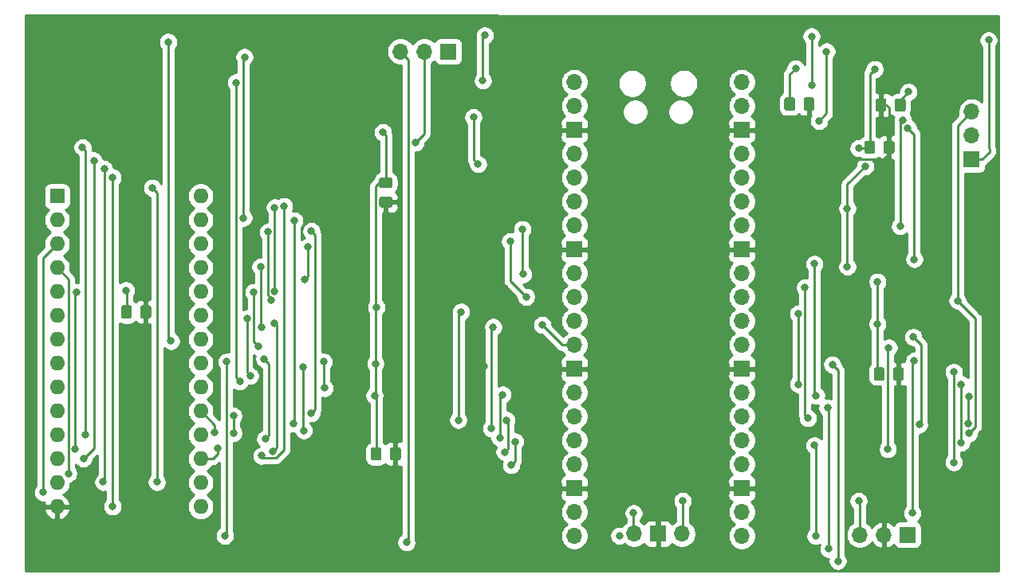
<source format=gbr>
G04 #@! TF.GenerationSoftware,KiCad,Pcbnew,5.1.5+dfsg1-2build2*
G04 #@! TF.CreationDate,2021-08-20T21:12:25+01:00*
G04 #@! TF.ProjectId,pico-rom-emulator-1,7069636f-2d72-46f6-9d2d-656d756c6174,rev?*
G04 #@! TF.SameCoordinates,Original*
G04 #@! TF.FileFunction,Copper,L2,Bot*
G04 #@! TF.FilePolarity,Positive*
%FSLAX46Y46*%
G04 Gerber Fmt 4.6, Leading zero omitted, Abs format (unit mm)*
G04 Created by KiCad (PCBNEW 5.1.5+dfsg1-2build2) date 2021-08-20 21:12:25*
%MOMM*%
%LPD*%
G04 APERTURE LIST*
%ADD10O,1.700000X1.700000*%
%ADD11R,1.700000X1.700000*%
%ADD12C,0.100000*%
%ADD13O,1.600000X1.600000*%
%ADD14R,1.600000X1.600000*%
%ADD15C,0.800000*%
%ADD16C,0.250000*%
%ADD17C,0.254000*%
G04 APERTURE END LIST*
D10*
X256700000Y-76620000D03*
X256700000Y-79160000D03*
D11*
X256700000Y-81700000D03*
G04 #@! TA.AperFunction,SMDPad,CuDef*
D12*
G36*
X239774505Y-75101204D02*
G01*
X239798773Y-75104804D01*
X239822572Y-75110765D01*
X239845671Y-75119030D01*
X239867850Y-75129520D01*
X239888893Y-75142132D01*
X239908599Y-75156747D01*
X239926777Y-75173223D01*
X239943253Y-75191401D01*
X239957868Y-75211107D01*
X239970480Y-75232150D01*
X239980970Y-75254329D01*
X239989235Y-75277428D01*
X239995196Y-75301227D01*
X239998796Y-75325495D01*
X240000000Y-75349999D01*
X240000000Y-76250001D01*
X239998796Y-76274505D01*
X239995196Y-76298773D01*
X239989235Y-76322572D01*
X239980970Y-76345671D01*
X239970480Y-76367850D01*
X239957868Y-76388893D01*
X239943253Y-76408599D01*
X239926777Y-76426777D01*
X239908599Y-76443253D01*
X239888893Y-76457868D01*
X239867850Y-76470480D01*
X239845671Y-76480970D01*
X239822572Y-76489235D01*
X239798773Y-76495196D01*
X239774505Y-76498796D01*
X239750001Y-76500000D01*
X239099999Y-76500000D01*
X239075495Y-76498796D01*
X239051227Y-76495196D01*
X239027428Y-76489235D01*
X239004329Y-76480970D01*
X238982150Y-76470480D01*
X238961107Y-76457868D01*
X238941401Y-76443253D01*
X238923223Y-76426777D01*
X238906747Y-76408599D01*
X238892132Y-76388893D01*
X238879520Y-76367850D01*
X238869030Y-76345671D01*
X238860765Y-76322572D01*
X238854804Y-76298773D01*
X238851204Y-76274505D01*
X238850000Y-76250001D01*
X238850000Y-75349999D01*
X238851204Y-75325495D01*
X238854804Y-75301227D01*
X238860765Y-75277428D01*
X238869030Y-75254329D01*
X238879520Y-75232150D01*
X238892132Y-75211107D01*
X238906747Y-75191401D01*
X238923223Y-75173223D01*
X238941401Y-75156747D01*
X238961107Y-75142132D01*
X238982150Y-75129520D01*
X239004329Y-75119030D01*
X239027428Y-75110765D01*
X239051227Y-75104804D01*
X239075495Y-75101204D01*
X239099999Y-75100000D01*
X239750001Y-75100000D01*
X239774505Y-75101204D01*
G37*
G04 #@! TD.AperFunction*
G04 #@! TA.AperFunction,SMDPad,CuDef*
G36*
X237724505Y-75101204D02*
G01*
X237748773Y-75104804D01*
X237772572Y-75110765D01*
X237795671Y-75119030D01*
X237817850Y-75129520D01*
X237838893Y-75142132D01*
X237858599Y-75156747D01*
X237876777Y-75173223D01*
X237893253Y-75191401D01*
X237907868Y-75211107D01*
X237920480Y-75232150D01*
X237930970Y-75254329D01*
X237939235Y-75277428D01*
X237945196Y-75301227D01*
X237948796Y-75325495D01*
X237950000Y-75349999D01*
X237950000Y-76250001D01*
X237948796Y-76274505D01*
X237945196Y-76298773D01*
X237939235Y-76322572D01*
X237930970Y-76345671D01*
X237920480Y-76367850D01*
X237907868Y-76388893D01*
X237893253Y-76408599D01*
X237876777Y-76426777D01*
X237858599Y-76443253D01*
X237838893Y-76457868D01*
X237817850Y-76470480D01*
X237795671Y-76480970D01*
X237772572Y-76489235D01*
X237748773Y-76495196D01*
X237724505Y-76498796D01*
X237700001Y-76500000D01*
X237049999Y-76500000D01*
X237025495Y-76498796D01*
X237001227Y-76495196D01*
X236977428Y-76489235D01*
X236954329Y-76480970D01*
X236932150Y-76470480D01*
X236911107Y-76457868D01*
X236891401Y-76443253D01*
X236873223Y-76426777D01*
X236856747Y-76408599D01*
X236842132Y-76388893D01*
X236829520Y-76367850D01*
X236819030Y-76345671D01*
X236810765Y-76322572D01*
X236804804Y-76298773D01*
X236801204Y-76274505D01*
X236800000Y-76250001D01*
X236800000Y-75349999D01*
X236801204Y-75325495D01*
X236804804Y-75301227D01*
X236810765Y-75277428D01*
X236819030Y-75254329D01*
X236829520Y-75232150D01*
X236842132Y-75211107D01*
X236856747Y-75191401D01*
X236873223Y-75173223D01*
X236891401Y-75156747D01*
X236911107Y-75142132D01*
X236932150Y-75129520D01*
X236954329Y-75119030D01*
X236977428Y-75110765D01*
X237001227Y-75104804D01*
X237025495Y-75101204D01*
X237049999Y-75100000D01*
X237700001Y-75100000D01*
X237724505Y-75101204D01*
G37*
G04 #@! TD.AperFunction*
D10*
X244820000Y-121600000D03*
X247360000Y-121600000D03*
D11*
X249900000Y-121600000D03*
G04 #@! TA.AperFunction,SMDPad,CuDef*
D12*
G36*
X249274505Y-103801204D02*
G01*
X249298773Y-103804804D01*
X249322572Y-103810765D01*
X249345671Y-103819030D01*
X249367850Y-103829520D01*
X249388893Y-103842132D01*
X249408599Y-103856747D01*
X249426777Y-103873223D01*
X249443253Y-103891401D01*
X249457868Y-103911107D01*
X249470480Y-103932150D01*
X249480970Y-103954329D01*
X249489235Y-103977428D01*
X249495196Y-104001227D01*
X249498796Y-104025495D01*
X249500000Y-104049999D01*
X249500000Y-104950001D01*
X249498796Y-104974505D01*
X249495196Y-104998773D01*
X249489235Y-105022572D01*
X249480970Y-105045671D01*
X249470480Y-105067850D01*
X249457868Y-105088893D01*
X249443253Y-105108599D01*
X249426777Y-105126777D01*
X249408599Y-105143253D01*
X249388893Y-105157868D01*
X249367850Y-105170480D01*
X249345671Y-105180970D01*
X249322572Y-105189235D01*
X249298773Y-105195196D01*
X249274505Y-105198796D01*
X249250001Y-105200000D01*
X248599999Y-105200000D01*
X248575495Y-105198796D01*
X248551227Y-105195196D01*
X248527428Y-105189235D01*
X248504329Y-105180970D01*
X248482150Y-105170480D01*
X248461107Y-105157868D01*
X248441401Y-105143253D01*
X248423223Y-105126777D01*
X248406747Y-105108599D01*
X248392132Y-105088893D01*
X248379520Y-105067850D01*
X248369030Y-105045671D01*
X248360765Y-105022572D01*
X248354804Y-104998773D01*
X248351204Y-104974505D01*
X248350000Y-104950001D01*
X248350000Y-104049999D01*
X248351204Y-104025495D01*
X248354804Y-104001227D01*
X248360765Y-103977428D01*
X248369030Y-103954329D01*
X248379520Y-103932150D01*
X248392132Y-103911107D01*
X248406747Y-103891401D01*
X248423223Y-103873223D01*
X248441401Y-103856747D01*
X248461107Y-103842132D01*
X248482150Y-103829520D01*
X248504329Y-103819030D01*
X248527428Y-103810765D01*
X248551227Y-103804804D01*
X248575495Y-103801204D01*
X248599999Y-103800000D01*
X249250001Y-103800000D01*
X249274505Y-103801204D01*
G37*
G04 #@! TD.AperFunction*
G04 #@! TA.AperFunction,SMDPad,CuDef*
G36*
X247224505Y-103801204D02*
G01*
X247248773Y-103804804D01*
X247272572Y-103810765D01*
X247295671Y-103819030D01*
X247317850Y-103829520D01*
X247338893Y-103842132D01*
X247358599Y-103856747D01*
X247376777Y-103873223D01*
X247393253Y-103891401D01*
X247407868Y-103911107D01*
X247420480Y-103932150D01*
X247430970Y-103954329D01*
X247439235Y-103977428D01*
X247445196Y-104001227D01*
X247448796Y-104025495D01*
X247450000Y-104049999D01*
X247450000Y-104950001D01*
X247448796Y-104974505D01*
X247445196Y-104998773D01*
X247439235Y-105022572D01*
X247430970Y-105045671D01*
X247420480Y-105067850D01*
X247407868Y-105088893D01*
X247393253Y-105108599D01*
X247376777Y-105126777D01*
X247358599Y-105143253D01*
X247338893Y-105157868D01*
X247317850Y-105170480D01*
X247295671Y-105180970D01*
X247272572Y-105189235D01*
X247248773Y-105195196D01*
X247224505Y-105198796D01*
X247200001Y-105200000D01*
X246549999Y-105200000D01*
X246525495Y-105198796D01*
X246501227Y-105195196D01*
X246477428Y-105189235D01*
X246454329Y-105180970D01*
X246432150Y-105170480D01*
X246411107Y-105157868D01*
X246391401Y-105143253D01*
X246373223Y-105126777D01*
X246356747Y-105108599D01*
X246342132Y-105088893D01*
X246329520Y-105067850D01*
X246319030Y-105045671D01*
X246310765Y-105022572D01*
X246304804Y-104998773D01*
X246301204Y-104974505D01*
X246300000Y-104950001D01*
X246300000Y-104049999D01*
X246301204Y-104025495D01*
X246304804Y-104001227D01*
X246310765Y-103977428D01*
X246319030Y-103954329D01*
X246329520Y-103932150D01*
X246342132Y-103911107D01*
X246356747Y-103891401D01*
X246373223Y-103873223D01*
X246391401Y-103856747D01*
X246411107Y-103842132D01*
X246432150Y-103829520D01*
X246454329Y-103819030D01*
X246477428Y-103810765D01*
X246501227Y-103804804D01*
X246525495Y-103801204D01*
X246549999Y-103800000D01*
X247200001Y-103800000D01*
X247224505Y-103801204D01*
G37*
G04 #@! TD.AperFunction*
G04 #@! TA.AperFunction,SMDPad,CuDef*
G36*
X169374505Y-97201204D02*
G01*
X169398773Y-97204804D01*
X169422572Y-97210765D01*
X169445671Y-97219030D01*
X169467850Y-97229520D01*
X169488893Y-97242132D01*
X169508599Y-97256747D01*
X169526777Y-97273223D01*
X169543253Y-97291401D01*
X169557868Y-97311107D01*
X169570480Y-97332150D01*
X169580970Y-97354329D01*
X169589235Y-97377428D01*
X169595196Y-97401227D01*
X169598796Y-97425495D01*
X169600000Y-97449999D01*
X169600000Y-98350001D01*
X169598796Y-98374505D01*
X169595196Y-98398773D01*
X169589235Y-98422572D01*
X169580970Y-98445671D01*
X169570480Y-98467850D01*
X169557868Y-98488893D01*
X169543253Y-98508599D01*
X169526777Y-98526777D01*
X169508599Y-98543253D01*
X169488893Y-98557868D01*
X169467850Y-98570480D01*
X169445671Y-98580970D01*
X169422572Y-98589235D01*
X169398773Y-98595196D01*
X169374505Y-98598796D01*
X169350001Y-98600000D01*
X168699999Y-98600000D01*
X168675495Y-98598796D01*
X168651227Y-98595196D01*
X168627428Y-98589235D01*
X168604329Y-98580970D01*
X168582150Y-98570480D01*
X168561107Y-98557868D01*
X168541401Y-98543253D01*
X168523223Y-98526777D01*
X168506747Y-98508599D01*
X168492132Y-98488893D01*
X168479520Y-98467850D01*
X168469030Y-98445671D01*
X168460765Y-98422572D01*
X168454804Y-98398773D01*
X168451204Y-98374505D01*
X168450000Y-98350001D01*
X168450000Y-97449999D01*
X168451204Y-97425495D01*
X168454804Y-97401227D01*
X168460765Y-97377428D01*
X168469030Y-97354329D01*
X168479520Y-97332150D01*
X168492132Y-97311107D01*
X168506747Y-97291401D01*
X168523223Y-97273223D01*
X168541401Y-97256747D01*
X168561107Y-97242132D01*
X168582150Y-97229520D01*
X168604329Y-97219030D01*
X168627428Y-97210765D01*
X168651227Y-97204804D01*
X168675495Y-97201204D01*
X168699999Y-97200000D01*
X169350001Y-97200000D01*
X169374505Y-97201204D01*
G37*
G04 #@! TD.AperFunction*
G04 #@! TA.AperFunction,SMDPad,CuDef*
G36*
X167324505Y-97201204D02*
G01*
X167348773Y-97204804D01*
X167372572Y-97210765D01*
X167395671Y-97219030D01*
X167417850Y-97229520D01*
X167438893Y-97242132D01*
X167458599Y-97256747D01*
X167476777Y-97273223D01*
X167493253Y-97291401D01*
X167507868Y-97311107D01*
X167520480Y-97332150D01*
X167530970Y-97354329D01*
X167539235Y-97377428D01*
X167545196Y-97401227D01*
X167548796Y-97425495D01*
X167550000Y-97449999D01*
X167550000Y-98350001D01*
X167548796Y-98374505D01*
X167545196Y-98398773D01*
X167539235Y-98422572D01*
X167530970Y-98445671D01*
X167520480Y-98467850D01*
X167507868Y-98488893D01*
X167493253Y-98508599D01*
X167476777Y-98526777D01*
X167458599Y-98543253D01*
X167438893Y-98557868D01*
X167417850Y-98570480D01*
X167395671Y-98580970D01*
X167372572Y-98589235D01*
X167348773Y-98595196D01*
X167324505Y-98598796D01*
X167300001Y-98600000D01*
X166649999Y-98600000D01*
X166625495Y-98598796D01*
X166601227Y-98595196D01*
X166577428Y-98589235D01*
X166554329Y-98580970D01*
X166532150Y-98570480D01*
X166511107Y-98557868D01*
X166491401Y-98543253D01*
X166473223Y-98526777D01*
X166456747Y-98508599D01*
X166442132Y-98488893D01*
X166429520Y-98467850D01*
X166419030Y-98445671D01*
X166410765Y-98422572D01*
X166404804Y-98398773D01*
X166401204Y-98374505D01*
X166400000Y-98350001D01*
X166400000Y-97449999D01*
X166401204Y-97425495D01*
X166404804Y-97401227D01*
X166410765Y-97377428D01*
X166419030Y-97354329D01*
X166429520Y-97332150D01*
X166442132Y-97311107D01*
X166456747Y-97291401D01*
X166473223Y-97273223D01*
X166491401Y-97256747D01*
X166511107Y-97242132D01*
X166532150Y-97229520D01*
X166554329Y-97219030D01*
X166577428Y-97210765D01*
X166601227Y-97204804D01*
X166625495Y-97201204D01*
X166649999Y-97200000D01*
X167300001Y-97200000D01*
X167324505Y-97201204D01*
G37*
G04 #@! TD.AperFunction*
G04 #@! TA.AperFunction,SMDPad,CuDef*
G36*
X248274505Y-79701204D02*
G01*
X248298773Y-79704804D01*
X248322572Y-79710765D01*
X248345671Y-79719030D01*
X248367850Y-79729520D01*
X248388893Y-79742132D01*
X248408599Y-79756747D01*
X248426777Y-79773223D01*
X248443253Y-79791401D01*
X248457868Y-79811107D01*
X248470480Y-79832150D01*
X248480970Y-79854329D01*
X248489235Y-79877428D01*
X248495196Y-79901227D01*
X248498796Y-79925495D01*
X248500000Y-79949999D01*
X248500000Y-80850001D01*
X248498796Y-80874505D01*
X248495196Y-80898773D01*
X248489235Y-80922572D01*
X248480970Y-80945671D01*
X248470480Y-80967850D01*
X248457868Y-80988893D01*
X248443253Y-81008599D01*
X248426777Y-81026777D01*
X248408599Y-81043253D01*
X248388893Y-81057868D01*
X248367850Y-81070480D01*
X248345671Y-81080970D01*
X248322572Y-81089235D01*
X248298773Y-81095196D01*
X248274505Y-81098796D01*
X248250001Y-81100000D01*
X247599999Y-81100000D01*
X247575495Y-81098796D01*
X247551227Y-81095196D01*
X247527428Y-81089235D01*
X247504329Y-81080970D01*
X247482150Y-81070480D01*
X247461107Y-81057868D01*
X247441401Y-81043253D01*
X247423223Y-81026777D01*
X247406747Y-81008599D01*
X247392132Y-80988893D01*
X247379520Y-80967850D01*
X247369030Y-80945671D01*
X247360765Y-80922572D01*
X247354804Y-80898773D01*
X247351204Y-80874505D01*
X247350000Y-80850001D01*
X247350000Y-79949999D01*
X247351204Y-79925495D01*
X247354804Y-79901227D01*
X247360765Y-79877428D01*
X247369030Y-79854329D01*
X247379520Y-79832150D01*
X247392132Y-79811107D01*
X247406747Y-79791401D01*
X247423223Y-79773223D01*
X247441401Y-79756747D01*
X247461107Y-79742132D01*
X247482150Y-79729520D01*
X247504329Y-79719030D01*
X247527428Y-79710765D01*
X247551227Y-79704804D01*
X247575495Y-79701204D01*
X247599999Y-79700000D01*
X248250001Y-79700000D01*
X248274505Y-79701204D01*
G37*
G04 #@! TD.AperFunction*
G04 #@! TA.AperFunction,SMDPad,CuDef*
G36*
X246224505Y-79701204D02*
G01*
X246248773Y-79704804D01*
X246272572Y-79710765D01*
X246295671Y-79719030D01*
X246317850Y-79729520D01*
X246338893Y-79742132D01*
X246358599Y-79756747D01*
X246376777Y-79773223D01*
X246393253Y-79791401D01*
X246407868Y-79811107D01*
X246420480Y-79832150D01*
X246430970Y-79854329D01*
X246439235Y-79877428D01*
X246445196Y-79901227D01*
X246448796Y-79925495D01*
X246450000Y-79949999D01*
X246450000Y-80850001D01*
X246448796Y-80874505D01*
X246445196Y-80898773D01*
X246439235Y-80922572D01*
X246430970Y-80945671D01*
X246420480Y-80967850D01*
X246407868Y-80988893D01*
X246393253Y-81008599D01*
X246376777Y-81026777D01*
X246358599Y-81043253D01*
X246338893Y-81057868D01*
X246317850Y-81070480D01*
X246295671Y-81080970D01*
X246272572Y-81089235D01*
X246248773Y-81095196D01*
X246224505Y-81098796D01*
X246200001Y-81100000D01*
X245549999Y-81100000D01*
X245525495Y-81098796D01*
X245501227Y-81095196D01*
X245477428Y-81089235D01*
X245454329Y-81080970D01*
X245432150Y-81070480D01*
X245411107Y-81057868D01*
X245391401Y-81043253D01*
X245373223Y-81026777D01*
X245356747Y-81008599D01*
X245342132Y-80988893D01*
X245329520Y-80967850D01*
X245319030Y-80945671D01*
X245310765Y-80922572D01*
X245304804Y-80898773D01*
X245301204Y-80874505D01*
X245300000Y-80850001D01*
X245300000Y-79949999D01*
X245301204Y-79925495D01*
X245304804Y-79901227D01*
X245310765Y-79877428D01*
X245319030Y-79854329D01*
X245329520Y-79832150D01*
X245342132Y-79811107D01*
X245356747Y-79791401D01*
X245373223Y-79773223D01*
X245391401Y-79756747D01*
X245411107Y-79742132D01*
X245432150Y-79729520D01*
X245454329Y-79719030D01*
X245477428Y-79710765D01*
X245501227Y-79704804D01*
X245525495Y-79701204D01*
X245549999Y-79700000D01*
X246200001Y-79700000D01*
X246224505Y-79701204D01*
G37*
G04 #@! TD.AperFunction*
G04 #@! TA.AperFunction,SMDPad,CuDef*
G36*
X195874505Y-112301204D02*
G01*
X195898773Y-112304804D01*
X195922572Y-112310765D01*
X195945671Y-112319030D01*
X195967850Y-112329520D01*
X195988893Y-112342132D01*
X196008599Y-112356747D01*
X196026777Y-112373223D01*
X196043253Y-112391401D01*
X196057868Y-112411107D01*
X196070480Y-112432150D01*
X196080970Y-112454329D01*
X196089235Y-112477428D01*
X196095196Y-112501227D01*
X196098796Y-112525495D01*
X196100000Y-112549999D01*
X196100000Y-113450001D01*
X196098796Y-113474505D01*
X196095196Y-113498773D01*
X196089235Y-113522572D01*
X196080970Y-113545671D01*
X196070480Y-113567850D01*
X196057868Y-113588893D01*
X196043253Y-113608599D01*
X196026777Y-113626777D01*
X196008599Y-113643253D01*
X195988893Y-113657868D01*
X195967850Y-113670480D01*
X195945671Y-113680970D01*
X195922572Y-113689235D01*
X195898773Y-113695196D01*
X195874505Y-113698796D01*
X195850001Y-113700000D01*
X195199999Y-113700000D01*
X195175495Y-113698796D01*
X195151227Y-113695196D01*
X195127428Y-113689235D01*
X195104329Y-113680970D01*
X195082150Y-113670480D01*
X195061107Y-113657868D01*
X195041401Y-113643253D01*
X195023223Y-113626777D01*
X195006747Y-113608599D01*
X194992132Y-113588893D01*
X194979520Y-113567850D01*
X194969030Y-113545671D01*
X194960765Y-113522572D01*
X194954804Y-113498773D01*
X194951204Y-113474505D01*
X194950000Y-113450001D01*
X194950000Y-112549999D01*
X194951204Y-112525495D01*
X194954804Y-112501227D01*
X194960765Y-112477428D01*
X194969030Y-112454329D01*
X194979520Y-112432150D01*
X194992132Y-112411107D01*
X195006747Y-112391401D01*
X195023223Y-112373223D01*
X195041401Y-112356747D01*
X195061107Y-112342132D01*
X195082150Y-112329520D01*
X195104329Y-112319030D01*
X195127428Y-112310765D01*
X195151227Y-112304804D01*
X195175495Y-112301204D01*
X195199999Y-112300000D01*
X195850001Y-112300000D01*
X195874505Y-112301204D01*
G37*
G04 #@! TD.AperFunction*
G04 #@! TA.AperFunction,SMDPad,CuDef*
G36*
X193824505Y-112301204D02*
G01*
X193848773Y-112304804D01*
X193872572Y-112310765D01*
X193895671Y-112319030D01*
X193917850Y-112329520D01*
X193938893Y-112342132D01*
X193958599Y-112356747D01*
X193976777Y-112373223D01*
X193993253Y-112391401D01*
X194007868Y-112411107D01*
X194020480Y-112432150D01*
X194030970Y-112454329D01*
X194039235Y-112477428D01*
X194045196Y-112501227D01*
X194048796Y-112525495D01*
X194050000Y-112549999D01*
X194050000Y-113450001D01*
X194048796Y-113474505D01*
X194045196Y-113498773D01*
X194039235Y-113522572D01*
X194030970Y-113545671D01*
X194020480Y-113567850D01*
X194007868Y-113588893D01*
X193993253Y-113608599D01*
X193976777Y-113626777D01*
X193958599Y-113643253D01*
X193938893Y-113657868D01*
X193917850Y-113670480D01*
X193895671Y-113680970D01*
X193872572Y-113689235D01*
X193848773Y-113695196D01*
X193824505Y-113698796D01*
X193800001Y-113700000D01*
X193149999Y-113700000D01*
X193125495Y-113698796D01*
X193101227Y-113695196D01*
X193077428Y-113689235D01*
X193054329Y-113680970D01*
X193032150Y-113670480D01*
X193011107Y-113657868D01*
X192991401Y-113643253D01*
X192973223Y-113626777D01*
X192956747Y-113608599D01*
X192942132Y-113588893D01*
X192929520Y-113567850D01*
X192919030Y-113545671D01*
X192910765Y-113522572D01*
X192904804Y-113498773D01*
X192901204Y-113474505D01*
X192900000Y-113450001D01*
X192900000Y-112549999D01*
X192901204Y-112525495D01*
X192904804Y-112501227D01*
X192910765Y-112477428D01*
X192919030Y-112454329D01*
X192929520Y-112432150D01*
X192942132Y-112411107D01*
X192956747Y-112391401D01*
X192973223Y-112373223D01*
X192991401Y-112356747D01*
X193011107Y-112342132D01*
X193032150Y-112329520D01*
X193054329Y-112319030D01*
X193077428Y-112310765D01*
X193101227Y-112304804D01*
X193125495Y-112301204D01*
X193149999Y-112300000D01*
X193800001Y-112300000D01*
X193824505Y-112301204D01*
G37*
G04 #@! TD.AperFunction*
G04 #@! TA.AperFunction,SMDPad,CuDef*
G36*
X194974505Y-85651204D02*
G01*
X194998773Y-85654804D01*
X195022572Y-85660765D01*
X195045671Y-85669030D01*
X195067850Y-85679520D01*
X195088893Y-85692132D01*
X195108599Y-85706747D01*
X195126777Y-85723223D01*
X195143253Y-85741401D01*
X195157868Y-85761107D01*
X195170480Y-85782150D01*
X195180970Y-85804329D01*
X195189235Y-85827428D01*
X195195196Y-85851227D01*
X195198796Y-85875495D01*
X195200000Y-85899999D01*
X195200000Y-86550001D01*
X195198796Y-86574505D01*
X195195196Y-86598773D01*
X195189235Y-86622572D01*
X195180970Y-86645671D01*
X195170480Y-86667850D01*
X195157868Y-86688893D01*
X195143253Y-86708599D01*
X195126777Y-86726777D01*
X195108599Y-86743253D01*
X195088893Y-86757868D01*
X195067850Y-86770480D01*
X195045671Y-86780970D01*
X195022572Y-86789235D01*
X194998773Y-86795196D01*
X194974505Y-86798796D01*
X194950001Y-86800000D01*
X194049999Y-86800000D01*
X194025495Y-86798796D01*
X194001227Y-86795196D01*
X193977428Y-86789235D01*
X193954329Y-86780970D01*
X193932150Y-86770480D01*
X193911107Y-86757868D01*
X193891401Y-86743253D01*
X193873223Y-86726777D01*
X193856747Y-86708599D01*
X193842132Y-86688893D01*
X193829520Y-86667850D01*
X193819030Y-86645671D01*
X193810765Y-86622572D01*
X193804804Y-86598773D01*
X193801204Y-86574505D01*
X193800000Y-86550001D01*
X193800000Y-85899999D01*
X193801204Y-85875495D01*
X193804804Y-85851227D01*
X193810765Y-85827428D01*
X193819030Y-85804329D01*
X193829520Y-85782150D01*
X193842132Y-85761107D01*
X193856747Y-85741401D01*
X193873223Y-85723223D01*
X193891401Y-85706747D01*
X193911107Y-85692132D01*
X193932150Y-85679520D01*
X193954329Y-85669030D01*
X193977428Y-85660765D01*
X194001227Y-85654804D01*
X194025495Y-85651204D01*
X194049999Y-85650000D01*
X194950001Y-85650000D01*
X194974505Y-85651204D01*
G37*
G04 #@! TD.AperFunction*
G04 #@! TA.AperFunction,SMDPad,CuDef*
G36*
X194974505Y-83601204D02*
G01*
X194998773Y-83604804D01*
X195022572Y-83610765D01*
X195045671Y-83619030D01*
X195067850Y-83629520D01*
X195088893Y-83642132D01*
X195108599Y-83656747D01*
X195126777Y-83673223D01*
X195143253Y-83691401D01*
X195157868Y-83711107D01*
X195170480Y-83732150D01*
X195180970Y-83754329D01*
X195189235Y-83777428D01*
X195195196Y-83801227D01*
X195198796Y-83825495D01*
X195200000Y-83849999D01*
X195200000Y-84500001D01*
X195198796Y-84524505D01*
X195195196Y-84548773D01*
X195189235Y-84572572D01*
X195180970Y-84595671D01*
X195170480Y-84617850D01*
X195157868Y-84638893D01*
X195143253Y-84658599D01*
X195126777Y-84676777D01*
X195108599Y-84693253D01*
X195088893Y-84707868D01*
X195067850Y-84720480D01*
X195045671Y-84730970D01*
X195022572Y-84739235D01*
X194998773Y-84745196D01*
X194974505Y-84748796D01*
X194950001Y-84750000D01*
X194049999Y-84750000D01*
X194025495Y-84748796D01*
X194001227Y-84745196D01*
X193977428Y-84739235D01*
X193954329Y-84730970D01*
X193932150Y-84720480D01*
X193911107Y-84707868D01*
X193891401Y-84693253D01*
X193873223Y-84676777D01*
X193856747Y-84658599D01*
X193842132Y-84638893D01*
X193829520Y-84617850D01*
X193819030Y-84595671D01*
X193810765Y-84572572D01*
X193804804Y-84548773D01*
X193801204Y-84524505D01*
X193800000Y-84500001D01*
X193800000Y-83849999D01*
X193801204Y-83825495D01*
X193804804Y-83801227D01*
X193810765Y-83777428D01*
X193819030Y-83754329D01*
X193829520Y-83732150D01*
X193842132Y-83711107D01*
X193856747Y-83691401D01*
X193873223Y-83673223D01*
X193891401Y-83656747D01*
X193911107Y-83642132D01*
X193932150Y-83629520D01*
X193954329Y-83619030D01*
X193977428Y-83610765D01*
X194001227Y-83604804D01*
X194025495Y-83601204D01*
X194049999Y-83600000D01*
X194950001Y-83600000D01*
X194974505Y-83601204D01*
G37*
G04 #@! TD.AperFunction*
D10*
X225940000Y-121500000D03*
D11*
X223400000Y-121500000D03*
D10*
X220860000Y-121500000D03*
X232290000Y-73470000D03*
X232290000Y-76010000D03*
D11*
X232290000Y-78550000D03*
D10*
X232290000Y-81090000D03*
X232290000Y-83630000D03*
X232290000Y-86170000D03*
X232290000Y-88710000D03*
D11*
X232290000Y-91250000D03*
D10*
X232290000Y-93790000D03*
X232290000Y-96330000D03*
X232290000Y-98870000D03*
X232290000Y-101410000D03*
D11*
X232290000Y-103950000D03*
D10*
X232290000Y-106490000D03*
X232290000Y-109030000D03*
X232290000Y-111570000D03*
X232290000Y-114110000D03*
D11*
X232290000Y-116650000D03*
D10*
X232290000Y-119190000D03*
X232290000Y-121730000D03*
X214510000Y-121730000D03*
X214510000Y-119190000D03*
D11*
X214510000Y-116650000D03*
D10*
X214510000Y-114110000D03*
X214510000Y-111570000D03*
X214510000Y-109030000D03*
X214510000Y-106490000D03*
D11*
X214510000Y-103950000D03*
D10*
X214510000Y-101410000D03*
X214510000Y-98870000D03*
X214510000Y-96330000D03*
X214510000Y-93790000D03*
D11*
X214510000Y-91250000D03*
D10*
X214510000Y-88710000D03*
X214510000Y-86170000D03*
X214510000Y-83630000D03*
X214510000Y-81090000D03*
D11*
X214510000Y-78550000D03*
D10*
X214510000Y-76010000D03*
X214510000Y-73470000D03*
D13*
X174840000Y-85600000D03*
X159600000Y-118620000D03*
X174840000Y-88140000D03*
X159600000Y-116080000D03*
X174840000Y-90680000D03*
X159600000Y-113540000D03*
X174840000Y-93220000D03*
X159600000Y-111000000D03*
X174840000Y-95760000D03*
X159600000Y-108460000D03*
X174840000Y-98300000D03*
X159600000Y-105920000D03*
X174840000Y-100840000D03*
X159600000Y-103380000D03*
X174840000Y-103380000D03*
X159600000Y-100840000D03*
X174840000Y-105920000D03*
X159600000Y-98300000D03*
X174840000Y-108460000D03*
X159600000Y-95760000D03*
X174840000Y-111000000D03*
X159600000Y-93220000D03*
X174840000Y-113540000D03*
X159600000Y-90680000D03*
X174840000Y-116080000D03*
X159600000Y-88140000D03*
X174840000Y-118620000D03*
D14*
X159600000Y-85600000D03*
G04 #@! TA.AperFunction,SMDPad,CuDef*
D12*
G36*
X247424505Y-75201204D02*
G01*
X247448773Y-75204804D01*
X247472572Y-75210765D01*
X247495671Y-75219030D01*
X247517850Y-75229520D01*
X247538893Y-75242132D01*
X247558599Y-75256747D01*
X247576777Y-75273223D01*
X247593253Y-75291401D01*
X247607868Y-75311107D01*
X247620480Y-75332150D01*
X247630970Y-75354329D01*
X247639235Y-75377428D01*
X247645196Y-75401227D01*
X247648796Y-75425495D01*
X247650000Y-75449999D01*
X247650000Y-76350001D01*
X247648796Y-76374505D01*
X247645196Y-76398773D01*
X247639235Y-76422572D01*
X247630970Y-76445671D01*
X247620480Y-76467850D01*
X247607868Y-76488893D01*
X247593253Y-76508599D01*
X247576777Y-76526777D01*
X247558599Y-76543253D01*
X247538893Y-76557868D01*
X247517850Y-76570480D01*
X247495671Y-76580970D01*
X247472572Y-76589235D01*
X247448773Y-76595196D01*
X247424505Y-76598796D01*
X247400001Y-76600000D01*
X246749999Y-76600000D01*
X246725495Y-76598796D01*
X246701227Y-76595196D01*
X246677428Y-76589235D01*
X246654329Y-76580970D01*
X246632150Y-76570480D01*
X246611107Y-76557868D01*
X246591401Y-76543253D01*
X246573223Y-76526777D01*
X246556747Y-76508599D01*
X246542132Y-76488893D01*
X246529520Y-76467850D01*
X246519030Y-76445671D01*
X246510765Y-76422572D01*
X246504804Y-76398773D01*
X246501204Y-76374505D01*
X246500000Y-76350001D01*
X246500000Y-75449999D01*
X246501204Y-75425495D01*
X246504804Y-75401227D01*
X246510765Y-75377428D01*
X246519030Y-75354329D01*
X246529520Y-75332150D01*
X246542132Y-75311107D01*
X246556747Y-75291401D01*
X246573223Y-75273223D01*
X246591401Y-75256747D01*
X246611107Y-75242132D01*
X246632150Y-75229520D01*
X246654329Y-75219030D01*
X246677428Y-75210765D01*
X246701227Y-75204804D01*
X246725495Y-75201204D01*
X246749999Y-75200000D01*
X247400001Y-75200000D01*
X247424505Y-75201204D01*
G37*
G04 #@! TD.AperFunction*
G04 #@! TA.AperFunction,SMDPad,CuDef*
G36*
X249474505Y-75201204D02*
G01*
X249498773Y-75204804D01*
X249522572Y-75210765D01*
X249545671Y-75219030D01*
X249567850Y-75229520D01*
X249588893Y-75242132D01*
X249608599Y-75256747D01*
X249626777Y-75273223D01*
X249643253Y-75291401D01*
X249657868Y-75311107D01*
X249670480Y-75332150D01*
X249680970Y-75354329D01*
X249689235Y-75377428D01*
X249695196Y-75401227D01*
X249698796Y-75425495D01*
X249700000Y-75449999D01*
X249700000Y-76350001D01*
X249698796Y-76374505D01*
X249695196Y-76398773D01*
X249689235Y-76422572D01*
X249680970Y-76445671D01*
X249670480Y-76467850D01*
X249657868Y-76488893D01*
X249643253Y-76508599D01*
X249626777Y-76526777D01*
X249608599Y-76543253D01*
X249588893Y-76557868D01*
X249567850Y-76570480D01*
X249545671Y-76580970D01*
X249522572Y-76589235D01*
X249498773Y-76595196D01*
X249474505Y-76598796D01*
X249450001Y-76600000D01*
X248799999Y-76600000D01*
X248775495Y-76598796D01*
X248751227Y-76595196D01*
X248727428Y-76589235D01*
X248704329Y-76580970D01*
X248682150Y-76570480D01*
X248661107Y-76557868D01*
X248641401Y-76543253D01*
X248623223Y-76526777D01*
X248606747Y-76508599D01*
X248592132Y-76488893D01*
X248579520Y-76467850D01*
X248569030Y-76445671D01*
X248560765Y-76422572D01*
X248554804Y-76398773D01*
X248551204Y-76374505D01*
X248550000Y-76350001D01*
X248550000Y-75449999D01*
X248551204Y-75425495D01*
X248554804Y-75401227D01*
X248560765Y-75377428D01*
X248569030Y-75354329D01*
X248579520Y-75332150D01*
X248592132Y-75311107D01*
X248606747Y-75291401D01*
X248623223Y-75273223D01*
X248641401Y-75256747D01*
X248661107Y-75242132D01*
X248682150Y-75229520D01*
X248704329Y-75219030D01*
X248727428Y-75210765D01*
X248751227Y-75204804D01*
X248775495Y-75201204D01*
X248799999Y-75200000D01*
X249450001Y-75200000D01*
X249474505Y-75201204D01*
G37*
G04 #@! TD.AperFunction*
D10*
X196060000Y-70200000D03*
X198600000Y-70200000D03*
D11*
X201140000Y-70200000D03*
D15*
X197634999Y-79894337D03*
X241300000Y-70200000D03*
X240500000Y-77600000D03*
X171400000Y-69200000D03*
X171700000Y-101000000D03*
X246700000Y-99200000D03*
X193300000Y-106800000D03*
X193400000Y-103400000D03*
X166900000Y-95600000D03*
X193500000Y-97400000D03*
X194200000Y-78800000D03*
X204300000Y-82200000D03*
X203800000Y-77200000D03*
X246400000Y-72100000D03*
X243500000Y-93100000D03*
X245400000Y-82425000D03*
X244700000Y-80500000D03*
X243500000Y-86900000D03*
X246700000Y-94700000D03*
X248900000Y-110500000D03*
X249000000Y-97700000D03*
X258100000Y-97700000D03*
X258200000Y-102600000D03*
X216700000Y-116500000D03*
X216500000Y-104100000D03*
X216400000Y-91200000D03*
X223200000Y-116400000D03*
X216400000Y-78700000D03*
X194700000Y-91600000D03*
X204900000Y-103700000D03*
X204700000Y-105600000D03*
X195400000Y-117900000D03*
X195700000Y-105500000D03*
X169000000Y-119500000D03*
X240200000Y-80700000D03*
X240200000Y-85600000D03*
X247360000Y-116640000D03*
X250000000Y-74500000D03*
X187900000Y-103200000D03*
X188000000Y-106000000D03*
X249100000Y-88800000D03*
X249400000Y-77500000D03*
X250600000Y-92300000D03*
X249930000Y-78348000D03*
X179000000Y-105300000D03*
X178600000Y-73500000D03*
X204800000Y-73300000D03*
X205000000Y-68500000D03*
X239700000Y-68600000D03*
X239700000Y-73800000D03*
X240130000Y-121730000D03*
X240000000Y-112100000D03*
X247800000Y-112500000D03*
X247900000Y-101700000D03*
X250400000Y-119300000D03*
X250600000Y-103100000D03*
X254800000Y-113900000D03*
X254800000Y-104300000D03*
X255600000Y-111800000D03*
X255600000Y-105600000D03*
X256325000Y-109800000D03*
X256400000Y-106900000D03*
X250500000Y-100575001D03*
X251125000Y-109900000D03*
X182700000Y-86800000D03*
X182700000Y-95700000D03*
X239000000Y-95300000D03*
X239300000Y-109200000D03*
X186200000Y-91000000D03*
X185900000Y-94429999D03*
X240000000Y-92800000D03*
X240200000Y-106800000D03*
X181975000Y-89400000D03*
X182348876Y-96636331D03*
X238275000Y-98100000D03*
X238275000Y-105600000D03*
X179750000Y-98600000D03*
X180100000Y-104700000D03*
X177600000Y-103200000D03*
X177400000Y-121700000D03*
X242500000Y-124400000D03*
X241900000Y-103500000D03*
X180475000Y-95800000D03*
X181000000Y-101600000D03*
X181200000Y-93100000D03*
X181300000Y-99500000D03*
X164600000Y-82700000D03*
X164500000Y-116000000D03*
X163500000Y-81800000D03*
X162400000Y-113500000D03*
X162600000Y-111000000D03*
X162300000Y-80400000D03*
X185700000Y-103800000D03*
X185800000Y-110500000D03*
X181700000Y-111400000D03*
X181600000Y-102900000D03*
X182500000Y-112700000D03*
X182700000Y-99100000D03*
X186600000Y-89300000D03*
X186600000Y-108680000D03*
X178325000Y-108949999D03*
X178325000Y-110800000D03*
X176300000Y-110700000D03*
X161525000Y-112500000D03*
X161700000Y-95800000D03*
X184800000Y-88200000D03*
X184700000Y-109770000D03*
X160800000Y-115100000D03*
X183689952Y-86658579D03*
X181300000Y-113200000D03*
X176700000Y-112400000D03*
X158100000Y-117100000D03*
X169700000Y-84700000D03*
X170200000Y-116000000D03*
X165500000Y-83600000D03*
X165500000Y-118600000D03*
X209000000Y-89100000D03*
X209100000Y-93900000D03*
X207700000Y-90400000D03*
X209400000Y-96300000D03*
X202200000Y-109400000D03*
X202500000Y-97900000D03*
X205700000Y-110300000D03*
X205900000Y-99509999D03*
X211100000Y-99300000D03*
X206600000Y-111300000D03*
X206900000Y-106700000D03*
X207100000Y-112800000D03*
X207325000Y-109400000D03*
X207800000Y-114200000D03*
X208224999Y-111700000D03*
X219300000Y-121700000D03*
X179400000Y-87900000D03*
X179500000Y-70800000D03*
X196700000Y-122400000D03*
X241500000Y-123100000D03*
X241400000Y-108100000D03*
X238000000Y-72000000D03*
X258500000Y-69000000D03*
X255200000Y-96700000D03*
X256408045Y-110796548D03*
X244700000Y-118000000D03*
X226000000Y-118000000D03*
X220800000Y-119300000D03*
D16*
X198600000Y-78929336D02*
X197634999Y-79894337D01*
X198600000Y-70200000D02*
X198600000Y-78929336D01*
X241300000Y-76800000D02*
X240500000Y-77600000D01*
X241300000Y-70200000D02*
X241300000Y-76800000D01*
X171400000Y-100700000D02*
X171700000Y-101000000D01*
X171400000Y-69200000D02*
X171400000Y-100700000D01*
X246700000Y-104325000D02*
X246875000Y-104500000D01*
X246700000Y-99200000D02*
X246700000Y-104325000D01*
X193475000Y-106975000D02*
X193300000Y-106800000D01*
X193475000Y-113000000D02*
X193475000Y-106975000D01*
X193400000Y-106700000D02*
X193300000Y-106800000D01*
X193400000Y-103400000D02*
X193400000Y-106700000D01*
X193400000Y-102834315D02*
X193400000Y-103400000D01*
X193400000Y-84575000D02*
X193400000Y-102834315D01*
X193800000Y-84175000D02*
X193400000Y-84575000D01*
X194500000Y-84175000D02*
X193800000Y-84175000D01*
X166975000Y-95675000D02*
X166900000Y-95600000D01*
X166975000Y-97900000D02*
X166975000Y-95675000D01*
X194500000Y-79100000D02*
X194200000Y-78800000D01*
X194500000Y-84175000D02*
X194500000Y-79100000D01*
X203800000Y-81700000D02*
X203800000Y-77200000D01*
X204300000Y-82200000D02*
X203800000Y-81700000D01*
X245875000Y-72625000D02*
X246400000Y-72100000D01*
X245875000Y-80400000D02*
X245875000Y-72625000D01*
X243500000Y-84325000D02*
X245400000Y-82425000D01*
X245775000Y-80500000D02*
X245875000Y-80400000D01*
X244700000Y-80500000D02*
X245775000Y-80500000D01*
X243500000Y-86900000D02*
X243500000Y-84325000D01*
X243500000Y-93100000D02*
X243500000Y-86900000D01*
X246700000Y-99200000D02*
X246700000Y-94700000D01*
X248925000Y-110475000D02*
X248900000Y-110500000D01*
X248925000Y-104500000D02*
X248925000Y-110475000D01*
X248925000Y-97775000D02*
X249000000Y-97700000D01*
X248925000Y-104500000D02*
X248925000Y-97775000D01*
X258100000Y-102500000D02*
X258200000Y-102600000D01*
X258100000Y-97700000D02*
X258100000Y-102500000D01*
X216700000Y-104300000D02*
X216500000Y-104100000D01*
X216700000Y-116500000D02*
X216700000Y-104300000D01*
X216500000Y-91300000D02*
X216400000Y-91200000D01*
X216500000Y-104100000D02*
X216500000Y-91300000D01*
X223200000Y-121300000D02*
X223400000Y-121500000D01*
X223200000Y-116400000D02*
X223200000Y-121300000D01*
X216400000Y-91200000D02*
X216400000Y-78700000D01*
X194500000Y-91400000D02*
X194700000Y-91600000D01*
X194500000Y-86225000D02*
X194500000Y-91400000D01*
X204900000Y-105400000D02*
X204700000Y-105600000D01*
X204900000Y-103700000D02*
X204900000Y-105400000D01*
X195400000Y-113125000D02*
X195525000Y-113000000D01*
X195400000Y-117900000D02*
X195400000Y-113125000D01*
X195525000Y-105675000D02*
X195700000Y-105500000D01*
X195525000Y-113000000D02*
X195525000Y-105675000D01*
X169025000Y-119475000D02*
X169000000Y-119500000D01*
X169025000Y-97900000D02*
X169025000Y-119475000D01*
X240200000Y-80700000D02*
X241200000Y-81700000D01*
X247925000Y-81100000D02*
X247925000Y-80400000D01*
X247325000Y-81700000D02*
X247925000Y-81100000D01*
X241200000Y-81700000D02*
X247325000Y-81700000D01*
X240200000Y-80700000D02*
X240200000Y-85600000D01*
X247650000Y-75900000D02*
X247075000Y-75900000D01*
X247925000Y-76175000D02*
X247650000Y-75900000D01*
X247925000Y-80400000D02*
X247925000Y-76175000D01*
X248900000Y-110500000D02*
X248900000Y-115100000D01*
X247360000Y-116640000D02*
X247360000Y-121600000D01*
X248900000Y-115100000D02*
X247360000Y-116640000D01*
X239425000Y-79359315D02*
X239425000Y-76500000D01*
X240200000Y-80134315D02*
X239425000Y-79359315D01*
X239425000Y-76500000D02*
X239425000Y-75800000D01*
X240200000Y-80700000D02*
X240200000Y-80134315D01*
X249125000Y-75375000D02*
X250000000Y-74500000D01*
X249125000Y-75900000D02*
X249125000Y-75375000D01*
X187900000Y-105900000D02*
X188000000Y-106000000D01*
X187900000Y-103200000D02*
X187900000Y-105900000D01*
X249100000Y-77800000D02*
X249400000Y-77500000D01*
X249100000Y-88800000D02*
X249100000Y-77800000D01*
X250600000Y-79018000D02*
X249930000Y-78348000D01*
X250600000Y-92300000D02*
X250600000Y-79018000D01*
X178600000Y-104900000D02*
X178600000Y-73500000D01*
X179000000Y-105300000D02*
X178600000Y-104900000D01*
X204800000Y-73300000D02*
X204800000Y-72734315D01*
X204800000Y-68700000D02*
X205000000Y-68500000D01*
X204800000Y-72734315D02*
X204800000Y-68700000D01*
X239700000Y-68600000D02*
X239700000Y-73800000D01*
X240130000Y-112230000D02*
X240000000Y-112100000D01*
X240130000Y-121730000D02*
X240130000Y-112230000D01*
X247800000Y-101800000D02*
X247900000Y-101700000D01*
X247800000Y-112500000D02*
X247800000Y-101800000D01*
X250400000Y-103300000D02*
X250600000Y-103100000D01*
X250400000Y-119300000D02*
X250400000Y-103300000D01*
X254800000Y-113900000D02*
X254800000Y-104300000D01*
X255600000Y-111800000D02*
X255600000Y-105600000D01*
X256325000Y-106975000D02*
X256400000Y-106900000D01*
X256325000Y-109800000D02*
X256325000Y-106975000D01*
X251325001Y-109699999D02*
X251125000Y-109900000D01*
X251325001Y-101400002D02*
X251325001Y-109699999D01*
X250500000Y-100575001D02*
X251325001Y-101400002D01*
X182700000Y-86800000D02*
X182700000Y-95700000D01*
X239000000Y-108900000D02*
X239300000Y-109200000D01*
X239000000Y-95300000D02*
X239000000Y-108900000D01*
X186200000Y-94129999D02*
X185900000Y-94429999D01*
X186200000Y-91000000D02*
X186200000Y-94129999D01*
X240000000Y-106600000D02*
X240200000Y-106800000D01*
X240000000Y-92800000D02*
X240000000Y-106600000D01*
X181975000Y-89400000D02*
X181975000Y-96075000D01*
X182348876Y-96448876D02*
X182348876Y-96636331D01*
X181975000Y-96075000D02*
X182348876Y-96448876D01*
X238275000Y-98100000D02*
X238275000Y-105600000D01*
X179750000Y-104350000D02*
X180100000Y-104700000D01*
X179750000Y-98600000D02*
X179750000Y-104350000D01*
X177600000Y-121500000D02*
X177400000Y-121700000D01*
X177600000Y-103200000D02*
X177600000Y-121500000D01*
X242500000Y-104100000D02*
X241900000Y-103500000D01*
X242500000Y-124400000D02*
X242500000Y-104100000D01*
X180475000Y-101075000D02*
X181000000Y-101600000D01*
X180475000Y-95800000D02*
X180475000Y-101075000D01*
X181200000Y-99400000D02*
X181300000Y-99500000D01*
X181200000Y-93100000D02*
X181200000Y-99400000D01*
X164600000Y-115900000D02*
X164500000Y-116000000D01*
X164600000Y-82700000D02*
X164600000Y-115900000D01*
X163500000Y-112400000D02*
X162400000Y-113500000D01*
X163500000Y-81800000D02*
X163500000Y-112400000D01*
X162600000Y-80700000D02*
X162300000Y-80400000D01*
X162600000Y-111000000D02*
X162600000Y-80700000D01*
X185700000Y-110400000D02*
X185800000Y-110500000D01*
X185700000Y-103800000D02*
X185700000Y-110400000D01*
X182099999Y-103399999D02*
X181600000Y-102900000D01*
X182099999Y-111000001D02*
X182099999Y-103399999D01*
X181700000Y-111400000D02*
X182099999Y-111000001D01*
X182899999Y-99299999D02*
X182700000Y-99100000D01*
X182899999Y-112300001D02*
X182899999Y-99299999D01*
X182500000Y-112700000D02*
X182899999Y-112300001D01*
X186999999Y-108280001D02*
X186600000Y-108680000D01*
X186999999Y-89699999D02*
X186999999Y-108280001D01*
X186600000Y-89300000D02*
X186999999Y-89699999D01*
X178325000Y-108949999D02*
X178325000Y-110800000D01*
X176300000Y-109920000D02*
X174840000Y-108460000D01*
X176300000Y-110700000D02*
X176300000Y-109920000D01*
X161525000Y-95975000D02*
X161700000Y-95800000D01*
X161525000Y-112500000D02*
X161525000Y-95975000D01*
X184800000Y-109670000D02*
X184700000Y-109770000D01*
X184800000Y-88200000D02*
X184800000Y-109670000D01*
X160800000Y-94420000D02*
X159600000Y-93220000D01*
X160800000Y-115100000D02*
X160800000Y-94420000D01*
X181525001Y-113425001D02*
X181300000Y-113200000D01*
X183689952Y-112583050D02*
X182848001Y-113425001D01*
X182848001Y-113425001D02*
X181525001Y-113425001D01*
X183689952Y-86658579D02*
X183689952Y-112583050D01*
X175971370Y-113540000D02*
X174840000Y-113540000D01*
X176125685Y-113540000D02*
X175971370Y-113540000D01*
X176700000Y-112965685D02*
X176125685Y-113540000D01*
X176700000Y-112400000D02*
X176700000Y-112965685D01*
X158100000Y-92180000D02*
X159600000Y-90680000D01*
X158100000Y-117100000D02*
X158100000Y-92180000D01*
X170200000Y-85200000D02*
X170200000Y-116000000D01*
X169700000Y-84700000D02*
X170200000Y-85200000D01*
X165500000Y-83600000D02*
X165500000Y-118600000D01*
X209000000Y-93800000D02*
X209100000Y-93900000D01*
X209000000Y-89100000D02*
X209000000Y-93800000D01*
X207700000Y-94600000D02*
X209400000Y-96300000D01*
X207700000Y-90400000D02*
X207700000Y-94600000D01*
X202200000Y-98200000D02*
X202500000Y-97900000D01*
X202200000Y-109400000D02*
X202200000Y-98200000D01*
X205700000Y-99709999D02*
X205900000Y-99509999D01*
X205700000Y-110300000D02*
X205700000Y-99709999D01*
X213210000Y-101410000D02*
X214510000Y-101410000D01*
X211100000Y-99300000D02*
X213210000Y-101410000D01*
X206600000Y-107000000D02*
X206900000Y-106700000D01*
X206600000Y-111300000D02*
X206600000Y-107000000D01*
X207499999Y-109574999D02*
X207325000Y-109400000D01*
X207499999Y-112400001D02*
X207499999Y-109574999D01*
X207100000Y-112800000D02*
X207499999Y-112400001D01*
X208224999Y-113775001D02*
X208224999Y-111700000D01*
X207800000Y-114200000D02*
X208224999Y-113775001D01*
X179400000Y-70900000D02*
X179500000Y-70800000D01*
X179400000Y-87900000D02*
X179400000Y-70900000D01*
X196909999Y-122190001D02*
X196700000Y-122400000D01*
X196909999Y-71049999D02*
X196909999Y-122190001D01*
X196060000Y-70200000D02*
X196909999Y-71049999D01*
X241500000Y-108200000D02*
X241400000Y-108100000D01*
X241500000Y-123100000D02*
X241500000Y-108200000D01*
X237375000Y-72625000D02*
X238000000Y-72000000D01*
X237375000Y-75800000D02*
X237375000Y-72625000D01*
X258500000Y-69000000D02*
X258500000Y-80500000D01*
X258500000Y-80500000D02*
X258600000Y-80600000D01*
X257800000Y-81700000D02*
X256700000Y-81700000D01*
X258600000Y-80900000D02*
X257800000Y-81700000D01*
X258600000Y-80600000D02*
X258600000Y-80900000D01*
X257125001Y-110079592D02*
X256408045Y-110796548D01*
X257125001Y-98625001D02*
X257125001Y-110079592D01*
X255200000Y-96700000D02*
X257125001Y-98625001D01*
X255200000Y-78120000D02*
X256700000Y-76620000D01*
X255200000Y-96700000D02*
X255200000Y-78120000D01*
X244820000Y-118120000D02*
X244700000Y-118000000D01*
X244820000Y-121600000D02*
X244820000Y-118120000D01*
X226000000Y-121440000D02*
X225940000Y-121500000D01*
X226000000Y-118000000D02*
X226000000Y-121440000D01*
X220800000Y-121440000D02*
X220860000Y-121500000D01*
X220800000Y-119300000D02*
X220800000Y-121440000D01*
D17*
G36*
X257467253Y-66459968D02*
G01*
X257467581Y-66460000D01*
X257500182Y-66460000D01*
X257531771Y-66460031D01*
X257532089Y-66460000D01*
X259540000Y-66460000D01*
X259540001Y-125440000D01*
X156260000Y-125440000D01*
X156260000Y-118969039D01*
X158208096Y-118969039D01*
X158248754Y-119103087D01*
X158368963Y-119357420D01*
X158536481Y-119583414D01*
X158744869Y-119772385D01*
X158986119Y-119917070D01*
X159250960Y-120011909D01*
X159473000Y-119890624D01*
X159473000Y-118747000D01*
X159727000Y-118747000D01*
X159727000Y-119890624D01*
X159949040Y-120011909D01*
X160213881Y-119917070D01*
X160455131Y-119772385D01*
X160663519Y-119583414D01*
X160831037Y-119357420D01*
X160951246Y-119103087D01*
X160991904Y-118969039D01*
X160869915Y-118747000D01*
X159727000Y-118747000D01*
X159473000Y-118747000D01*
X158330085Y-118747000D01*
X158208096Y-118969039D01*
X156260000Y-118969039D01*
X156260000Y-116998061D01*
X157065000Y-116998061D01*
X157065000Y-117201939D01*
X157104774Y-117401898D01*
X157182795Y-117590256D01*
X157296063Y-117759774D01*
X157440226Y-117903937D01*
X157609744Y-118017205D01*
X157798102Y-118095226D01*
X157998061Y-118135000D01*
X158201939Y-118135000D01*
X158254610Y-118124523D01*
X158248754Y-118136913D01*
X158208096Y-118270961D01*
X158330085Y-118493000D01*
X159473000Y-118493000D01*
X159473000Y-118473000D01*
X159727000Y-118473000D01*
X159727000Y-118493000D01*
X160869915Y-118493000D01*
X160991904Y-118270961D01*
X160951246Y-118136913D01*
X160831037Y-117882580D01*
X160663519Y-117656586D01*
X160455131Y-117467615D01*
X160269135Y-117356067D01*
X160279727Y-117351680D01*
X160514759Y-117194637D01*
X160714637Y-116994759D01*
X160871680Y-116759727D01*
X160979853Y-116498574D01*
X161035000Y-116221335D01*
X161035000Y-116108533D01*
X161101898Y-116095226D01*
X161290256Y-116017205D01*
X161459774Y-115903937D01*
X161603937Y-115759774D01*
X161717205Y-115590256D01*
X161795226Y-115401898D01*
X161835000Y-115201939D01*
X161835000Y-114998061D01*
X161795226Y-114798102D01*
X161717205Y-114609744D01*
X161603937Y-114440226D01*
X161560000Y-114396289D01*
X161560000Y-114105802D01*
X161596063Y-114159774D01*
X161740226Y-114303937D01*
X161909744Y-114417205D01*
X162098102Y-114495226D01*
X162298061Y-114535000D01*
X162501939Y-114535000D01*
X162701898Y-114495226D01*
X162890256Y-114417205D01*
X163059774Y-114303937D01*
X163203937Y-114159774D01*
X163317205Y-113990256D01*
X163395226Y-113801898D01*
X163435000Y-113601939D01*
X163435000Y-113539801D01*
X163840001Y-113134801D01*
X163840001Y-115196288D01*
X163696063Y-115340226D01*
X163582795Y-115509744D01*
X163504774Y-115698102D01*
X163465000Y-115898061D01*
X163465000Y-116101939D01*
X163504774Y-116301898D01*
X163582795Y-116490256D01*
X163696063Y-116659774D01*
X163840226Y-116803937D01*
X164009744Y-116917205D01*
X164198102Y-116995226D01*
X164398061Y-117035000D01*
X164601939Y-117035000D01*
X164740001Y-117007538D01*
X164740001Y-117896288D01*
X164696063Y-117940226D01*
X164582795Y-118109744D01*
X164504774Y-118298102D01*
X164465000Y-118498061D01*
X164465000Y-118701939D01*
X164504774Y-118901898D01*
X164582795Y-119090256D01*
X164696063Y-119259774D01*
X164840226Y-119403937D01*
X165009744Y-119517205D01*
X165198102Y-119595226D01*
X165398061Y-119635000D01*
X165601939Y-119635000D01*
X165801898Y-119595226D01*
X165990256Y-119517205D01*
X166159774Y-119403937D01*
X166303937Y-119259774D01*
X166417205Y-119090256D01*
X166495226Y-118901898D01*
X166535000Y-118701939D01*
X166535000Y-118498061D01*
X166495226Y-118298102D01*
X166417205Y-118109744D01*
X166303937Y-117940226D01*
X166260000Y-117896289D01*
X166260000Y-99143667D01*
X166310149Y-99170472D01*
X166476745Y-99221008D01*
X166649999Y-99238072D01*
X167300001Y-99238072D01*
X167473255Y-99221008D01*
X167639851Y-99170472D01*
X167793387Y-99088405D01*
X167927962Y-98977962D01*
X167933342Y-98971406D01*
X167998815Y-99051185D01*
X168095506Y-99130537D01*
X168205820Y-99189502D01*
X168325518Y-99225812D01*
X168450000Y-99238072D01*
X168739250Y-99235000D01*
X168898000Y-99076250D01*
X168898000Y-98027000D01*
X168878000Y-98027000D01*
X168878000Y-97773000D01*
X168898000Y-97773000D01*
X168898000Y-96723750D01*
X168739250Y-96565000D01*
X168450000Y-96561928D01*
X168325518Y-96574188D01*
X168205820Y-96610498D01*
X168095506Y-96669463D01*
X167998815Y-96748815D01*
X167933342Y-96828594D01*
X167927962Y-96822038D01*
X167793387Y-96711595D01*
X167735000Y-96680386D01*
X167735000Y-96213285D01*
X167817205Y-96090256D01*
X167895226Y-95901898D01*
X167935000Y-95701939D01*
X167935000Y-95498061D01*
X167895226Y-95298102D01*
X167817205Y-95109744D01*
X167703937Y-94940226D01*
X167559774Y-94796063D01*
X167390256Y-94682795D01*
X167201898Y-94604774D01*
X167001939Y-94565000D01*
X166798061Y-94565000D01*
X166598102Y-94604774D01*
X166409744Y-94682795D01*
X166260000Y-94782850D01*
X166260000Y-84598061D01*
X168665000Y-84598061D01*
X168665000Y-84801939D01*
X168704774Y-85001898D01*
X168782795Y-85190256D01*
X168896063Y-85359774D01*
X169040226Y-85503937D01*
X169209744Y-85617205D01*
X169398102Y-85695226D01*
X169440000Y-85703560D01*
X169440000Y-96563627D01*
X169310750Y-96565000D01*
X169152000Y-96723750D01*
X169152000Y-97773000D01*
X169172000Y-97773000D01*
X169172000Y-98027000D01*
X169152000Y-98027000D01*
X169152000Y-99076250D01*
X169310750Y-99235000D01*
X169440000Y-99236373D01*
X169440001Y-115296288D01*
X169396063Y-115340226D01*
X169282795Y-115509744D01*
X169204774Y-115698102D01*
X169165000Y-115898061D01*
X169165000Y-116101939D01*
X169204774Y-116301898D01*
X169282795Y-116490256D01*
X169396063Y-116659774D01*
X169540226Y-116803937D01*
X169709744Y-116917205D01*
X169898102Y-116995226D01*
X170098061Y-117035000D01*
X170301939Y-117035000D01*
X170501898Y-116995226D01*
X170690256Y-116917205D01*
X170859774Y-116803937D01*
X171003937Y-116659774D01*
X171117205Y-116490256D01*
X171195226Y-116301898D01*
X171235000Y-116101939D01*
X171235000Y-115898061D01*
X171195226Y-115698102D01*
X171117205Y-115509744D01*
X171003937Y-115340226D01*
X170960000Y-115296289D01*
X170960000Y-101723711D01*
X171040226Y-101803937D01*
X171209744Y-101917205D01*
X171398102Y-101995226D01*
X171598061Y-102035000D01*
X171801939Y-102035000D01*
X172001898Y-101995226D01*
X172190256Y-101917205D01*
X172359774Y-101803937D01*
X172503937Y-101659774D01*
X172617205Y-101490256D01*
X172695226Y-101301898D01*
X172735000Y-101101939D01*
X172735000Y-100898061D01*
X172695226Y-100698102D01*
X172617205Y-100509744D01*
X172503937Y-100340226D01*
X172359774Y-100196063D01*
X172190256Y-100082795D01*
X172160000Y-100070262D01*
X172160000Y-85458665D01*
X173405000Y-85458665D01*
X173405000Y-85741335D01*
X173460147Y-86018574D01*
X173568320Y-86279727D01*
X173725363Y-86514759D01*
X173925241Y-86714637D01*
X174157759Y-86870000D01*
X173925241Y-87025363D01*
X173725363Y-87225241D01*
X173568320Y-87460273D01*
X173460147Y-87721426D01*
X173405000Y-87998665D01*
X173405000Y-88281335D01*
X173460147Y-88558574D01*
X173568320Y-88819727D01*
X173725363Y-89054759D01*
X173925241Y-89254637D01*
X174157759Y-89410000D01*
X173925241Y-89565363D01*
X173725363Y-89765241D01*
X173568320Y-90000273D01*
X173460147Y-90261426D01*
X173405000Y-90538665D01*
X173405000Y-90821335D01*
X173460147Y-91098574D01*
X173568320Y-91359727D01*
X173725363Y-91594759D01*
X173925241Y-91794637D01*
X174157759Y-91950000D01*
X173925241Y-92105363D01*
X173725363Y-92305241D01*
X173568320Y-92540273D01*
X173460147Y-92801426D01*
X173405000Y-93078665D01*
X173405000Y-93361335D01*
X173460147Y-93638574D01*
X173568320Y-93899727D01*
X173725363Y-94134759D01*
X173925241Y-94334637D01*
X174157759Y-94490000D01*
X173925241Y-94645363D01*
X173725363Y-94845241D01*
X173568320Y-95080273D01*
X173460147Y-95341426D01*
X173405000Y-95618665D01*
X173405000Y-95901335D01*
X173460147Y-96178574D01*
X173568320Y-96439727D01*
X173725363Y-96674759D01*
X173925241Y-96874637D01*
X174157759Y-97030000D01*
X173925241Y-97185363D01*
X173725363Y-97385241D01*
X173568320Y-97620273D01*
X173460147Y-97881426D01*
X173405000Y-98158665D01*
X173405000Y-98441335D01*
X173460147Y-98718574D01*
X173568320Y-98979727D01*
X173725363Y-99214759D01*
X173925241Y-99414637D01*
X174157759Y-99570000D01*
X173925241Y-99725363D01*
X173725363Y-99925241D01*
X173568320Y-100160273D01*
X173460147Y-100421426D01*
X173405000Y-100698665D01*
X173405000Y-100981335D01*
X173460147Y-101258574D01*
X173568320Y-101519727D01*
X173725363Y-101754759D01*
X173925241Y-101954637D01*
X174157759Y-102110000D01*
X173925241Y-102265363D01*
X173725363Y-102465241D01*
X173568320Y-102700273D01*
X173460147Y-102961426D01*
X173405000Y-103238665D01*
X173405000Y-103521335D01*
X173460147Y-103798574D01*
X173568320Y-104059727D01*
X173725363Y-104294759D01*
X173925241Y-104494637D01*
X174157759Y-104650000D01*
X173925241Y-104805363D01*
X173725363Y-105005241D01*
X173568320Y-105240273D01*
X173460147Y-105501426D01*
X173405000Y-105778665D01*
X173405000Y-106061335D01*
X173460147Y-106338574D01*
X173568320Y-106599727D01*
X173725363Y-106834759D01*
X173925241Y-107034637D01*
X174157759Y-107190000D01*
X173925241Y-107345363D01*
X173725363Y-107545241D01*
X173568320Y-107780273D01*
X173460147Y-108041426D01*
X173405000Y-108318665D01*
X173405000Y-108601335D01*
X173460147Y-108878574D01*
X173568320Y-109139727D01*
X173725363Y-109374759D01*
X173925241Y-109574637D01*
X174157759Y-109730000D01*
X173925241Y-109885363D01*
X173725363Y-110085241D01*
X173568320Y-110320273D01*
X173460147Y-110581426D01*
X173405000Y-110858665D01*
X173405000Y-111141335D01*
X173460147Y-111418574D01*
X173568320Y-111679727D01*
X173725363Y-111914759D01*
X173925241Y-112114637D01*
X174157759Y-112270000D01*
X173925241Y-112425363D01*
X173725363Y-112625241D01*
X173568320Y-112860273D01*
X173460147Y-113121426D01*
X173405000Y-113398665D01*
X173405000Y-113681335D01*
X173460147Y-113958574D01*
X173568320Y-114219727D01*
X173725363Y-114454759D01*
X173925241Y-114654637D01*
X174157759Y-114810000D01*
X173925241Y-114965363D01*
X173725363Y-115165241D01*
X173568320Y-115400273D01*
X173460147Y-115661426D01*
X173405000Y-115938665D01*
X173405000Y-116221335D01*
X173460147Y-116498574D01*
X173568320Y-116759727D01*
X173725363Y-116994759D01*
X173925241Y-117194637D01*
X174157759Y-117350000D01*
X173925241Y-117505363D01*
X173725363Y-117705241D01*
X173568320Y-117940273D01*
X173460147Y-118201426D01*
X173405000Y-118478665D01*
X173405000Y-118761335D01*
X173460147Y-119038574D01*
X173568320Y-119299727D01*
X173725363Y-119534759D01*
X173925241Y-119734637D01*
X174160273Y-119891680D01*
X174421426Y-119999853D01*
X174698665Y-120055000D01*
X174981335Y-120055000D01*
X175258574Y-119999853D01*
X175519727Y-119891680D01*
X175754759Y-119734637D01*
X175954637Y-119534759D01*
X176111680Y-119299727D01*
X176219853Y-119038574D01*
X176275000Y-118761335D01*
X176275000Y-118478665D01*
X176219853Y-118201426D01*
X176111680Y-117940273D01*
X175954637Y-117705241D01*
X175754759Y-117505363D01*
X175522241Y-117350000D01*
X175754759Y-117194637D01*
X175954637Y-116994759D01*
X176111680Y-116759727D01*
X176219853Y-116498574D01*
X176275000Y-116221335D01*
X176275000Y-115938665D01*
X176219853Y-115661426D01*
X176111680Y-115400273D01*
X175954637Y-115165241D01*
X175754759Y-114965363D01*
X175522241Y-114810000D01*
X175754759Y-114654637D01*
X175954637Y-114454759D01*
X176058043Y-114300000D01*
X176088363Y-114300000D01*
X176125685Y-114303676D01*
X176163007Y-114300000D01*
X176163018Y-114300000D01*
X176274671Y-114289003D01*
X176417932Y-114245546D01*
X176549961Y-114174974D01*
X176665686Y-114080001D01*
X176689488Y-114050998D01*
X176840001Y-113900486D01*
X176840001Y-120829396D01*
X176740226Y-120896063D01*
X176596063Y-121040226D01*
X176482795Y-121209744D01*
X176404774Y-121398102D01*
X176365000Y-121598061D01*
X176365000Y-121801939D01*
X176404774Y-122001898D01*
X176482795Y-122190256D01*
X176596063Y-122359774D01*
X176740226Y-122503937D01*
X176909744Y-122617205D01*
X177098102Y-122695226D01*
X177298061Y-122735000D01*
X177501939Y-122735000D01*
X177701898Y-122695226D01*
X177890256Y-122617205D01*
X178059774Y-122503937D01*
X178203937Y-122359774D01*
X178317205Y-122190256D01*
X178395226Y-122001898D01*
X178435000Y-121801939D01*
X178435000Y-121598061D01*
X178395226Y-121398102D01*
X178360000Y-121313060D01*
X178360000Y-111835000D01*
X178426939Y-111835000D01*
X178626898Y-111795226D01*
X178815256Y-111717205D01*
X178984774Y-111603937D01*
X179128937Y-111459774D01*
X179242205Y-111290256D01*
X179320226Y-111101898D01*
X179360000Y-110901939D01*
X179360000Y-110698061D01*
X179320226Y-110498102D01*
X179242205Y-110309744D01*
X179128937Y-110140226D01*
X179085000Y-110096289D01*
X179085000Y-109653710D01*
X179128937Y-109609773D01*
X179242205Y-109440255D01*
X179320226Y-109251897D01*
X179360000Y-109051938D01*
X179360000Y-108848060D01*
X179320226Y-108648101D01*
X179242205Y-108459743D01*
X179128937Y-108290225D01*
X178984774Y-108146062D01*
X178815256Y-108032794D01*
X178626898Y-107954773D01*
X178426939Y-107914999D01*
X178360000Y-107914999D01*
X178360000Y-106117150D01*
X178509744Y-106217205D01*
X178698102Y-106295226D01*
X178898061Y-106335000D01*
X179101939Y-106335000D01*
X179301898Y-106295226D01*
X179490256Y-106217205D01*
X179659774Y-106103937D01*
X179803937Y-105959774D01*
X179917205Y-105790256D01*
X179944506Y-105724347D01*
X179998061Y-105735000D01*
X180201939Y-105735000D01*
X180401898Y-105695226D01*
X180590256Y-105617205D01*
X180759774Y-105503937D01*
X180903937Y-105359774D01*
X181017205Y-105190256D01*
X181095226Y-105001898D01*
X181135000Y-104801939D01*
X181135000Y-104598061D01*
X181095226Y-104398102D01*
X181017205Y-104209744D01*
X180903937Y-104040226D01*
X180759774Y-103896063D01*
X180590256Y-103782795D01*
X180510000Y-103749552D01*
X180510000Y-102517311D01*
X180619459Y-102562651D01*
X180604774Y-102598102D01*
X180565000Y-102798061D01*
X180565000Y-103001939D01*
X180604774Y-103201898D01*
X180682795Y-103390256D01*
X180796063Y-103559774D01*
X180940226Y-103703937D01*
X181109744Y-103817205D01*
X181298102Y-103895226D01*
X181340000Y-103903560D01*
X181339999Y-110428841D01*
X181209744Y-110482795D01*
X181040226Y-110596063D01*
X180896063Y-110740226D01*
X180782795Y-110909744D01*
X180704774Y-111098102D01*
X180665000Y-111298061D01*
X180665000Y-111501939D01*
X180704774Y-111701898D01*
X180782795Y-111890256D01*
X180896063Y-112059774D01*
X181033935Y-112197646D01*
X180998102Y-112204774D01*
X180809744Y-112282795D01*
X180640226Y-112396063D01*
X180496063Y-112540226D01*
X180382795Y-112709744D01*
X180304774Y-112898102D01*
X180265000Y-113098061D01*
X180265000Y-113301939D01*
X180304774Y-113501898D01*
X180382795Y-113690256D01*
X180496063Y-113859774D01*
X180640226Y-114003937D01*
X180809744Y-114117205D01*
X180998102Y-114195226D01*
X181198061Y-114235000D01*
X181401939Y-114235000D01*
X181601898Y-114195226D01*
X181626583Y-114185001D01*
X182810679Y-114185001D01*
X182848001Y-114188677D01*
X182885323Y-114185001D01*
X182885334Y-114185001D01*
X182996987Y-114174004D01*
X183140248Y-114130547D01*
X183272277Y-114059975D01*
X183388002Y-113965002D01*
X183411804Y-113935999D01*
X184200955Y-113146849D01*
X184229953Y-113123051D01*
X184324926Y-113007326D01*
X184395498Y-112875297D01*
X184438955Y-112732036D01*
X184449952Y-112620383D01*
X184453629Y-112583050D01*
X184450374Y-112549999D01*
X192261928Y-112549999D01*
X192261928Y-113450001D01*
X192278992Y-113623255D01*
X192329528Y-113789851D01*
X192411595Y-113943387D01*
X192522038Y-114077962D01*
X192656613Y-114188405D01*
X192810149Y-114270472D01*
X192976745Y-114321008D01*
X193149999Y-114338072D01*
X193800001Y-114338072D01*
X193973255Y-114321008D01*
X194139851Y-114270472D01*
X194293387Y-114188405D01*
X194427962Y-114077962D01*
X194433342Y-114071406D01*
X194498815Y-114151185D01*
X194595506Y-114230537D01*
X194705820Y-114289502D01*
X194825518Y-114325812D01*
X194950000Y-114338072D01*
X195239250Y-114335000D01*
X195398000Y-114176250D01*
X195398000Y-113127000D01*
X195378000Y-113127000D01*
X195378000Y-112873000D01*
X195398000Y-112873000D01*
X195398000Y-111823750D01*
X195239250Y-111665000D01*
X194950000Y-111661928D01*
X194825518Y-111674188D01*
X194705820Y-111710498D01*
X194595506Y-111769463D01*
X194498815Y-111848815D01*
X194433342Y-111928594D01*
X194427962Y-111922038D01*
X194293387Y-111811595D01*
X194235000Y-111780386D01*
X194235000Y-107247295D01*
X194295226Y-107101898D01*
X194335000Y-106901939D01*
X194335000Y-106698061D01*
X194295226Y-106498102D01*
X194217205Y-106309744D01*
X194160000Y-106224130D01*
X194160000Y-104103711D01*
X194203937Y-104059774D01*
X194317205Y-103890256D01*
X194395226Y-103701898D01*
X194435000Y-103501939D01*
X194435000Y-103298061D01*
X194395226Y-103098102D01*
X194317205Y-102909744D01*
X194203937Y-102740226D01*
X194160000Y-102696289D01*
X194160000Y-98203711D01*
X194303937Y-98059774D01*
X194417205Y-97890256D01*
X194495226Y-97701898D01*
X194535000Y-97501939D01*
X194535000Y-97298061D01*
X194495226Y-97098102D01*
X194417205Y-96909744D01*
X194303937Y-96740226D01*
X194160000Y-96596289D01*
X194160000Y-87435402D01*
X194214250Y-87435000D01*
X194373000Y-87276250D01*
X194373000Y-86352000D01*
X194627000Y-86352000D01*
X194627000Y-87276250D01*
X194785750Y-87435000D01*
X195200000Y-87438072D01*
X195324482Y-87425812D01*
X195444180Y-87389502D01*
X195554494Y-87330537D01*
X195651185Y-87251185D01*
X195730537Y-87154494D01*
X195789502Y-87044180D01*
X195825812Y-86924482D01*
X195838072Y-86800000D01*
X195835000Y-86510750D01*
X195676250Y-86352000D01*
X194627000Y-86352000D01*
X194373000Y-86352000D01*
X194353000Y-86352000D01*
X194353000Y-86098000D01*
X194373000Y-86098000D01*
X194373000Y-86078000D01*
X194627000Y-86078000D01*
X194627000Y-86098000D01*
X195676250Y-86098000D01*
X195835000Y-85939250D01*
X195838072Y-85650000D01*
X195825812Y-85525518D01*
X195789502Y-85405820D01*
X195730537Y-85295506D01*
X195651185Y-85198815D01*
X195571406Y-85133342D01*
X195577962Y-85127962D01*
X195688405Y-84993387D01*
X195770472Y-84839851D01*
X195821008Y-84673255D01*
X195838072Y-84500001D01*
X195838072Y-83849999D01*
X195821008Y-83676745D01*
X195770472Y-83510149D01*
X195688405Y-83356613D01*
X195577962Y-83222038D01*
X195443387Y-83111595D01*
X195289851Y-83029528D01*
X195260000Y-83020473D01*
X195260000Y-79137322D01*
X195263676Y-79099999D01*
X195260000Y-79062676D01*
X195260000Y-79062667D01*
X195249003Y-78951014D01*
X195234650Y-78903698D01*
X195235000Y-78901939D01*
X195235000Y-78698061D01*
X195195226Y-78498102D01*
X195117205Y-78309744D01*
X195003937Y-78140226D01*
X194859774Y-77996063D01*
X194690256Y-77882795D01*
X194501898Y-77804774D01*
X194301939Y-77765000D01*
X194098061Y-77765000D01*
X193898102Y-77804774D01*
X193709744Y-77882795D01*
X193540226Y-77996063D01*
X193396063Y-78140226D01*
X193282795Y-78309744D01*
X193204774Y-78498102D01*
X193165000Y-78698061D01*
X193165000Y-78901939D01*
X193204774Y-79101898D01*
X193282795Y-79290256D01*
X193396063Y-79459774D01*
X193540226Y-79603937D01*
X193709744Y-79717205D01*
X193740001Y-79729738D01*
X193740000Y-83020473D01*
X193710149Y-83029528D01*
X193556613Y-83111595D01*
X193422038Y-83222038D01*
X193311595Y-83356613D01*
X193229528Y-83510149D01*
X193178992Y-83676745D01*
X193174135Y-83726064D01*
X192889002Y-84011197D01*
X192859999Y-84034999D01*
X192835357Y-84065026D01*
X192765026Y-84150724D01*
X192706737Y-84259774D01*
X192694454Y-84282754D01*
X192650997Y-84426015D01*
X192640000Y-84537668D01*
X192640000Y-84537678D01*
X192636324Y-84575000D01*
X192640000Y-84612322D01*
X192640001Y-96824129D01*
X192582795Y-96909744D01*
X192504774Y-97098102D01*
X192465000Y-97298061D01*
X192465000Y-97501939D01*
X192504774Y-97701898D01*
X192582795Y-97890256D01*
X192640001Y-97975871D01*
X192640001Y-102696288D01*
X192596063Y-102740226D01*
X192482795Y-102909744D01*
X192404774Y-103098102D01*
X192365000Y-103298061D01*
X192365000Y-103501939D01*
X192404774Y-103701898D01*
X192482795Y-103890256D01*
X192596063Y-104059774D01*
X192640000Y-104103711D01*
X192640001Y-105996288D01*
X192496063Y-106140226D01*
X192382795Y-106309744D01*
X192304774Y-106498102D01*
X192265000Y-106698061D01*
X192265000Y-106901939D01*
X192304774Y-107101898D01*
X192382795Y-107290256D01*
X192496063Y-107459774D01*
X192640226Y-107603937D01*
X192715001Y-107653900D01*
X192715000Y-111780386D01*
X192656613Y-111811595D01*
X192522038Y-111922038D01*
X192411595Y-112056613D01*
X192329528Y-112210149D01*
X192278992Y-112376745D01*
X192261928Y-112549999D01*
X184450374Y-112549999D01*
X184449952Y-112545717D01*
X184449952Y-110775540D01*
X184598061Y-110805000D01*
X184801939Y-110805000D01*
X184805745Y-110804243D01*
X184882795Y-110990256D01*
X184996063Y-111159774D01*
X185140226Y-111303937D01*
X185309744Y-111417205D01*
X185498102Y-111495226D01*
X185698061Y-111535000D01*
X185901939Y-111535000D01*
X186101898Y-111495226D01*
X186290256Y-111417205D01*
X186459774Y-111303937D01*
X186603937Y-111159774D01*
X186717205Y-110990256D01*
X186795226Y-110801898D01*
X186835000Y-110601939D01*
X186835000Y-110398061D01*
X186795226Y-110198102D01*
X186717205Y-110009744D01*
X186603937Y-109840226D01*
X186473906Y-109710195D01*
X186498061Y-109715000D01*
X186701939Y-109715000D01*
X186901898Y-109675226D01*
X187090256Y-109597205D01*
X187259774Y-109483937D01*
X187403937Y-109339774D01*
X187517205Y-109170256D01*
X187595226Y-108981898D01*
X187635000Y-108781939D01*
X187635000Y-108704226D01*
X187705545Y-108572248D01*
X187749002Y-108428987D01*
X187759999Y-108317334D01*
X187759999Y-108317324D01*
X187763675Y-108280002D01*
X187759999Y-108242679D01*
X187759999Y-107007538D01*
X187898061Y-107035000D01*
X188101939Y-107035000D01*
X188301898Y-106995226D01*
X188490256Y-106917205D01*
X188659774Y-106803937D01*
X188803937Y-106659774D01*
X188917205Y-106490256D01*
X188995226Y-106301898D01*
X189035000Y-106101939D01*
X189035000Y-105898061D01*
X188995226Y-105698102D01*
X188917205Y-105509744D01*
X188803937Y-105340226D01*
X188660000Y-105196289D01*
X188660000Y-103903711D01*
X188703937Y-103859774D01*
X188817205Y-103690256D01*
X188895226Y-103501898D01*
X188935000Y-103301939D01*
X188935000Y-103098061D01*
X188895226Y-102898102D01*
X188817205Y-102709744D01*
X188703937Y-102540226D01*
X188559774Y-102396063D01*
X188390256Y-102282795D01*
X188201898Y-102204774D01*
X188001939Y-102165000D01*
X187798061Y-102165000D01*
X187759999Y-102172571D01*
X187759999Y-89737321D01*
X187763675Y-89699998D01*
X187759999Y-89662676D01*
X187759999Y-89662666D01*
X187749002Y-89551013D01*
X187705545Y-89407752D01*
X187635000Y-89275774D01*
X187635000Y-89198061D01*
X187595226Y-88998102D01*
X187517205Y-88809744D01*
X187403937Y-88640226D01*
X187259774Y-88496063D01*
X187090256Y-88382795D01*
X186901898Y-88304774D01*
X186701939Y-88265000D01*
X186498061Y-88265000D01*
X186298102Y-88304774D01*
X186109744Y-88382795D01*
X185940226Y-88496063D01*
X185796063Y-88640226D01*
X185682795Y-88809744D01*
X185604774Y-88998102D01*
X185565000Y-89198061D01*
X185565000Y-89401939D01*
X185604774Y-89601898D01*
X185682795Y-89790256D01*
X185796063Y-89959774D01*
X185857769Y-90021480D01*
X185709744Y-90082795D01*
X185560000Y-90182850D01*
X185560000Y-88903711D01*
X185603937Y-88859774D01*
X185717205Y-88690256D01*
X185795226Y-88501898D01*
X185835000Y-88301939D01*
X185835000Y-88098061D01*
X185795226Y-87898102D01*
X185717205Y-87709744D01*
X185603937Y-87540226D01*
X185459774Y-87396063D01*
X185290256Y-87282795D01*
X185101898Y-87204774D01*
X184901939Y-87165000D01*
X184698061Y-87165000D01*
X184580767Y-87188331D01*
X184607157Y-87148835D01*
X184685178Y-86960477D01*
X184724952Y-86760518D01*
X184724952Y-86556640D01*
X184685178Y-86356681D01*
X184607157Y-86168323D01*
X184493889Y-85998805D01*
X184349726Y-85854642D01*
X184180208Y-85741374D01*
X183991850Y-85663353D01*
X183791891Y-85623579D01*
X183588013Y-85623579D01*
X183388054Y-85663353D01*
X183199696Y-85741374D01*
X183065428Y-85831089D01*
X183001898Y-85804774D01*
X182801939Y-85765000D01*
X182598061Y-85765000D01*
X182398102Y-85804774D01*
X182209744Y-85882795D01*
X182040226Y-85996063D01*
X181896063Y-86140226D01*
X181782795Y-86309744D01*
X181704774Y-86498102D01*
X181665000Y-86698061D01*
X181665000Y-86901939D01*
X181704774Y-87101898D01*
X181782795Y-87290256D01*
X181896063Y-87459774D01*
X181940000Y-87503711D01*
X181940000Y-88365000D01*
X181873061Y-88365000D01*
X181673102Y-88404774D01*
X181484744Y-88482795D01*
X181315226Y-88596063D01*
X181171063Y-88740226D01*
X181057795Y-88909744D01*
X180979774Y-89098102D01*
X180940000Y-89298061D01*
X180940000Y-89501939D01*
X180979774Y-89701898D01*
X181057795Y-89890256D01*
X181171063Y-90059774D01*
X181215000Y-90103711D01*
X181215000Y-92065000D01*
X181098061Y-92065000D01*
X180898102Y-92104774D01*
X180709744Y-92182795D01*
X180540226Y-92296063D01*
X180396063Y-92440226D01*
X180282795Y-92609744D01*
X180204774Y-92798102D01*
X180165000Y-92998061D01*
X180165000Y-93201939D01*
X180204774Y-93401898D01*
X180282795Y-93590256D01*
X180396063Y-93759774D01*
X180440000Y-93803711D01*
X180440000Y-94765000D01*
X180373061Y-94765000D01*
X180173102Y-94804774D01*
X179984744Y-94882795D01*
X179815226Y-94996063D01*
X179671063Y-95140226D01*
X179557795Y-95309744D01*
X179479774Y-95498102D01*
X179440000Y-95698061D01*
X179440000Y-95901939D01*
X179479774Y-96101898D01*
X179557795Y-96290256D01*
X179671063Y-96459774D01*
X179715000Y-96503711D01*
X179715000Y-97565000D01*
X179648061Y-97565000D01*
X179448102Y-97604774D01*
X179360000Y-97641267D01*
X179360000Y-88935000D01*
X179501939Y-88935000D01*
X179701898Y-88895226D01*
X179890256Y-88817205D01*
X180059774Y-88703937D01*
X180203937Y-88559774D01*
X180317205Y-88390256D01*
X180395226Y-88201898D01*
X180435000Y-88001939D01*
X180435000Y-87798061D01*
X180395226Y-87598102D01*
X180317205Y-87409744D01*
X180203937Y-87240226D01*
X180160000Y-87196289D01*
X180160000Y-71603711D01*
X180303937Y-71459774D01*
X180417205Y-71290256D01*
X180495226Y-71101898D01*
X180535000Y-70901939D01*
X180535000Y-70698061D01*
X180495226Y-70498102D01*
X180417205Y-70309744D01*
X180303937Y-70140226D01*
X180217451Y-70053740D01*
X194575000Y-70053740D01*
X194575000Y-70346260D01*
X194632068Y-70633158D01*
X194744010Y-70903411D01*
X194906525Y-71146632D01*
X195113368Y-71353475D01*
X195356589Y-71515990D01*
X195626842Y-71627932D01*
X195913740Y-71685000D01*
X196149999Y-71685000D01*
X196150000Y-111666852D01*
X196100000Y-111661928D01*
X195810750Y-111665000D01*
X195652000Y-111823750D01*
X195652000Y-112873000D01*
X195672000Y-112873000D01*
X195672000Y-113127000D01*
X195652000Y-113127000D01*
X195652000Y-114176250D01*
X195810750Y-114335000D01*
X196100000Y-114338072D01*
X196150000Y-114333148D01*
X196150000Y-121522715D01*
X196040226Y-121596063D01*
X195896063Y-121740226D01*
X195782795Y-121909744D01*
X195704774Y-122098102D01*
X195665000Y-122298061D01*
X195665000Y-122501939D01*
X195704774Y-122701898D01*
X195782795Y-122890256D01*
X195896063Y-123059774D01*
X196040226Y-123203937D01*
X196209744Y-123317205D01*
X196398102Y-123395226D01*
X196598061Y-123435000D01*
X196801939Y-123435000D01*
X197001898Y-123395226D01*
X197190256Y-123317205D01*
X197359774Y-123203937D01*
X197503937Y-123059774D01*
X197617205Y-122890256D01*
X197695226Y-122701898D01*
X197735000Y-122501939D01*
X197735000Y-122298061D01*
X197695226Y-122098102D01*
X197669999Y-122037199D01*
X197669999Y-117500000D01*
X213021928Y-117500000D01*
X213034188Y-117624482D01*
X213070498Y-117744180D01*
X213129463Y-117854494D01*
X213208815Y-117951185D01*
X213305506Y-118030537D01*
X213415820Y-118089502D01*
X213488380Y-118111513D01*
X213356525Y-118243368D01*
X213194010Y-118486589D01*
X213082068Y-118756842D01*
X213025000Y-119043740D01*
X213025000Y-119336260D01*
X213082068Y-119623158D01*
X213194010Y-119893411D01*
X213356525Y-120136632D01*
X213563368Y-120343475D01*
X213737760Y-120460000D01*
X213563368Y-120576525D01*
X213356525Y-120783368D01*
X213194010Y-121026589D01*
X213082068Y-121296842D01*
X213025000Y-121583740D01*
X213025000Y-121876260D01*
X213082068Y-122163158D01*
X213194010Y-122433411D01*
X213356525Y-122676632D01*
X213563368Y-122883475D01*
X213806589Y-123045990D01*
X214076842Y-123157932D01*
X214363740Y-123215000D01*
X214656260Y-123215000D01*
X214943158Y-123157932D01*
X215213411Y-123045990D01*
X215456632Y-122883475D01*
X215663475Y-122676632D01*
X215825990Y-122433411D01*
X215937932Y-122163158D01*
X215995000Y-121876260D01*
X215995000Y-121598061D01*
X218265000Y-121598061D01*
X218265000Y-121801939D01*
X218304774Y-122001898D01*
X218382795Y-122190256D01*
X218496063Y-122359774D01*
X218640226Y-122503937D01*
X218809744Y-122617205D01*
X218998102Y-122695226D01*
X219198061Y-122735000D01*
X219401939Y-122735000D01*
X219601898Y-122695226D01*
X219790256Y-122617205D01*
X219842314Y-122582421D01*
X219913368Y-122653475D01*
X220156589Y-122815990D01*
X220426842Y-122927932D01*
X220713740Y-122985000D01*
X221006260Y-122985000D01*
X221293158Y-122927932D01*
X221563411Y-122815990D01*
X221806632Y-122653475D01*
X221938487Y-122521620D01*
X221960498Y-122594180D01*
X222019463Y-122704494D01*
X222098815Y-122801185D01*
X222195506Y-122880537D01*
X222305820Y-122939502D01*
X222425518Y-122975812D01*
X222550000Y-122988072D01*
X223114250Y-122985000D01*
X223273000Y-122826250D01*
X223273000Y-121627000D01*
X223253000Y-121627000D01*
X223253000Y-121373000D01*
X223273000Y-121373000D01*
X223273000Y-120173750D01*
X223527000Y-120173750D01*
X223527000Y-121373000D01*
X223547000Y-121373000D01*
X223547000Y-121627000D01*
X223527000Y-121627000D01*
X223527000Y-122826250D01*
X223685750Y-122985000D01*
X224250000Y-122988072D01*
X224374482Y-122975812D01*
X224494180Y-122939502D01*
X224604494Y-122880537D01*
X224701185Y-122801185D01*
X224780537Y-122704494D01*
X224839502Y-122594180D01*
X224861513Y-122521620D01*
X224993368Y-122653475D01*
X225236589Y-122815990D01*
X225506842Y-122927932D01*
X225793740Y-122985000D01*
X226086260Y-122985000D01*
X226373158Y-122927932D01*
X226643411Y-122815990D01*
X226886632Y-122653475D01*
X227093475Y-122446632D01*
X227255990Y-122203411D01*
X227367932Y-121933158D01*
X227425000Y-121646260D01*
X227425000Y-121353740D01*
X227367932Y-121066842D01*
X227255990Y-120796589D01*
X227093475Y-120553368D01*
X226886632Y-120346525D01*
X226760000Y-120261912D01*
X226760000Y-118703711D01*
X226803937Y-118659774D01*
X226917205Y-118490256D01*
X226995226Y-118301898D01*
X227035000Y-118101939D01*
X227035000Y-117898061D01*
X226995226Y-117698102D01*
X226917205Y-117509744D01*
X226910695Y-117500000D01*
X230801928Y-117500000D01*
X230814188Y-117624482D01*
X230850498Y-117744180D01*
X230909463Y-117854494D01*
X230988815Y-117951185D01*
X231085506Y-118030537D01*
X231195820Y-118089502D01*
X231268380Y-118111513D01*
X231136525Y-118243368D01*
X230974010Y-118486589D01*
X230862068Y-118756842D01*
X230805000Y-119043740D01*
X230805000Y-119336260D01*
X230862068Y-119623158D01*
X230974010Y-119893411D01*
X231136525Y-120136632D01*
X231343368Y-120343475D01*
X231517760Y-120460000D01*
X231343368Y-120576525D01*
X231136525Y-120783368D01*
X230974010Y-121026589D01*
X230862068Y-121296842D01*
X230805000Y-121583740D01*
X230805000Y-121876260D01*
X230862068Y-122163158D01*
X230974010Y-122433411D01*
X231136525Y-122676632D01*
X231343368Y-122883475D01*
X231586589Y-123045990D01*
X231856842Y-123157932D01*
X232143740Y-123215000D01*
X232436260Y-123215000D01*
X232723158Y-123157932D01*
X232993411Y-123045990D01*
X233236632Y-122883475D01*
X233443475Y-122676632D01*
X233605990Y-122433411D01*
X233717932Y-122163158D01*
X233775000Y-121876260D01*
X233775000Y-121583740D01*
X233717932Y-121296842D01*
X233605990Y-121026589D01*
X233443475Y-120783368D01*
X233236632Y-120576525D01*
X233062240Y-120460000D01*
X233236632Y-120343475D01*
X233443475Y-120136632D01*
X233605990Y-119893411D01*
X233717932Y-119623158D01*
X233775000Y-119336260D01*
X233775000Y-119043740D01*
X233717932Y-118756842D01*
X233605990Y-118486589D01*
X233443475Y-118243368D01*
X233311620Y-118111513D01*
X233384180Y-118089502D01*
X233494494Y-118030537D01*
X233591185Y-117951185D01*
X233670537Y-117854494D01*
X233729502Y-117744180D01*
X233765812Y-117624482D01*
X233778072Y-117500000D01*
X233775000Y-116935750D01*
X233616250Y-116777000D01*
X232417000Y-116777000D01*
X232417000Y-116797000D01*
X232163000Y-116797000D01*
X232163000Y-116777000D01*
X230963750Y-116777000D01*
X230805000Y-116935750D01*
X230801928Y-117500000D01*
X226910695Y-117500000D01*
X226803937Y-117340226D01*
X226659774Y-117196063D01*
X226490256Y-117082795D01*
X226301898Y-117004774D01*
X226101939Y-116965000D01*
X225898061Y-116965000D01*
X225698102Y-117004774D01*
X225509744Y-117082795D01*
X225340226Y-117196063D01*
X225196063Y-117340226D01*
X225082795Y-117509744D01*
X225004774Y-117698102D01*
X224965000Y-117898061D01*
X224965000Y-118101939D01*
X225004774Y-118301898D01*
X225082795Y-118490256D01*
X225196063Y-118659774D01*
X225240000Y-118703711D01*
X225240001Y-120182597D01*
X225236589Y-120184010D01*
X224993368Y-120346525D01*
X224861513Y-120478380D01*
X224839502Y-120405820D01*
X224780537Y-120295506D01*
X224701185Y-120198815D01*
X224604494Y-120119463D01*
X224494180Y-120060498D01*
X224374482Y-120024188D01*
X224250000Y-120011928D01*
X223685750Y-120015000D01*
X223527000Y-120173750D01*
X223273000Y-120173750D01*
X223114250Y-120015000D01*
X222550000Y-120011928D01*
X222425518Y-120024188D01*
X222305820Y-120060498D01*
X222195506Y-120119463D01*
X222098815Y-120198815D01*
X222019463Y-120295506D01*
X221960498Y-120405820D01*
X221938487Y-120478380D01*
X221806632Y-120346525D01*
X221563411Y-120184010D01*
X221560000Y-120182597D01*
X221560000Y-120003711D01*
X221603937Y-119959774D01*
X221717205Y-119790256D01*
X221795226Y-119601898D01*
X221835000Y-119401939D01*
X221835000Y-119198061D01*
X221795226Y-118998102D01*
X221717205Y-118809744D01*
X221603937Y-118640226D01*
X221459774Y-118496063D01*
X221290256Y-118382795D01*
X221101898Y-118304774D01*
X220901939Y-118265000D01*
X220698061Y-118265000D01*
X220498102Y-118304774D01*
X220309744Y-118382795D01*
X220140226Y-118496063D01*
X219996063Y-118640226D01*
X219882795Y-118809744D01*
X219804774Y-118998102D01*
X219765000Y-119198061D01*
X219765000Y-119401939D01*
X219804774Y-119601898D01*
X219882795Y-119790256D01*
X219996063Y-119959774D01*
X220040000Y-120003711D01*
X220040000Y-120261912D01*
X219913368Y-120346525D01*
X219706525Y-120553368D01*
X219604609Y-120705897D01*
X219601898Y-120704774D01*
X219401939Y-120665000D01*
X219198061Y-120665000D01*
X218998102Y-120704774D01*
X218809744Y-120782795D01*
X218640226Y-120896063D01*
X218496063Y-121040226D01*
X218382795Y-121209744D01*
X218304774Y-121398102D01*
X218265000Y-121598061D01*
X215995000Y-121598061D01*
X215995000Y-121583740D01*
X215937932Y-121296842D01*
X215825990Y-121026589D01*
X215663475Y-120783368D01*
X215456632Y-120576525D01*
X215282240Y-120460000D01*
X215456632Y-120343475D01*
X215663475Y-120136632D01*
X215825990Y-119893411D01*
X215937932Y-119623158D01*
X215995000Y-119336260D01*
X215995000Y-119043740D01*
X215937932Y-118756842D01*
X215825990Y-118486589D01*
X215663475Y-118243368D01*
X215531620Y-118111513D01*
X215604180Y-118089502D01*
X215714494Y-118030537D01*
X215811185Y-117951185D01*
X215890537Y-117854494D01*
X215949502Y-117744180D01*
X215985812Y-117624482D01*
X215998072Y-117500000D01*
X215995000Y-116935750D01*
X215836250Y-116777000D01*
X214637000Y-116777000D01*
X214637000Y-116797000D01*
X214383000Y-116797000D01*
X214383000Y-116777000D01*
X213183750Y-116777000D01*
X213025000Y-116935750D01*
X213021928Y-117500000D01*
X197669999Y-117500000D01*
X197669999Y-109298061D01*
X201165000Y-109298061D01*
X201165000Y-109501939D01*
X201204774Y-109701898D01*
X201282795Y-109890256D01*
X201396063Y-110059774D01*
X201540226Y-110203937D01*
X201709744Y-110317205D01*
X201898102Y-110395226D01*
X202098061Y-110435000D01*
X202301939Y-110435000D01*
X202501898Y-110395226D01*
X202690256Y-110317205D01*
X202859774Y-110203937D01*
X202865650Y-110198061D01*
X204665000Y-110198061D01*
X204665000Y-110401939D01*
X204704774Y-110601898D01*
X204782795Y-110790256D01*
X204896063Y-110959774D01*
X205040226Y-111103937D01*
X205209744Y-111217205D01*
X205398102Y-111295226D01*
X205565000Y-111328424D01*
X205565000Y-111401939D01*
X205604774Y-111601898D01*
X205682795Y-111790256D01*
X205796063Y-111959774D01*
X205940226Y-112103937D01*
X206109744Y-112217205D01*
X206215388Y-112260965D01*
X206182795Y-112309744D01*
X206104774Y-112498102D01*
X206065000Y-112698061D01*
X206065000Y-112901939D01*
X206104774Y-113101898D01*
X206182795Y-113290256D01*
X206296063Y-113459774D01*
X206440226Y-113603937D01*
X206609744Y-113717205D01*
X206798102Y-113795226D01*
X206843635Y-113804283D01*
X206804774Y-113898102D01*
X206765000Y-114098061D01*
X206765000Y-114301939D01*
X206804774Y-114501898D01*
X206882795Y-114690256D01*
X206996063Y-114859774D01*
X207140226Y-115003937D01*
X207309744Y-115117205D01*
X207498102Y-115195226D01*
X207698061Y-115235000D01*
X207901939Y-115235000D01*
X208101898Y-115195226D01*
X208290256Y-115117205D01*
X208459774Y-115003937D01*
X208603937Y-114859774D01*
X208717205Y-114690256D01*
X208795226Y-114501898D01*
X208835000Y-114301939D01*
X208835000Y-114229707D01*
X208859973Y-114199277D01*
X208930545Y-114067248D01*
X208974002Y-113923987D01*
X208984999Y-113812334D01*
X208984999Y-113812325D01*
X208988675Y-113775002D01*
X208984999Y-113737679D01*
X208984999Y-112403711D01*
X209028936Y-112359774D01*
X209142204Y-112190256D01*
X209220225Y-112001898D01*
X209259999Y-111801939D01*
X209259999Y-111598061D01*
X209220225Y-111398102D01*
X209142204Y-111209744D01*
X209028936Y-111040226D01*
X208884773Y-110896063D01*
X208715255Y-110782795D01*
X208526897Y-110704774D01*
X208326938Y-110665000D01*
X208259999Y-110665000D01*
X208259999Y-109847298D01*
X208320226Y-109701898D01*
X208360000Y-109501939D01*
X208360000Y-109298061D01*
X208320226Y-109098102D01*
X208242205Y-108909744D01*
X208128937Y-108740226D01*
X207984774Y-108596063D01*
X207815256Y-108482795D01*
X207626898Y-108404774D01*
X207426939Y-108365000D01*
X207360000Y-108365000D01*
X207360000Y-107629738D01*
X207390256Y-107617205D01*
X207559774Y-107503937D01*
X207703937Y-107359774D01*
X207817205Y-107190256D01*
X207895226Y-107001898D01*
X207935000Y-106801939D01*
X207935000Y-106598061D01*
X207895226Y-106398102D01*
X207817205Y-106209744D01*
X207703937Y-106040226D01*
X207559774Y-105896063D01*
X207390256Y-105782795D01*
X207201898Y-105704774D01*
X207001939Y-105665000D01*
X206798061Y-105665000D01*
X206598102Y-105704774D01*
X206460000Y-105761978D01*
X206460000Y-104800000D01*
X213021928Y-104800000D01*
X213034188Y-104924482D01*
X213070498Y-105044180D01*
X213129463Y-105154494D01*
X213208815Y-105251185D01*
X213305506Y-105330537D01*
X213415820Y-105389502D01*
X213488380Y-105411513D01*
X213356525Y-105543368D01*
X213194010Y-105786589D01*
X213082068Y-106056842D01*
X213025000Y-106343740D01*
X213025000Y-106636260D01*
X213082068Y-106923158D01*
X213194010Y-107193411D01*
X213356525Y-107436632D01*
X213563368Y-107643475D01*
X213737760Y-107760000D01*
X213563368Y-107876525D01*
X213356525Y-108083368D01*
X213194010Y-108326589D01*
X213082068Y-108596842D01*
X213025000Y-108883740D01*
X213025000Y-109176260D01*
X213082068Y-109463158D01*
X213194010Y-109733411D01*
X213356525Y-109976632D01*
X213563368Y-110183475D01*
X213737760Y-110300000D01*
X213563368Y-110416525D01*
X213356525Y-110623368D01*
X213194010Y-110866589D01*
X213082068Y-111136842D01*
X213025000Y-111423740D01*
X213025000Y-111716260D01*
X213082068Y-112003158D01*
X213194010Y-112273411D01*
X213356525Y-112516632D01*
X213563368Y-112723475D01*
X213737760Y-112840000D01*
X213563368Y-112956525D01*
X213356525Y-113163368D01*
X213194010Y-113406589D01*
X213082068Y-113676842D01*
X213025000Y-113963740D01*
X213025000Y-114256260D01*
X213082068Y-114543158D01*
X213194010Y-114813411D01*
X213356525Y-115056632D01*
X213488380Y-115188487D01*
X213415820Y-115210498D01*
X213305506Y-115269463D01*
X213208815Y-115348815D01*
X213129463Y-115445506D01*
X213070498Y-115555820D01*
X213034188Y-115675518D01*
X213021928Y-115800000D01*
X213025000Y-116364250D01*
X213183750Y-116523000D01*
X214383000Y-116523000D01*
X214383000Y-116503000D01*
X214637000Y-116503000D01*
X214637000Y-116523000D01*
X215836250Y-116523000D01*
X215995000Y-116364250D01*
X215998072Y-115800000D01*
X215985812Y-115675518D01*
X215949502Y-115555820D01*
X215890537Y-115445506D01*
X215811185Y-115348815D01*
X215714494Y-115269463D01*
X215604180Y-115210498D01*
X215531620Y-115188487D01*
X215663475Y-115056632D01*
X215825990Y-114813411D01*
X215937932Y-114543158D01*
X215995000Y-114256260D01*
X215995000Y-113963740D01*
X215937932Y-113676842D01*
X215825990Y-113406589D01*
X215663475Y-113163368D01*
X215456632Y-112956525D01*
X215282240Y-112840000D01*
X215456632Y-112723475D01*
X215663475Y-112516632D01*
X215825990Y-112273411D01*
X215937932Y-112003158D01*
X215995000Y-111716260D01*
X215995000Y-111423740D01*
X215937932Y-111136842D01*
X215825990Y-110866589D01*
X215663475Y-110623368D01*
X215456632Y-110416525D01*
X215282240Y-110300000D01*
X215456632Y-110183475D01*
X215663475Y-109976632D01*
X215825990Y-109733411D01*
X215937932Y-109463158D01*
X215995000Y-109176260D01*
X215995000Y-108883740D01*
X215937932Y-108596842D01*
X215825990Y-108326589D01*
X215663475Y-108083368D01*
X215456632Y-107876525D01*
X215282240Y-107760000D01*
X215456632Y-107643475D01*
X215663475Y-107436632D01*
X215825990Y-107193411D01*
X215937932Y-106923158D01*
X215995000Y-106636260D01*
X215995000Y-106343740D01*
X215937932Y-106056842D01*
X215825990Y-105786589D01*
X215663475Y-105543368D01*
X215531620Y-105411513D01*
X215604180Y-105389502D01*
X215714494Y-105330537D01*
X215811185Y-105251185D01*
X215890537Y-105154494D01*
X215949502Y-105044180D01*
X215985812Y-104924482D01*
X215998072Y-104800000D01*
X230801928Y-104800000D01*
X230814188Y-104924482D01*
X230850498Y-105044180D01*
X230909463Y-105154494D01*
X230988815Y-105251185D01*
X231085506Y-105330537D01*
X231195820Y-105389502D01*
X231268380Y-105411513D01*
X231136525Y-105543368D01*
X230974010Y-105786589D01*
X230862068Y-106056842D01*
X230805000Y-106343740D01*
X230805000Y-106636260D01*
X230862068Y-106923158D01*
X230974010Y-107193411D01*
X231136525Y-107436632D01*
X231343368Y-107643475D01*
X231517760Y-107760000D01*
X231343368Y-107876525D01*
X231136525Y-108083368D01*
X230974010Y-108326589D01*
X230862068Y-108596842D01*
X230805000Y-108883740D01*
X230805000Y-109176260D01*
X230862068Y-109463158D01*
X230974010Y-109733411D01*
X231136525Y-109976632D01*
X231343368Y-110183475D01*
X231517760Y-110300000D01*
X231343368Y-110416525D01*
X231136525Y-110623368D01*
X230974010Y-110866589D01*
X230862068Y-111136842D01*
X230805000Y-111423740D01*
X230805000Y-111716260D01*
X230862068Y-112003158D01*
X230974010Y-112273411D01*
X231136525Y-112516632D01*
X231343368Y-112723475D01*
X231517760Y-112840000D01*
X231343368Y-112956525D01*
X231136525Y-113163368D01*
X230974010Y-113406589D01*
X230862068Y-113676842D01*
X230805000Y-113963740D01*
X230805000Y-114256260D01*
X230862068Y-114543158D01*
X230974010Y-114813411D01*
X231136525Y-115056632D01*
X231268380Y-115188487D01*
X231195820Y-115210498D01*
X231085506Y-115269463D01*
X230988815Y-115348815D01*
X230909463Y-115445506D01*
X230850498Y-115555820D01*
X230814188Y-115675518D01*
X230801928Y-115800000D01*
X230805000Y-116364250D01*
X230963750Y-116523000D01*
X232163000Y-116523000D01*
X232163000Y-116503000D01*
X232417000Y-116503000D01*
X232417000Y-116523000D01*
X233616250Y-116523000D01*
X233775000Y-116364250D01*
X233778072Y-115800000D01*
X233765812Y-115675518D01*
X233729502Y-115555820D01*
X233670537Y-115445506D01*
X233591185Y-115348815D01*
X233494494Y-115269463D01*
X233384180Y-115210498D01*
X233311620Y-115188487D01*
X233443475Y-115056632D01*
X233605990Y-114813411D01*
X233717932Y-114543158D01*
X233775000Y-114256260D01*
X233775000Y-113963740D01*
X233717932Y-113676842D01*
X233605990Y-113406589D01*
X233443475Y-113163368D01*
X233236632Y-112956525D01*
X233062240Y-112840000D01*
X233236632Y-112723475D01*
X233443475Y-112516632D01*
X233605990Y-112273411D01*
X233717932Y-112003158D01*
X233775000Y-111716260D01*
X233775000Y-111423740D01*
X233717932Y-111136842D01*
X233605990Y-110866589D01*
X233443475Y-110623368D01*
X233236632Y-110416525D01*
X233062240Y-110300000D01*
X233236632Y-110183475D01*
X233443475Y-109976632D01*
X233605990Y-109733411D01*
X233717932Y-109463158D01*
X233775000Y-109176260D01*
X233775000Y-108883740D01*
X233717932Y-108596842D01*
X233605990Y-108326589D01*
X233443475Y-108083368D01*
X233236632Y-107876525D01*
X233062240Y-107760000D01*
X233236632Y-107643475D01*
X233443475Y-107436632D01*
X233605990Y-107193411D01*
X233717932Y-106923158D01*
X233775000Y-106636260D01*
X233775000Y-106343740D01*
X233717932Y-106056842D01*
X233605990Y-105786589D01*
X233443475Y-105543368D01*
X233311620Y-105411513D01*
X233384180Y-105389502D01*
X233494494Y-105330537D01*
X233591185Y-105251185D01*
X233670537Y-105154494D01*
X233729502Y-105044180D01*
X233765812Y-104924482D01*
X233778072Y-104800000D01*
X233775000Y-104235750D01*
X233616250Y-104077000D01*
X232417000Y-104077000D01*
X232417000Y-104097000D01*
X232163000Y-104097000D01*
X232163000Y-104077000D01*
X230963750Y-104077000D01*
X230805000Y-104235750D01*
X230801928Y-104800000D01*
X215998072Y-104800000D01*
X215995000Y-104235750D01*
X215836250Y-104077000D01*
X214637000Y-104077000D01*
X214637000Y-104097000D01*
X214383000Y-104097000D01*
X214383000Y-104077000D01*
X213183750Y-104077000D01*
X213025000Y-104235750D01*
X213021928Y-104800000D01*
X206460000Y-104800000D01*
X206460000Y-100380603D01*
X206559774Y-100313936D01*
X206703937Y-100169773D01*
X206817205Y-100000255D01*
X206895226Y-99811897D01*
X206935000Y-99611938D01*
X206935000Y-99408060D01*
X206895226Y-99208101D01*
X206891068Y-99198061D01*
X210065000Y-99198061D01*
X210065000Y-99401939D01*
X210104774Y-99601898D01*
X210182795Y-99790256D01*
X210296063Y-99959774D01*
X210440226Y-100103937D01*
X210609744Y-100217205D01*
X210798102Y-100295226D01*
X210998061Y-100335000D01*
X211060199Y-100335000D01*
X212646201Y-101921003D01*
X212669999Y-101950001D01*
X212698997Y-101973799D01*
X212785724Y-102044974D01*
X212917753Y-102115546D01*
X213061014Y-102159003D01*
X213210000Y-102173677D01*
X213232779Y-102171433D01*
X213356525Y-102356632D01*
X213488380Y-102488487D01*
X213415820Y-102510498D01*
X213305506Y-102569463D01*
X213208815Y-102648815D01*
X213129463Y-102745506D01*
X213070498Y-102855820D01*
X213034188Y-102975518D01*
X213021928Y-103100000D01*
X213025000Y-103664250D01*
X213183750Y-103823000D01*
X214383000Y-103823000D01*
X214383000Y-103803000D01*
X214637000Y-103803000D01*
X214637000Y-103823000D01*
X215836250Y-103823000D01*
X215995000Y-103664250D01*
X215998072Y-103100000D01*
X215985812Y-102975518D01*
X215949502Y-102855820D01*
X215890537Y-102745506D01*
X215811185Y-102648815D01*
X215714494Y-102569463D01*
X215604180Y-102510498D01*
X215531620Y-102488487D01*
X215663475Y-102356632D01*
X215825990Y-102113411D01*
X215937932Y-101843158D01*
X215995000Y-101556260D01*
X215995000Y-101263740D01*
X215937932Y-100976842D01*
X215825990Y-100706589D01*
X215663475Y-100463368D01*
X215456632Y-100256525D01*
X215282240Y-100140000D01*
X215456632Y-100023475D01*
X215663475Y-99816632D01*
X215825990Y-99573411D01*
X215937932Y-99303158D01*
X215995000Y-99016260D01*
X215995000Y-98723740D01*
X215937932Y-98436842D01*
X215825990Y-98166589D01*
X215663475Y-97923368D01*
X215456632Y-97716525D01*
X215282240Y-97600000D01*
X215456632Y-97483475D01*
X215663475Y-97276632D01*
X215825990Y-97033411D01*
X215937932Y-96763158D01*
X215995000Y-96476260D01*
X215995000Y-96183740D01*
X215937932Y-95896842D01*
X215825990Y-95626589D01*
X215663475Y-95383368D01*
X215456632Y-95176525D01*
X215282240Y-95060000D01*
X215456632Y-94943475D01*
X215663475Y-94736632D01*
X215825990Y-94493411D01*
X215937932Y-94223158D01*
X215995000Y-93936260D01*
X215995000Y-93643740D01*
X215937932Y-93356842D01*
X215825990Y-93086589D01*
X215663475Y-92843368D01*
X215531620Y-92711513D01*
X215604180Y-92689502D01*
X215714494Y-92630537D01*
X215811185Y-92551185D01*
X215890537Y-92454494D01*
X215949502Y-92344180D01*
X215985812Y-92224482D01*
X215998072Y-92100000D01*
X230801928Y-92100000D01*
X230814188Y-92224482D01*
X230850498Y-92344180D01*
X230909463Y-92454494D01*
X230988815Y-92551185D01*
X231085506Y-92630537D01*
X231195820Y-92689502D01*
X231268380Y-92711513D01*
X231136525Y-92843368D01*
X230974010Y-93086589D01*
X230862068Y-93356842D01*
X230805000Y-93643740D01*
X230805000Y-93936260D01*
X230862068Y-94223158D01*
X230974010Y-94493411D01*
X231136525Y-94736632D01*
X231343368Y-94943475D01*
X231517760Y-95060000D01*
X231343368Y-95176525D01*
X231136525Y-95383368D01*
X230974010Y-95626589D01*
X230862068Y-95896842D01*
X230805000Y-96183740D01*
X230805000Y-96476260D01*
X230862068Y-96763158D01*
X230974010Y-97033411D01*
X231136525Y-97276632D01*
X231343368Y-97483475D01*
X231517760Y-97600000D01*
X231343368Y-97716525D01*
X231136525Y-97923368D01*
X230974010Y-98166589D01*
X230862068Y-98436842D01*
X230805000Y-98723740D01*
X230805000Y-99016260D01*
X230862068Y-99303158D01*
X230974010Y-99573411D01*
X231136525Y-99816632D01*
X231343368Y-100023475D01*
X231517760Y-100140000D01*
X231343368Y-100256525D01*
X231136525Y-100463368D01*
X230974010Y-100706589D01*
X230862068Y-100976842D01*
X230805000Y-101263740D01*
X230805000Y-101556260D01*
X230862068Y-101843158D01*
X230974010Y-102113411D01*
X231136525Y-102356632D01*
X231268380Y-102488487D01*
X231195820Y-102510498D01*
X231085506Y-102569463D01*
X230988815Y-102648815D01*
X230909463Y-102745506D01*
X230850498Y-102855820D01*
X230814188Y-102975518D01*
X230801928Y-103100000D01*
X230805000Y-103664250D01*
X230963750Y-103823000D01*
X232163000Y-103823000D01*
X232163000Y-103803000D01*
X232417000Y-103803000D01*
X232417000Y-103823000D01*
X233616250Y-103823000D01*
X233775000Y-103664250D01*
X233778072Y-103100000D01*
X233765812Y-102975518D01*
X233729502Y-102855820D01*
X233670537Y-102745506D01*
X233591185Y-102648815D01*
X233494494Y-102569463D01*
X233384180Y-102510498D01*
X233311620Y-102488487D01*
X233443475Y-102356632D01*
X233605990Y-102113411D01*
X233717932Y-101843158D01*
X233775000Y-101556260D01*
X233775000Y-101263740D01*
X233717932Y-100976842D01*
X233605990Y-100706589D01*
X233443475Y-100463368D01*
X233236632Y-100256525D01*
X233062240Y-100140000D01*
X233236632Y-100023475D01*
X233443475Y-99816632D01*
X233605990Y-99573411D01*
X233717932Y-99303158D01*
X233775000Y-99016260D01*
X233775000Y-98723740D01*
X233717932Y-98436842D01*
X233605990Y-98166589D01*
X233493384Y-97998061D01*
X237240000Y-97998061D01*
X237240000Y-98201939D01*
X237279774Y-98401898D01*
X237357795Y-98590256D01*
X237471063Y-98759774D01*
X237515000Y-98803711D01*
X237515001Y-104896288D01*
X237471063Y-104940226D01*
X237357795Y-105109744D01*
X237279774Y-105298102D01*
X237240000Y-105498061D01*
X237240000Y-105701939D01*
X237279774Y-105901898D01*
X237357795Y-106090256D01*
X237471063Y-106259774D01*
X237615226Y-106403937D01*
X237784744Y-106517205D01*
X237973102Y-106595226D01*
X238173061Y-106635000D01*
X238240001Y-106635000D01*
X238240001Y-108862668D01*
X238236324Y-108900000D01*
X238240001Y-108937333D01*
X238250998Y-109048986D01*
X238255863Y-109065025D01*
X238265350Y-109096300D01*
X238265000Y-109098061D01*
X238265000Y-109301939D01*
X238304774Y-109501898D01*
X238382795Y-109690256D01*
X238496063Y-109859774D01*
X238640226Y-110003937D01*
X238809744Y-110117205D01*
X238998102Y-110195226D01*
X239198061Y-110235000D01*
X239401939Y-110235000D01*
X239601898Y-110195226D01*
X239790256Y-110117205D01*
X239959774Y-110003937D01*
X240103937Y-109859774D01*
X240217205Y-109690256D01*
X240295226Y-109501898D01*
X240335000Y-109301939D01*
X240335000Y-109098061D01*
X240295226Y-108898102D01*
X240217205Y-108709744D01*
X240103937Y-108540226D01*
X239959774Y-108396063D01*
X239790256Y-108282795D01*
X239760000Y-108270262D01*
X239760000Y-107738022D01*
X239898102Y-107795226D01*
X240098061Y-107835000D01*
X240301939Y-107835000D01*
X240401369Y-107815222D01*
X240365000Y-107998061D01*
X240365000Y-108201939D01*
X240404774Y-108401898D01*
X240482795Y-108590256D01*
X240596063Y-108759774D01*
X240740001Y-108903712D01*
X240740001Y-111376290D01*
X240659774Y-111296063D01*
X240490256Y-111182795D01*
X240301898Y-111104774D01*
X240101939Y-111065000D01*
X239898061Y-111065000D01*
X239698102Y-111104774D01*
X239509744Y-111182795D01*
X239340226Y-111296063D01*
X239196063Y-111440226D01*
X239082795Y-111609744D01*
X239004774Y-111798102D01*
X238965000Y-111998061D01*
X238965000Y-112201939D01*
X239004774Y-112401898D01*
X239082795Y-112590256D01*
X239196063Y-112759774D01*
X239340226Y-112903937D01*
X239370001Y-112923832D01*
X239370000Y-121026289D01*
X239326063Y-121070226D01*
X239212795Y-121239744D01*
X239134774Y-121428102D01*
X239095000Y-121628061D01*
X239095000Y-121831939D01*
X239134774Y-122031898D01*
X239212795Y-122220256D01*
X239326063Y-122389774D01*
X239470226Y-122533937D01*
X239639744Y-122647205D01*
X239828102Y-122725226D01*
X240028061Y-122765000D01*
X240231939Y-122765000D01*
X240431898Y-122725226D01*
X240556306Y-122673694D01*
X240504774Y-122798102D01*
X240465000Y-122998061D01*
X240465000Y-123201939D01*
X240504774Y-123401898D01*
X240582795Y-123590256D01*
X240696063Y-123759774D01*
X240840226Y-123903937D01*
X241009744Y-124017205D01*
X241198102Y-124095226D01*
X241398061Y-124135000D01*
X241497435Y-124135000D01*
X241465000Y-124298061D01*
X241465000Y-124501939D01*
X241504774Y-124701898D01*
X241582795Y-124890256D01*
X241696063Y-125059774D01*
X241840226Y-125203937D01*
X242009744Y-125317205D01*
X242198102Y-125395226D01*
X242398061Y-125435000D01*
X242601939Y-125435000D01*
X242801898Y-125395226D01*
X242990256Y-125317205D01*
X243159774Y-125203937D01*
X243303937Y-125059774D01*
X243417205Y-124890256D01*
X243495226Y-124701898D01*
X243535000Y-124501939D01*
X243535000Y-124298061D01*
X243495226Y-124098102D01*
X243417205Y-123909744D01*
X243303937Y-123740226D01*
X243260000Y-123696289D01*
X243260000Y-121453740D01*
X243335000Y-121453740D01*
X243335000Y-121746260D01*
X243392068Y-122033158D01*
X243504010Y-122303411D01*
X243666525Y-122546632D01*
X243873368Y-122753475D01*
X244116589Y-122915990D01*
X244386842Y-123027932D01*
X244673740Y-123085000D01*
X244966260Y-123085000D01*
X245253158Y-123027932D01*
X245523411Y-122915990D01*
X245766632Y-122753475D01*
X245973475Y-122546632D01*
X246095195Y-122364466D01*
X246164822Y-122481355D01*
X246359731Y-122697588D01*
X246593080Y-122871641D01*
X246855901Y-122996825D01*
X247003110Y-123041476D01*
X247233000Y-122920155D01*
X247233000Y-121727000D01*
X247213000Y-121727000D01*
X247213000Y-121473000D01*
X247233000Y-121473000D01*
X247233000Y-120279845D01*
X247487000Y-120279845D01*
X247487000Y-121473000D01*
X247507000Y-121473000D01*
X247507000Y-121727000D01*
X247487000Y-121727000D01*
X247487000Y-122920155D01*
X247716890Y-123041476D01*
X247864099Y-122996825D01*
X248126920Y-122871641D01*
X248360269Y-122697588D01*
X248436034Y-122613534D01*
X248460498Y-122694180D01*
X248519463Y-122804494D01*
X248598815Y-122901185D01*
X248695506Y-122980537D01*
X248805820Y-123039502D01*
X248925518Y-123075812D01*
X249050000Y-123088072D01*
X250750000Y-123088072D01*
X250874482Y-123075812D01*
X250994180Y-123039502D01*
X251104494Y-122980537D01*
X251201185Y-122901185D01*
X251280537Y-122804494D01*
X251339502Y-122694180D01*
X251375812Y-122574482D01*
X251388072Y-122450000D01*
X251388072Y-120750000D01*
X251375812Y-120625518D01*
X251339502Y-120505820D01*
X251280537Y-120395506D01*
X251201185Y-120298815D01*
X251104494Y-120219463D01*
X250994180Y-120160498D01*
X250981074Y-120156522D01*
X251059774Y-120103937D01*
X251203937Y-119959774D01*
X251317205Y-119790256D01*
X251395226Y-119601898D01*
X251435000Y-119401939D01*
X251435000Y-119198061D01*
X251395226Y-118998102D01*
X251317205Y-118809744D01*
X251203937Y-118640226D01*
X251160000Y-118596289D01*
X251160000Y-110935000D01*
X251226939Y-110935000D01*
X251426898Y-110895226D01*
X251615256Y-110817205D01*
X251784774Y-110703937D01*
X251928937Y-110559774D01*
X252042205Y-110390256D01*
X252120226Y-110201898D01*
X252160000Y-110001939D01*
X252160000Y-109798061D01*
X252120226Y-109598102D01*
X252085001Y-109513062D01*
X252085001Y-104198061D01*
X253765000Y-104198061D01*
X253765000Y-104401939D01*
X253804774Y-104601898D01*
X253882795Y-104790256D01*
X253996063Y-104959774D01*
X254040001Y-105003712D01*
X254040000Y-113196289D01*
X253996063Y-113240226D01*
X253882795Y-113409744D01*
X253804774Y-113598102D01*
X253765000Y-113798061D01*
X253765000Y-114001939D01*
X253804774Y-114201898D01*
X253882795Y-114390256D01*
X253996063Y-114559774D01*
X254140226Y-114703937D01*
X254309744Y-114817205D01*
X254498102Y-114895226D01*
X254698061Y-114935000D01*
X254901939Y-114935000D01*
X255101898Y-114895226D01*
X255290256Y-114817205D01*
X255459774Y-114703937D01*
X255603937Y-114559774D01*
X255717205Y-114390256D01*
X255795226Y-114201898D01*
X255835000Y-114001939D01*
X255835000Y-113798061D01*
X255795226Y-113598102D01*
X255717205Y-113409744D01*
X255603937Y-113240226D01*
X255560000Y-113196289D01*
X255560000Y-112835000D01*
X255701939Y-112835000D01*
X255901898Y-112795226D01*
X256090256Y-112717205D01*
X256259774Y-112603937D01*
X256403937Y-112459774D01*
X256517205Y-112290256D01*
X256595226Y-112101898D01*
X256635000Y-111901939D01*
X256635000Y-111806681D01*
X256709943Y-111791774D01*
X256898301Y-111713753D01*
X257067819Y-111600485D01*
X257211982Y-111456322D01*
X257325250Y-111286804D01*
X257403271Y-111098446D01*
X257443045Y-110898487D01*
X257443045Y-110836350D01*
X257636003Y-110643391D01*
X257665002Y-110619593D01*
X257714094Y-110559774D01*
X257759975Y-110503869D01*
X257830547Y-110371839D01*
X257838908Y-110344276D01*
X257874004Y-110228578D01*
X257885001Y-110116925D01*
X257885001Y-110116915D01*
X257888677Y-110079592D01*
X257885001Y-110042269D01*
X257885001Y-98662334D01*
X257888678Y-98625001D01*
X257874004Y-98476015D01*
X257830547Y-98332754D01*
X257759975Y-98200725D01*
X257688800Y-98113998D01*
X257665002Y-98085000D01*
X257636005Y-98061203D01*
X256235000Y-96660199D01*
X256235000Y-96598061D01*
X256195226Y-96398102D01*
X256117205Y-96209744D01*
X256003937Y-96040226D01*
X255960000Y-95996289D01*
X255960000Y-83188072D01*
X257550000Y-83188072D01*
X257674482Y-83175812D01*
X257794180Y-83139502D01*
X257904494Y-83080537D01*
X258001185Y-83001185D01*
X258080537Y-82904494D01*
X258139502Y-82794180D01*
X258175812Y-82674482D01*
X258188072Y-82550000D01*
X258188072Y-82354326D01*
X258224276Y-82334974D01*
X258340001Y-82240001D01*
X258363803Y-82210998D01*
X259111002Y-81463799D01*
X259140001Y-81440001D01*
X259234974Y-81324276D01*
X259305546Y-81192247D01*
X259349003Y-81048985D01*
X259360000Y-80937332D01*
X259360000Y-80937323D01*
X259363676Y-80900000D01*
X259360000Y-80862677D01*
X259360000Y-80637322D01*
X259363676Y-80599999D01*
X259360000Y-80562677D01*
X259360000Y-80562667D01*
X259349003Y-80451014D01*
X259305546Y-80307753D01*
X259260000Y-80222544D01*
X259260000Y-69703711D01*
X259303937Y-69659774D01*
X259417205Y-69490256D01*
X259495226Y-69301898D01*
X259535000Y-69101939D01*
X259535000Y-68898061D01*
X259495226Y-68698102D01*
X259417205Y-68509744D01*
X259303937Y-68340226D01*
X259159774Y-68196063D01*
X258990256Y-68082795D01*
X258801898Y-68004774D01*
X258601939Y-67965000D01*
X258398061Y-67965000D01*
X258198102Y-68004774D01*
X258009744Y-68082795D01*
X257840226Y-68196063D01*
X257696063Y-68340226D01*
X257582795Y-68509744D01*
X257504774Y-68698102D01*
X257465000Y-68898061D01*
X257465000Y-69101939D01*
X257504774Y-69301898D01*
X257582795Y-69490256D01*
X257696063Y-69659774D01*
X257740000Y-69703711D01*
X257740001Y-75559894D01*
X257646632Y-75466525D01*
X257403411Y-75304010D01*
X257133158Y-75192068D01*
X256846260Y-75135000D01*
X256553740Y-75135000D01*
X256266842Y-75192068D01*
X255996589Y-75304010D01*
X255753368Y-75466525D01*
X255546525Y-75673368D01*
X255384010Y-75916589D01*
X255272068Y-76186842D01*
X255215000Y-76473740D01*
X255215000Y-76766260D01*
X255258791Y-76986408D01*
X254688998Y-77556201D01*
X254660000Y-77579999D01*
X254636202Y-77608997D01*
X254636201Y-77608998D01*
X254565026Y-77695724D01*
X254494454Y-77827754D01*
X254471964Y-77901898D01*
X254450998Y-77971014D01*
X254443602Y-78046102D01*
X254436324Y-78120000D01*
X254440001Y-78157333D01*
X254440000Y-95996289D01*
X254396063Y-96040226D01*
X254282795Y-96209744D01*
X254204774Y-96398102D01*
X254165000Y-96598061D01*
X254165000Y-96801939D01*
X254204774Y-97001898D01*
X254282795Y-97190256D01*
X254396063Y-97359774D01*
X254540226Y-97503937D01*
X254709744Y-97617205D01*
X254898102Y-97695226D01*
X255098061Y-97735000D01*
X255160199Y-97735000D01*
X256365001Y-98939803D01*
X256365002Y-104901291D01*
X256259774Y-104796063D01*
X256090256Y-104682795D01*
X255901898Y-104604774D01*
X255798736Y-104584254D01*
X255835000Y-104401939D01*
X255835000Y-104198061D01*
X255795226Y-103998102D01*
X255717205Y-103809744D01*
X255603937Y-103640226D01*
X255459774Y-103496063D01*
X255290256Y-103382795D01*
X255101898Y-103304774D01*
X254901939Y-103265000D01*
X254698061Y-103265000D01*
X254498102Y-103304774D01*
X254309744Y-103382795D01*
X254140226Y-103496063D01*
X253996063Y-103640226D01*
X253882795Y-103809744D01*
X253804774Y-103998102D01*
X253765000Y-104198061D01*
X252085001Y-104198061D01*
X252085001Y-101437335D01*
X252088678Y-101400002D01*
X252079016Y-101301898D01*
X252074004Y-101251016D01*
X252030547Y-101107755D01*
X251959975Y-100975726D01*
X251865002Y-100860001D01*
X251836005Y-100836204D01*
X251535000Y-100535199D01*
X251535000Y-100473062D01*
X251495226Y-100273103D01*
X251417205Y-100084745D01*
X251303937Y-99915227D01*
X251159774Y-99771064D01*
X250990256Y-99657796D01*
X250801898Y-99579775D01*
X250601939Y-99540001D01*
X250398061Y-99540001D01*
X250198102Y-99579775D01*
X250009744Y-99657796D01*
X249840226Y-99771064D01*
X249696063Y-99915227D01*
X249582795Y-100084745D01*
X249504774Y-100273103D01*
X249465000Y-100473062D01*
X249465000Y-100676940D01*
X249504774Y-100876899D01*
X249582795Y-101065257D01*
X249696063Y-101234775D01*
X249840226Y-101378938D01*
X250009744Y-101492206D01*
X250198102Y-101570227D01*
X250398061Y-101610001D01*
X250460198Y-101610001D01*
X250565001Y-101714804D01*
X250565001Y-102065000D01*
X250498061Y-102065000D01*
X250298102Y-102104774D01*
X250109744Y-102182795D01*
X249940226Y-102296063D01*
X249796063Y-102440226D01*
X249682795Y-102609744D01*
X249604774Y-102798102D01*
X249565000Y-102998061D01*
X249565000Y-103168330D01*
X249500000Y-103161928D01*
X249210750Y-103165000D01*
X249052000Y-103323750D01*
X249052000Y-104373000D01*
X249072000Y-104373000D01*
X249072000Y-104627000D01*
X249052000Y-104627000D01*
X249052000Y-105676250D01*
X249210750Y-105835000D01*
X249500000Y-105838072D01*
X249624482Y-105825812D01*
X249640001Y-105821104D01*
X249640000Y-118596289D01*
X249596063Y-118640226D01*
X249482795Y-118809744D01*
X249404774Y-118998102D01*
X249365000Y-119198061D01*
X249365000Y-119401939D01*
X249404774Y-119601898D01*
X249482795Y-119790256D01*
X249596063Y-119959774D01*
X249740226Y-120103937D01*
X249752185Y-120111928D01*
X249050000Y-120111928D01*
X248925518Y-120124188D01*
X248805820Y-120160498D01*
X248695506Y-120219463D01*
X248598815Y-120298815D01*
X248519463Y-120395506D01*
X248460498Y-120505820D01*
X248436034Y-120586466D01*
X248360269Y-120502412D01*
X248126920Y-120328359D01*
X247864099Y-120203175D01*
X247716890Y-120158524D01*
X247487000Y-120279845D01*
X247233000Y-120279845D01*
X247003110Y-120158524D01*
X246855901Y-120203175D01*
X246593080Y-120328359D01*
X246359731Y-120502412D01*
X246164822Y-120718645D01*
X246095195Y-120835534D01*
X245973475Y-120653368D01*
X245766632Y-120446525D01*
X245580000Y-120321822D01*
X245580000Y-118545937D01*
X245617205Y-118490256D01*
X245695226Y-118301898D01*
X245735000Y-118101939D01*
X245735000Y-117898061D01*
X245695226Y-117698102D01*
X245617205Y-117509744D01*
X245503937Y-117340226D01*
X245359774Y-117196063D01*
X245190256Y-117082795D01*
X245001898Y-117004774D01*
X244801939Y-116965000D01*
X244598061Y-116965000D01*
X244398102Y-117004774D01*
X244209744Y-117082795D01*
X244040226Y-117196063D01*
X243896063Y-117340226D01*
X243782795Y-117509744D01*
X243704774Y-117698102D01*
X243665000Y-117898061D01*
X243665000Y-118101939D01*
X243704774Y-118301898D01*
X243782795Y-118490256D01*
X243896063Y-118659774D01*
X244040226Y-118803937D01*
X244060001Y-118817150D01*
X244060000Y-120321821D01*
X243873368Y-120446525D01*
X243666525Y-120653368D01*
X243504010Y-120896589D01*
X243392068Y-121166842D01*
X243335000Y-121453740D01*
X243260000Y-121453740D01*
X243260000Y-104137322D01*
X243263676Y-104099999D01*
X243260000Y-104062676D01*
X243260000Y-104062667D01*
X243258753Y-104049999D01*
X245661928Y-104049999D01*
X245661928Y-104950001D01*
X245678992Y-105123255D01*
X245729528Y-105289851D01*
X245811595Y-105443387D01*
X245922038Y-105577962D01*
X246056613Y-105688405D01*
X246210149Y-105770472D01*
X246376745Y-105821008D01*
X246549999Y-105838072D01*
X247040001Y-105838072D01*
X247040000Y-111796289D01*
X246996063Y-111840226D01*
X246882795Y-112009744D01*
X246804774Y-112198102D01*
X246765000Y-112398061D01*
X246765000Y-112601939D01*
X246804774Y-112801898D01*
X246882795Y-112990256D01*
X246996063Y-113159774D01*
X247140226Y-113303937D01*
X247309744Y-113417205D01*
X247498102Y-113495226D01*
X247698061Y-113535000D01*
X247901939Y-113535000D01*
X248101898Y-113495226D01*
X248290256Y-113417205D01*
X248459774Y-113303937D01*
X248603937Y-113159774D01*
X248717205Y-112990256D01*
X248795226Y-112801898D01*
X248835000Y-112601939D01*
X248835000Y-112398061D01*
X248795226Y-112198102D01*
X248717205Y-112009744D01*
X248603937Y-111840226D01*
X248560000Y-111796289D01*
X248560000Y-105835842D01*
X248639250Y-105835000D01*
X248798000Y-105676250D01*
X248798000Y-104627000D01*
X248778000Y-104627000D01*
X248778000Y-104373000D01*
X248798000Y-104373000D01*
X248798000Y-103323750D01*
X248639250Y-103165000D01*
X248560000Y-103164158D01*
X248560000Y-102503711D01*
X248703937Y-102359774D01*
X248817205Y-102190256D01*
X248895226Y-102001898D01*
X248935000Y-101801939D01*
X248935000Y-101598061D01*
X248895226Y-101398102D01*
X248817205Y-101209744D01*
X248703937Y-101040226D01*
X248559774Y-100896063D01*
X248390256Y-100782795D01*
X248201898Y-100704774D01*
X248001939Y-100665000D01*
X247798061Y-100665000D01*
X247598102Y-100704774D01*
X247460000Y-100761978D01*
X247460000Y-99903711D01*
X247503937Y-99859774D01*
X247617205Y-99690256D01*
X247695226Y-99501898D01*
X247735000Y-99301939D01*
X247735000Y-99098061D01*
X247695226Y-98898102D01*
X247617205Y-98709744D01*
X247503937Y-98540226D01*
X247460000Y-98496289D01*
X247460000Y-95403711D01*
X247503937Y-95359774D01*
X247617205Y-95190256D01*
X247695226Y-95001898D01*
X247735000Y-94801939D01*
X247735000Y-94598061D01*
X247695226Y-94398102D01*
X247617205Y-94209744D01*
X247503937Y-94040226D01*
X247359774Y-93896063D01*
X247190256Y-93782795D01*
X247001898Y-93704774D01*
X246801939Y-93665000D01*
X246598061Y-93665000D01*
X246398102Y-93704774D01*
X246209744Y-93782795D01*
X246040226Y-93896063D01*
X245896063Y-94040226D01*
X245782795Y-94209744D01*
X245704774Y-94398102D01*
X245665000Y-94598061D01*
X245665000Y-94801939D01*
X245704774Y-95001898D01*
X245782795Y-95190256D01*
X245896063Y-95359774D01*
X245940001Y-95403712D01*
X245940000Y-98496289D01*
X245896063Y-98540226D01*
X245782795Y-98709744D01*
X245704774Y-98898102D01*
X245665000Y-99098061D01*
X245665000Y-99301939D01*
X245704774Y-99501898D01*
X245782795Y-99690256D01*
X245896063Y-99859774D01*
X245940000Y-99903711D01*
X245940001Y-103407296D01*
X245922038Y-103422038D01*
X245811595Y-103556613D01*
X245729528Y-103710149D01*
X245678992Y-103876745D01*
X245661928Y-104049999D01*
X243258753Y-104049999D01*
X243249003Y-103951014D01*
X243205546Y-103807753D01*
X243193384Y-103784999D01*
X243134974Y-103675723D01*
X243063799Y-103588997D01*
X243040001Y-103559999D01*
X243011002Y-103536200D01*
X242935000Y-103460198D01*
X242935000Y-103398061D01*
X242895226Y-103198102D01*
X242817205Y-103009744D01*
X242703937Y-102840226D01*
X242559774Y-102696063D01*
X242390256Y-102582795D01*
X242201898Y-102504774D01*
X242001939Y-102465000D01*
X241798061Y-102465000D01*
X241598102Y-102504774D01*
X241409744Y-102582795D01*
X241240226Y-102696063D01*
X241096063Y-102840226D01*
X240982795Y-103009744D01*
X240904774Y-103198102D01*
X240865000Y-103398061D01*
X240865000Y-103601939D01*
X240904774Y-103801898D01*
X240982795Y-103990256D01*
X241096063Y-104159774D01*
X241240226Y-104303937D01*
X241409744Y-104417205D01*
X241598102Y-104495226D01*
X241740001Y-104523451D01*
X241740001Y-107120557D01*
X241701898Y-107104774D01*
X241501939Y-107065000D01*
X241298061Y-107065000D01*
X241198631Y-107084778D01*
X241235000Y-106901939D01*
X241235000Y-106698061D01*
X241195226Y-106498102D01*
X241117205Y-106309744D01*
X241003937Y-106140226D01*
X240859774Y-105996063D01*
X240760000Y-105929396D01*
X240760000Y-93503711D01*
X240803937Y-93459774D01*
X240917205Y-93290256D01*
X240995226Y-93101898D01*
X241035000Y-92901939D01*
X241035000Y-92698061D01*
X240995226Y-92498102D01*
X240917205Y-92309744D01*
X240803937Y-92140226D01*
X240659774Y-91996063D01*
X240490256Y-91882795D01*
X240301898Y-91804774D01*
X240101939Y-91765000D01*
X239898061Y-91765000D01*
X239698102Y-91804774D01*
X239509744Y-91882795D01*
X239340226Y-91996063D01*
X239196063Y-92140226D01*
X239082795Y-92309744D01*
X239004774Y-92498102D01*
X238965000Y-92698061D01*
X238965000Y-92901939D01*
X239004774Y-93101898D01*
X239082795Y-93290256D01*
X239196063Y-93459774D01*
X239240000Y-93503711D01*
X239240000Y-94292462D01*
X239101939Y-94265000D01*
X238898061Y-94265000D01*
X238698102Y-94304774D01*
X238509744Y-94382795D01*
X238340226Y-94496063D01*
X238196063Y-94640226D01*
X238082795Y-94809744D01*
X238004774Y-94998102D01*
X237965000Y-95198061D01*
X237965000Y-95401939D01*
X238004774Y-95601898D01*
X238082795Y-95790256D01*
X238196063Y-95959774D01*
X238240000Y-96003711D01*
X238240000Y-97065000D01*
X238173061Y-97065000D01*
X237973102Y-97104774D01*
X237784744Y-97182795D01*
X237615226Y-97296063D01*
X237471063Y-97440226D01*
X237357795Y-97609744D01*
X237279774Y-97798102D01*
X237240000Y-97998061D01*
X233493384Y-97998061D01*
X233443475Y-97923368D01*
X233236632Y-97716525D01*
X233062240Y-97600000D01*
X233236632Y-97483475D01*
X233443475Y-97276632D01*
X233605990Y-97033411D01*
X233717932Y-96763158D01*
X233775000Y-96476260D01*
X233775000Y-96183740D01*
X233717932Y-95896842D01*
X233605990Y-95626589D01*
X233443475Y-95383368D01*
X233236632Y-95176525D01*
X233062240Y-95060000D01*
X233236632Y-94943475D01*
X233443475Y-94736632D01*
X233605990Y-94493411D01*
X233717932Y-94223158D01*
X233775000Y-93936260D01*
X233775000Y-93643740D01*
X233717932Y-93356842D01*
X233605990Y-93086589D01*
X233443475Y-92843368D01*
X233311620Y-92711513D01*
X233384180Y-92689502D01*
X233494494Y-92630537D01*
X233591185Y-92551185D01*
X233670537Y-92454494D01*
X233729502Y-92344180D01*
X233765812Y-92224482D01*
X233778072Y-92100000D01*
X233775000Y-91535750D01*
X233616250Y-91377000D01*
X232417000Y-91377000D01*
X232417000Y-91397000D01*
X232163000Y-91397000D01*
X232163000Y-91377000D01*
X230963750Y-91377000D01*
X230805000Y-91535750D01*
X230801928Y-92100000D01*
X215998072Y-92100000D01*
X215995000Y-91535750D01*
X215836250Y-91377000D01*
X214637000Y-91377000D01*
X214637000Y-91397000D01*
X214383000Y-91397000D01*
X214383000Y-91377000D01*
X213183750Y-91377000D01*
X213025000Y-91535750D01*
X213021928Y-92100000D01*
X213034188Y-92224482D01*
X213070498Y-92344180D01*
X213129463Y-92454494D01*
X213208815Y-92551185D01*
X213305506Y-92630537D01*
X213415820Y-92689502D01*
X213488380Y-92711513D01*
X213356525Y-92843368D01*
X213194010Y-93086589D01*
X213082068Y-93356842D01*
X213025000Y-93643740D01*
X213025000Y-93936260D01*
X213082068Y-94223158D01*
X213194010Y-94493411D01*
X213356525Y-94736632D01*
X213563368Y-94943475D01*
X213737760Y-95060000D01*
X213563368Y-95176525D01*
X213356525Y-95383368D01*
X213194010Y-95626589D01*
X213082068Y-95896842D01*
X213025000Y-96183740D01*
X213025000Y-96476260D01*
X213082068Y-96763158D01*
X213194010Y-97033411D01*
X213356525Y-97276632D01*
X213563368Y-97483475D01*
X213737760Y-97600000D01*
X213563368Y-97716525D01*
X213356525Y-97923368D01*
X213194010Y-98166589D01*
X213082068Y-98436842D01*
X213025000Y-98723740D01*
X213025000Y-99016260D01*
X213082068Y-99303158D01*
X213194010Y-99573411D01*
X213356525Y-99816632D01*
X213563368Y-100023475D01*
X213737760Y-100140000D01*
X213563368Y-100256525D01*
X213356525Y-100463368D01*
X213349173Y-100474371D01*
X212135000Y-99260199D01*
X212135000Y-99198061D01*
X212095226Y-98998102D01*
X212017205Y-98809744D01*
X211903937Y-98640226D01*
X211759774Y-98496063D01*
X211590256Y-98382795D01*
X211401898Y-98304774D01*
X211201939Y-98265000D01*
X210998061Y-98265000D01*
X210798102Y-98304774D01*
X210609744Y-98382795D01*
X210440226Y-98496063D01*
X210296063Y-98640226D01*
X210182795Y-98809744D01*
X210104774Y-98998102D01*
X210065000Y-99198061D01*
X206891068Y-99198061D01*
X206817205Y-99019743D01*
X206703937Y-98850225D01*
X206559774Y-98706062D01*
X206390256Y-98592794D01*
X206201898Y-98514773D01*
X206001939Y-98474999D01*
X205798061Y-98474999D01*
X205598102Y-98514773D01*
X205409744Y-98592794D01*
X205240226Y-98706062D01*
X205096063Y-98850225D01*
X204982795Y-99019743D01*
X204904774Y-99208101D01*
X204865000Y-99408060D01*
X204865000Y-99611938D01*
X204904774Y-99811897D01*
X204940001Y-99896942D01*
X204940000Y-109596289D01*
X204896063Y-109640226D01*
X204782795Y-109809744D01*
X204704774Y-109998102D01*
X204665000Y-110198061D01*
X202865650Y-110198061D01*
X203003937Y-110059774D01*
X203117205Y-109890256D01*
X203195226Y-109701898D01*
X203235000Y-109501939D01*
X203235000Y-109298061D01*
X203195226Y-109098102D01*
X203117205Y-108909744D01*
X203003937Y-108740226D01*
X202960000Y-108696289D01*
X202960000Y-98829738D01*
X202990256Y-98817205D01*
X203159774Y-98703937D01*
X203303937Y-98559774D01*
X203417205Y-98390256D01*
X203495226Y-98201898D01*
X203535000Y-98001939D01*
X203535000Y-97798061D01*
X203495226Y-97598102D01*
X203417205Y-97409744D01*
X203303937Y-97240226D01*
X203159774Y-97096063D01*
X202990256Y-96982795D01*
X202801898Y-96904774D01*
X202601939Y-96865000D01*
X202398061Y-96865000D01*
X202198102Y-96904774D01*
X202009744Y-96982795D01*
X201840226Y-97096063D01*
X201696063Y-97240226D01*
X201582795Y-97409744D01*
X201504774Y-97598102D01*
X201465000Y-97798061D01*
X201465000Y-98001939D01*
X201465350Y-98003700D01*
X201450998Y-98051014D01*
X201447651Y-98085000D01*
X201436324Y-98200000D01*
X201440001Y-98237332D01*
X201440000Y-108696289D01*
X201396063Y-108740226D01*
X201282795Y-108909744D01*
X201204774Y-109098102D01*
X201165000Y-109298061D01*
X197669999Y-109298061D01*
X197669999Y-90298061D01*
X206665000Y-90298061D01*
X206665000Y-90501939D01*
X206704774Y-90701898D01*
X206782795Y-90890256D01*
X206896063Y-91059774D01*
X206940000Y-91103711D01*
X206940001Y-94562668D01*
X206936324Y-94600000D01*
X206940001Y-94637333D01*
X206946644Y-94704774D01*
X206950998Y-94748985D01*
X206994454Y-94892246D01*
X207065026Y-95024276D01*
X207122621Y-95094455D01*
X207160000Y-95140001D01*
X207188998Y-95163799D01*
X208365000Y-96339802D01*
X208365000Y-96401939D01*
X208404774Y-96601898D01*
X208482795Y-96790256D01*
X208596063Y-96959774D01*
X208740226Y-97103937D01*
X208909744Y-97217205D01*
X209098102Y-97295226D01*
X209298061Y-97335000D01*
X209501939Y-97335000D01*
X209701898Y-97295226D01*
X209890256Y-97217205D01*
X210059774Y-97103937D01*
X210203937Y-96959774D01*
X210317205Y-96790256D01*
X210395226Y-96601898D01*
X210435000Y-96401939D01*
X210435000Y-96198061D01*
X210395226Y-95998102D01*
X210317205Y-95809744D01*
X210203937Y-95640226D01*
X210059774Y-95496063D01*
X209890256Y-95382795D01*
X209701898Y-95304774D01*
X209501939Y-95265000D01*
X209439802Y-95265000D01*
X209109802Y-94935000D01*
X209201939Y-94935000D01*
X209401898Y-94895226D01*
X209590256Y-94817205D01*
X209759774Y-94703937D01*
X209903937Y-94559774D01*
X210017205Y-94390256D01*
X210095226Y-94201898D01*
X210135000Y-94001939D01*
X210135000Y-93798061D01*
X210095226Y-93598102D01*
X210017205Y-93409744D01*
X209903937Y-93240226D01*
X209760000Y-93096289D01*
X209760000Y-89803711D01*
X209803937Y-89759774D01*
X209917205Y-89590256D01*
X209995226Y-89401898D01*
X210035000Y-89201939D01*
X210035000Y-88998061D01*
X209995226Y-88798102D01*
X209917205Y-88609744D01*
X209803937Y-88440226D01*
X209659774Y-88296063D01*
X209490256Y-88182795D01*
X209301898Y-88104774D01*
X209101939Y-88065000D01*
X208898061Y-88065000D01*
X208698102Y-88104774D01*
X208509744Y-88182795D01*
X208340226Y-88296063D01*
X208196063Y-88440226D01*
X208082795Y-88609744D01*
X208004774Y-88798102D01*
X207965000Y-88998061D01*
X207965000Y-89201939D01*
X208004774Y-89401898D01*
X208006808Y-89406808D01*
X208001898Y-89404774D01*
X207801939Y-89365000D01*
X207598061Y-89365000D01*
X207398102Y-89404774D01*
X207209744Y-89482795D01*
X207040226Y-89596063D01*
X206896063Y-89740226D01*
X206782795Y-89909744D01*
X206704774Y-90098102D01*
X206665000Y-90298061D01*
X197669999Y-90298061D01*
X197669999Y-80929337D01*
X197736938Y-80929337D01*
X197936897Y-80889563D01*
X198125255Y-80811542D01*
X198294773Y-80698274D01*
X198438936Y-80554111D01*
X198552204Y-80384593D01*
X198630225Y-80196235D01*
X198669999Y-79996276D01*
X198669999Y-79934139D01*
X199111003Y-79493135D01*
X199140001Y-79469337D01*
X199234974Y-79353612D01*
X199305546Y-79221583D01*
X199349003Y-79078322D01*
X199360000Y-78966669D01*
X199363677Y-78929336D01*
X199360000Y-78892003D01*
X199360000Y-77098061D01*
X202765000Y-77098061D01*
X202765000Y-77301939D01*
X202804774Y-77501898D01*
X202882795Y-77690256D01*
X202996063Y-77859774D01*
X203040001Y-77903712D01*
X203040000Y-81662677D01*
X203036324Y-81700000D01*
X203040000Y-81737322D01*
X203040000Y-81737332D01*
X203050997Y-81848985D01*
X203094454Y-81992246D01*
X203165026Y-82124276D01*
X203204871Y-82172826D01*
X203259999Y-82240001D01*
X203265000Y-82244105D01*
X203265000Y-82301939D01*
X203304774Y-82501898D01*
X203382795Y-82690256D01*
X203496063Y-82859774D01*
X203640226Y-83003937D01*
X203809744Y-83117205D01*
X203998102Y-83195226D01*
X204198061Y-83235000D01*
X204401939Y-83235000D01*
X204601898Y-83195226D01*
X204790256Y-83117205D01*
X204959774Y-83003937D01*
X205103937Y-82859774D01*
X205217205Y-82690256D01*
X205295226Y-82501898D01*
X205335000Y-82301939D01*
X205335000Y-82098061D01*
X205295226Y-81898102D01*
X205217205Y-81709744D01*
X205103937Y-81540226D01*
X204959774Y-81396063D01*
X204790256Y-81282795D01*
X204601898Y-81204774D01*
X204560000Y-81196440D01*
X204560000Y-79400000D01*
X213021928Y-79400000D01*
X213034188Y-79524482D01*
X213070498Y-79644180D01*
X213129463Y-79754494D01*
X213208815Y-79851185D01*
X213305506Y-79930537D01*
X213415820Y-79989502D01*
X213488380Y-80011513D01*
X213356525Y-80143368D01*
X213194010Y-80386589D01*
X213082068Y-80656842D01*
X213025000Y-80943740D01*
X213025000Y-81236260D01*
X213082068Y-81523158D01*
X213194010Y-81793411D01*
X213356525Y-82036632D01*
X213563368Y-82243475D01*
X213737760Y-82360000D01*
X213563368Y-82476525D01*
X213356525Y-82683368D01*
X213194010Y-82926589D01*
X213082068Y-83196842D01*
X213025000Y-83483740D01*
X213025000Y-83776260D01*
X213082068Y-84063158D01*
X213194010Y-84333411D01*
X213356525Y-84576632D01*
X213563368Y-84783475D01*
X213737760Y-84900000D01*
X213563368Y-85016525D01*
X213356525Y-85223368D01*
X213194010Y-85466589D01*
X213082068Y-85736842D01*
X213025000Y-86023740D01*
X213025000Y-86316260D01*
X213082068Y-86603158D01*
X213194010Y-86873411D01*
X213356525Y-87116632D01*
X213563368Y-87323475D01*
X213737760Y-87440000D01*
X213563368Y-87556525D01*
X213356525Y-87763368D01*
X213194010Y-88006589D01*
X213082068Y-88276842D01*
X213025000Y-88563740D01*
X213025000Y-88856260D01*
X213082068Y-89143158D01*
X213194010Y-89413411D01*
X213356525Y-89656632D01*
X213488380Y-89788487D01*
X213415820Y-89810498D01*
X213305506Y-89869463D01*
X213208815Y-89948815D01*
X213129463Y-90045506D01*
X213070498Y-90155820D01*
X213034188Y-90275518D01*
X213021928Y-90400000D01*
X213025000Y-90964250D01*
X213183750Y-91123000D01*
X214383000Y-91123000D01*
X214383000Y-91103000D01*
X214637000Y-91103000D01*
X214637000Y-91123000D01*
X215836250Y-91123000D01*
X215995000Y-90964250D01*
X215998072Y-90400000D01*
X215985812Y-90275518D01*
X215949502Y-90155820D01*
X215890537Y-90045506D01*
X215811185Y-89948815D01*
X215714494Y-89869463D01*
X215604180Y-89810498D01*
X215531620Y-89788487D01*
X215663475Y-89656632D01*
X215825990Y-89413411D01*
X215937932Y-89143158D01*
X215995000Y-88856260D01*
X215995000Y-88563740D01*
X215937932Y-88276842D01*
X215825990Y-88006589D01*
X215663475Y-87763368D01*
X215456632Y-87556525D01*
X215282240Y-87440000D01*
X215456632Y-87323475D01*
X215663475Y-87116632D01*
X215825990Y-86873411D01*
X215937932Y-86603158D01*
X215995000Y-86316260D01*
X215995000Y-86023740D01*
X215937932Y-85736842D01*
X215825990Y-85466589D01*
X215663475Y-85223368D01*
X215456632Y-85016525D01*
X215282240Y-84900000D01*
X215456632Y-84783475D01*
X215663475Y-84576632D01*
X215825990Y-84333411D01*
X215937932Y-84063158D01*
X215995000Y-83776260D01*
X215995000Y-83483740D01*
X215937932Y-83196842D01*
X215825990Y-82926589D01*
X215663475Y-82683368D01*
X215456632Y-82476525D01*
X215282240Y-82360000D01*
X215456632Y-82243475D01*
X215663475Y-82036632D01*
X215825990Y-81793411D01*
X215937932Y-81523158D01*
X215995000Y-81236260D01*
X215995000Y-80943740D01*
X215937932Y-80656842D01*
X215825990Y-80386589D01*
X215663475Y-80143368D01*
X215531620Y-80011513D01*
X215604180Y-79989502D01*
X215714494Y-79930537D01*
X215811185Y-79851185D01*
X215890537Y-79754494D01*
X215949502Y-79644180D01*
X215985812Y-79524482D01*
X215998072Y-79400000D01*
X230801928Y-79400000D01*
X230814188Y-79524482D01*
X230850498Y-79644180D01*
X230909463Y-79754494D01*
X230988815Y-79851185D01*
X231085506Y-79930537D01*
X231195820Y-79989502D01*
X231268380Y-80011513D01*
X231136525Y-80143368D01*
X230974010Y-80386589D01*
X230862068Y-80656842D01*
X230805000Y-80943740D01*
X230805000Y-81236260D01*
X230862068Y-81523158D01*
X230974010Y-81793411D01*
X231136525Y-82036632D01*
X231343368Y-82243475D01*
X231517760Y-82360000D01*
X231343368Y-82476525D01*
X231136525Y-82683368D01*
X230974010Y-82926589D01*
X230862068Y-83196842D01*
X230805000Y-83483740D01*
X230805000Y-83776260D01*
X230862068Y-84063158D01*
X230974010Y-84333411D01*
X231136525Y-84576632D01*
X231343368Y-84783475D01*
X231517760Y-84900000D01*
X231343368Y-85016525D01*
X231136525Y-85223368D01*
X230974010Y-85466589D01*
X230862068Y-85736842D01*
X230805000Y-86023740D01*
X230805000Y-86316260D01*
X230862068Y-86603158D01*
X230974010Y-86873411D01*
X231136525Y-87116632D01*
X231343368Y-87323475D01*
X231517760Y-87440000D01*
X231343368Y-87556525D01*
X231136525Y-87763368D01*
X230974010Y-88006589D01*
X230862068Y-88276842D01*
X230805000Y-88563740D01*
X230805000Y-88856260D01*
X230862068Y-89143158D01*
X230974010Y-89413411D01*
X231136525Y-89656632D01*
X231268380Y-89788487D01*
X231195820Y-89810498D01*
X231085506Y-89869463D01*
X230988815Y-89948815D01*
X230909463Y-90045506D01*
X230850498Y-90155820D01*
X230814188Y-90275518D01*
X230801928Y-90400000D01*
X230805000Y-90964250D01*
X230963750Y-91123000D01*
X232163000Y-91123000D01*
X232163000Y-91103000D01*
X232417000Y-91103000D01*
X232417000Y-91123000D01*
X233616250Y-91123000D01*
X233775000Y-90964250D01*
X233778072Y-90400000D01*
X233765812Y-90275518D01*
X233729502Y-90155820D01*
X233670537Y-90045506D01*
X233591185Y-89948815D01*
X233494494Y-89869463D01*
X233384180Y-89810498D01*
X233311620Y-89788487D01*
X233443475Y-89656632D01*
X233605990Y-89413411D01*
X233717932Y-89143158D01*
X233775000Y-88856260D01*
X233775000Y-88563740D01*
X233717932Y-88276842D01*
X233605990Y-88006589D01*
X233443475Y-87763368D01*
X233236632Y-87556525D01*
X233062240Y-87440000D01*
X233236632Y-87323475D01*
X233443475Y-87116632D01*
X233605990Y-86873411D01*
X233637200Y-86798061D01*
X242465000Y-86798061D01*
X242465000Y-87001939D01*
X242504774Y-87201898D01*
X242582795Y-87390256D01*
X242696063Y-87559774D01*
X242740001Y-87603712D01*
X242740000Y-92396289D01*
X242696063Y-92440226D01*
X242582795Y-92609744D01*
X242504774Y-92798102D01*
X242465000Y-92998061D01*
X242465000Y-93201939D01*
X242504774Y-93401898D01*
X242582795Y-93590256D01*
X242696063Y-93759774D01*
X242840226Y-93903937D01*
X243009744Y-94017205D01*
X243198102Y-94095226D01*
X243398061Y-94135000D01*
X243601939Y-94135000D01*
X243801898Y-94095226D01*
X243990256Y-94017205D01*
X244159774Y-93903937D01*
X244303937Y-93759774D01*
X244417205Y-93590256D01*
X244495226Y-93401898D01*
X244535000Y-93201939D01*
X244535000Y-92998061D01*
X244495226Y-92798102D01*
X244417205Y-92609744D01*
X244303937Y-92440226D01*
X244260000Y-92396289D01*
X244260000Y-87603711D01*
X244303937Y-87559774D01*
X244417205Y-87390256D01*
X244495226Y-87201898D01*
X244535000Y-87001939D01*
X244535000Y-86798061D01*
X244495226Y-86598102D01*
X244417205Y-86409744D01*
X244303937Y-86240226D01*
X244260000Y-86196289D01*
X244260000Y-84639801D01*
X245439802Y-83460000D01*
X245501939Y-83460000D01*
X245701898Y-83420226D01*
X245890256Y-83342205D01*
X246059774Y-83228937D01*
X246203937Y-83084774D01*
X246317205Y-82915256D01*
X246395226Y-82726898D01*
X246435000Y-82526939D01*
X246435000Y-82323061D01*
X246395226Y-82123102D01*
X246317205Y-81934744D01*
X246203937Y-81765226D01*
X246176783Y-81738072D01*
X246200001Y-81738072D01*
X246373255Y-81721008D01*
X246539851Y-81670472D01*
X246693387Y-81588405D01*
X246827962Y-81477962D01*
X246833342Y-81471406D01*
X246898815Y-81551185D01*
X246995506Y-81630537D01*
X247105820Y-81689502D01*
X247225518Y-81725812D01*
X247350000Y-81738072D01*
X247639250Y-81735000D01*
X247798000Y-81576250D01*
X247798000Y-80527000D01*
X247778000Y-80527000D01*
X247778000Y-80273000D01*
X247798000Y-80273000D01*
X247798000Y-79223750D01*
X247639250Y-79065000D01*
X247350000Y-79061928D01*
X247225518Y-79074188D01*
X247105820Y-79110498D01*
X246995506Y-79169463D01*
X246898815Y-79248815D01*
X246833342Y-79328594D01*
X246827962Y-79322038D01*
X246693387Y-79211595D01*
X246635000Y-79180386D01*
X246635000Y-77236638D01*
X246789250Y-77235000D01*
X246948000Y-77076250D01*
X246948000Y-76027000D01*
X246928000Y-76027000D01*
X246928000Y-75773000D01*
X246948000Y-75773000D01*
X246948000Y-74723750D01*
X247202000Y-74723750D01*
X247202000Y-75773000D01*
X247222000Y-75773000D01*
X247222000Y-76027000D01*
X247202000Y-76027000D01*
X247202000Y-77076250D01*
X247360750Y-77235000D01*
X247650000Y-77238072D01*
X247774482Y-77225812D01*
X247894180Y-77189502D01*
X248004494Y-77130537D01*
X248101185Y-77051185D01*
X248166658Y-76971406D01*
X248172038Y-76977962D01*
X248306613Y-77088405D01*
X248424182Y-77151247D01*
X248404774Y-77198102D01*
X248365000Y-77398061D01*
X248365000Y-77601939D01*
X248365350Y-77603700D01*
X248350998Y-77651015D01*
X248336324Y-77800000D01*
X248340001Y-77837332D01*
X248340001Y-79063627D01*
X248210750Y-79065000D01*
X248052000Y-79223750D01*
X248052000Y-80273000D01*
X248072000Y-80273000D01*
X248072000Y-80527000D01*
X248052000Y-80527000D01*
X248052000Y-81576250D01*
X248210750Y-81735000D01*
X248340001Y-81736373D01*
X248340000Y-88096289D01*
X248296063Y-88140226D01*
X248182795Y-88309744D01*
X248104774Y-88498102D01*
X248065000Y-88698061D01*
X248065000Y-88901939D01*
X248104774Y-89101898D01*
X248182795Y-89290256D01*
X248296063Y-89459774D01*
X248440226Y-89603937D01*
X248609744Y-89717205D01*
X248798102Y-89795226D01*
X248998061Y-89835000D01*
X249201939Y-89835000D01*
X249401898Y-89795226D01*
X249590256Y-89717205D01*
X249759774Y-89603937D01*
X249840000Y-89523711D01*
X249840000Y-91596289D01*
X249796063Y-91640226D01*
X249682795Y-91809744D01*
X249604774Y-91998102D01*
X249565000Y-92198061D01*
X249565000Y-92401939D01*
X249604774Y-92601898D01*
X249682795Y-92790256D01*
X249796063Y-92959774D01*
X249940226Y-93103937D01*
X250109744Y-93217205D01*
X250298102Y-93295226D01*
X250498061Y-93335000D01*
X250701939Y-93335000D01*
X250901898Y-93295226D01*
X251090256Y-93217205D01*
X251259774Y-93103937D01*
X251403937Y-92959774D01*
X251517205Y-92790256D01*
X251595226Y-92601898D01*
X251635000Y-92401939D01*
X251635000Y-92198061D01*
X251595226Y-91998102D01*
X251517205Y-91809744D01*
X251403937Y-91640226D01*
X251360000Y-91596289D01*
X251360000Y-79055322D01*
X251363676Y-79017999D01*
X251360000Y-78980676D01*
X251360000Y-78980667D01*
X251349003Y-78869014D01*
X251305546Y-78725753D01*
X251278805Y-78675724D01*
X251234974Y-78593723D01*
X251163799Y-78506997D01*
X251140001Y-78477999D01*
X251111002Y-78454200D01*
X250965000Y-78308198D01*
X250965000Y-78246061D01*
X250925226Y-78046102D01*
X250847205Y-77857744D01*
X250733937Y-77688226D01*
X250589774Y-77544063D01*
X250435000Y-77440647D01*
X250435000Y-77398061D01*
X250395226Y-77198102D01*
X250317205Y-77009744D01*
X250203937Y-76840226D01*
X250194916Y-76831205D01*
X250270472Y-76689851D01*
X250321008Y-76523255D01*
X250338072Y-76350001D01*
X250338072Y-75480242D01*
X250490256Y-75417205D01*
X250659774Y-75303937D01*
X250803937Y-75159774D01*
X250917205Y-74990256D01*
X250995226Y-74801898D01*
X251035000Y-74601939D01*
X251035000Y-74398061D01*
X250995226Y-74198102D01*
X250917205Y-74009744D01*
X250803937Y-73840226D01*
X250659774Y-73696063D01*
X250490256Y-73582795D01*
X250301898Y-73504774D01*
X250101939Y-73465000D01*
X249898061Y-73465000D01*
X249698102Y-73504774D01*
X249509744Y-73582795D01*
X249340226Y-73696063D01*
X249196063Y-73840226D01*
X249082795Y-74009744D01*
X249004774Y-74198102D01*
X248965000Y-74398061D01*
X248965000Y-74460199D01*
X248863271Y-74561928D01*
X248799999Y-74561928D01*
X248626745Y-74578992D01*
X248460149Y-74629528D01*
X248306613Y-74711595D01*
X248172038Y-74822038D01*
X248166658Y-74828594D01*
X248101185Y-74748815D01*
X248004494Y-74669463D01*
X247894180Y-74610498D01*
X247774482Y-74574188D01*
X247650000Y-74561928D01*
X247360750Y-74565000D01*
X247202000Y-74723750D01*
X246948000Y-74723750D01*
X246789250Y-74565000D01*
X246635000Y-74563362D01*
X246635000Y-73108533D01*
X246701898Y-73095226D01*
X246890256Y-73017205D01*
X247059774Y-72903937D01*
X247203937Y-72759774D01*
X247317205Y-72590256D01*
X247395226Y-72401898D01*
X247435000Y-72201939D01*
X247435000Y-71998061D01*
X247395226Y-71798102D01*
X247317205Y-71609744D01*
X247203937Y-71440226D01*
X247059774Y-71296063D01*
X246890256Y-71182795D01*
X246701898Y-71104774D01*
X246501939Y-71065000D01*
X246298061Y-71065000D01*
X246098102Y-71104774D01*
X245909744Y-71182795D01*
X245740226Y-71296063D01*
X245596063Y-71440226D01*
X245482795Y-71609744D01*
X245404774Y-71798102D01*
X245365000Y-71998061D01*
X245365000Y-72060199D01*
X245363998Y-72061201D01*
X245335000Y-72084999D01*
X245311202Y-72113997D01*
X245311201Y-72113998D01*
X245240026Y-72200724D01*
X245169454Y-72332754D01*
X245154275Y-72382795D01*
X245125998Y-72476014D01*
X245115481Y-72582795D01*
X245111324Y-72625000D01*
X245115001Y-72662332D01*
X245115000Y-79180386D01*
X245056613Y-79211595D01*
X244922038Y-79322038D01*
X244811595Y-79456613D01*
X244806615Y-79465930D01*
X244801939Y-79465000D01*
X244598061Y-79465000D01*
X244398102Y-79504774D01*
X244209744Y-79582795D01*
X244040226Y-79696063D01*
X243896063Y-79840226D01*
X243782795Y-80009744D01*
X243704774Y-80198102D01*
X243665000Y-80398061D01*
X243665000Y-80601939D01*
X243704774Y-80801898D01*
X243782795Y-80990256D01*
X243896063Y-81159774D01*
X244040226Y-81303937D01*
X244209744Y-81417205D01*
X244398102Y-81495226D01*
X244598061Y-81535000D01*
X244801939Y-81535000D01*
X244897466Y-81515999D01*
X244740226Y-81621063D01*
X244596063Y-81765226D01*
X244482795Y-81934744D01*
X244404774Y-82123102D01*
X244365000Y-82323061D01*
X244365000Y-82385198D01*
X242988998Y-83761201D01*
X242960000Y-83784999D01*
X242936202Y-83813997D01*
X242936201Y-83813998D01*
X242865026Y-83900724D01*
X242794454Y-84032754D01*
X242784977Y-84063998D01*
X242751306Y-84175001D01*
X242750998Y-84176015D01*
X242736324Y-84325000D01*
X242740001Y-84362332D01*
X242740000Y-86196289D01*
X242696063Y-86240226D01*
X242582795Y-86409744D01*
X242504774Y-86598102D01*
X242465000Y-86798061D01*
X233637200Y-86798061D01*
X233717932Y-86603158D01*
X233775000Y-86316260D01*
X233775000Y-86023740D01*
X233717932Y-85736842D01*
X233605990Y-85466589D01*
X233443475Y-85223368D01*
X233236632Y-85016525D01*
X233062240Y-84900000D01*
X233236632Y-84783475D01*
X233443475Y-84576632D01*
X233605990Y-84333411D01*
X233717932Y-84063158D01*
X233775000Y-83776260D01*
X233775000Y-83483740D01*
X233717932Y-83196842D01*
X233605990Y-82926589D01*
X233443475Y-82683368D01*
X233236632Y-82476525D01*
X233062240Y-82360000D01*
X233236632Y-82243475D01*
X233443475Y-82036632D01*
X233605990Y-81793411D01*
X233717932Y-81523158D01*
X233775000Y-81236260D01*
X233775000Y-80943740D01*
X233717932Y-80656842D01*
X233605990Y-80386589D01*
X233443475Y-80143368D01*
X233311620Y-80011513D01*
X233384180Y-79989502D01*
X233494494Y-79930537D01*
X233591185Y-79851185D01*
X233670537Y-79754494D01*
X233729502Y-79644180D01*
X233765812Y-79524482D01*
X233778072Y-79400000D01*
X233775000Y-78835750D01*
X233616250Y-78677000D01*
X232417000Y-78677000D01*
X232417000Y-78697000D01*
X232163000Y-78697000D01*
X232163000Y-78677000D01*
X230963750Y-78677000D01*
X230805000Y-78835750D01*
X230801928Y-79400000D01*
X215998072Y-79400000D01*
X215995000Y-78835750D01*
X215836250Y-78677000D01*
X214637000Y-78677000D01*
X214637000Y-78697000D01*
X214383000Y-78697000D01*
X214383000Y-78677000D01*
X213183750Y-78677000D01*
X213025000Y-78835750D01*
X213021928Y-79400000D01*
X204560000Y-79400000D01*
X204560000Y-77903711D01*
X204603937Y-77859774D01*
X204710694Y-77700000D01*
X213021928Y-77700000D01*
X213025000Y-78264250D01*
X213183750Y-78423000D01*
X214383000Y-78423000D01*
X214383000Y-78403000D01*
X214637000Y-78403000D01*
X214637000Y-78423000D01*
X215836250Y-78423000D01*
X215995000Y-78264250D01*
X215998072Y-77700000D01*
X215985812Y-77575518D01*
X215949502Y-77455820D01*
X215890537Y-77345506D01*
X215811185Y-77248815D01*
X215714494Y-77169463D01*
X215604180Y-77110498D01*
X215531620Y-77088487D01*
X215663475Y-76956632D01*
X215825990Y-76713411D01*
X215917042Y-76493589D01*
X219590000Y-76493589D01*
X219590000Y-76766411D01*
X219643225Y-77033989D01*
X219747629Y-77286043D01*
X219899201Y-77512886D01*
X220092114Y-77705799D01*
X220318957Y-77857371D01*
X220571011Y-77961775D01*
X220838589Y-78015000D01*
X221111411Y-78015000D01*
X221378989Y-77961775D01*
X221631043Y-77857371D01*
X221857886Y-77705799D01*
X222050799Y-77512886D01*
X222202371Y-77286043D01*
X222306775Y-77033989D01*
X222360000Y-76766411D01*
X222360000Y-76493589D01*
X224440000Y-76493589D01*
X224440000Y-76766411D01*
X224493225Y-77033989D01*
X224597629Y-77286043D01*
X224749201Y-77512886D01*
X224942114Y-77705799D01*
X225168957Y-77857371D01*
X225421011Y-77961775D01*
X225688589Y-78015000D01*
X225961411Y-78015000D01*
X226228989Y-77961775D01*
X226481043Y-77857371D01*
X226707886Y-77705799D01*
X226713685Y-77700000D01*
X230801928Y-77700000D01*
X230805000Y-78264250D01*
X230963750Y-78423000D01*
X232163000Y-78423000D01*
X232163000Y-78403000D01*
X232417000Y-78403000D01*
X232417000Y-78423000D01*
X233616250Y-78423000D01*
X233775000Y-78264250D01*
X233778072Y-77700000D01*
X233765812Y-77575518D01*
X233729502Y-77455820D01*
X233670537Y-77345506D01*
X233591185Y-77248815D01*
X233494494Y-77169463D01*
X233384180Y-77110498D01*
X233311620Y-77088487D01*
X233443475Y-76956632D01*
X233605990Y-76713411D01*
X233717932Y-76443158D01*
X233775000Y-76156260D01*
X233775000Y-75863740D01*
X233717932Y-75576842D01*
X233623971Y-75349999D01*
X236161928Y-75349999D01*
X236161928Y-76250001D01*
X236178992Y-76423255D01*
X236229528Y-76589851D01*
X236311595Y-76743387D01*
X236422038Y-76877962D01*
X236556613Y-76988405D01*
X236710149Y-77070472D01*
X236876745Y-77121008D01*
X237049999Y-77138072D01*
X237700001Y-77138072D01*
X237873255Y-77121008D01*
X238039851Y-77070472D01*
X238193387Y-76988405D01*
X238327962Y-76877962D01*
X238333342Y-76871406D01*
X238398815Y-76951185D01*
X238495506Y-77030537D01*
X238605820Y-77089502D01*
X238725518Y-77125812D01*
X238850000Y-77138072D01*
X239139250Y-77135000D01*
X239298000Y-76976250D01*
X239298000Y-75927000D01*
X239278000Y-75927000D01*
X239278000Y-75673000D01*
X239298000Y-75673000D01*
X239298000Y-75653000D01*
X239552000Y-75653000D01*
X239552000Y-75673000D01*
X239572000Y-75673000D01*
X239572000Y-75927000D01*
X239552000Y-75927000D01*
X239552000Y-76976250D01*
X239623930Y-77048180D01*
X239582795Y-77109744D01*
X239504774Y-77298102D01*
X239465000Y-77498061D01*
X239465000Y-77701939D01*
X239504774Y-77901898D01*
X239582795Y-78090256D01*
X239696063Y-78259774D01*
X239840226Y-78403937D01*
X240009744Y-78517205D01*
X240198102Y-78595226D01*
X240398061Y-78635000D01*
X240601939Y-78635000D01*
X240801898Y-78595226D01*
X240990256Y-78517205D01*
X241159774Y-78403937D01*
X241303937Y-78259774D01*
X241417205Y-78090256D01*
X241495226Y-77901898D01*
X241535000Y-77701939D01*
X241535000Y-77639802D01*
X241811002Y-77363799D01*
X241840001Y-77340001D01*
X241934974Y-77224276D01*
X242005546Y-77092247D01*
X242049003Y-76948986D01*
X242060000Y-76837333D01*
X242060000Y-76837323D01*
X242063676Y-76800000D01*
X242060000Y-76762677D01*
X242060000Y-70903711D01*
X242103937Y-70859774D01*
X242217205Y-70690256D01*
X242295226Y-70501898D01*
X242335000Y-70301939D01*
X242335000Y-70098061D01*
X242295226Y-69898102D01*
X242217205Y-69709744D01*
X242103937Y-69540226D01*
X241959774Y-69396063D01*
X241790256Y-69282795D01*
X241601898Y-69204774D01*
X241401939Y-69165000D01*
X241198061Y-69165000D01*
X240998102Y-69204774D01*
X240809744Y-69282795D01*
X240640226Y-69396063D01*
X240496063Y-69540226D01*
X240460000Y-69594198D01*
X240460000Y-69303711D01*
X240503937Y-69259774D01*
X240617205Y-69090256D01*
X240695226Y-68901898D01*
X240735000Y-68701939D01*
X240735000Y-68498061D01*
X240695226Y-68298102D01*
X240617205Y-68109744D01*
X240503937Y-67940226D01*
X240359774Y-67796063D01*
X240190256Y-67682795D01*
X240001898Y-67604774D01*
X239801939Y-67565000D01*
X239598061Y-67565000D01*
X239398102Y-67604774D01*
X239209744Y-67682795D01*
X239040226Y-67796063D01*
X238896063Y-67940226D01*
X238782795Y-68109744D01*
X238704774Y-68298102D01*
X238665000Y-68498061D01*
X238665000Y-68701939D01*
X238704774Y-68901898D01*
X238782795Y-69090256D01*
X238896063Y-69259774D01*
X238940000Y-69303711D01*
X238940001Y-71564777D01*
X238917205Y-71509744D01*
X238803937Y-71340226D01*
X238659774Y-71196063D01*
X238490256Y-71082795D01*
X238301898Y-71004774D01*
X238101939Y-70965000D01*
X237898061Y-70965000D01*
X237698102Y-71004774D01*
X237509744Y-71082795D01*
X237340226Y-71196063D01*
X237196063Y-71340226D01*
X237082795Y-71509744D01*
X237004774Y-71698102D01*
X236965000Y-71898061D01*
X236965000Y-71960199D01*
X236863997Y-72061202D01*
X236835000Y-72084999D01*
X236811202Y-72113997D01*
X236811201Y-72113998D01*
X236740026Y-72200724D01*
X236669454Y-72332754D01*
X236654275Y-72382795D01*
X236625998Y-72476014D01*
X236615481Y-72582795D01*
X236611324Y-72625000D01*
X236615001Y-72662332D01*
X236615000Y-74580386D01*
X236556613Y-74611595D01*
X236422038Y-74722038D01*
X236311595Y-74856613D01*
X236229528Y-75010149D01*
X236178992Y-75176745D01*
X236161928Y-75349999D01*
X233623971Y-75349999D01*
X233605990Y-75306589D01*
X233443475Y-75063368D01*
X233236632Y-74856525D01*
X233062240Y-74740000D01*
X233236632Y-74623475D01*
X233443475Y-74416632D01*
X233605990Y-74173411D01*
X233717932Y-73903158D01*
X233775000Y-73616260D01*
X233775000Y-73323740D01*
X233717932Y-73036842D01*
X233605990Y-72766589D01*
X233443475Y-72523368D01*
X233236632Y-72316525D01*
X232993411Y-72154010D01*
X232723158Y-72042068D01*
X232436260Y-71985000D01*
X232143740Y-71985000D01*
X231856842Y-72042068D01*
X231586589Y-72154010D01*
X231343368Y-72316525D01*
X231136525Y-72523368D01*
X230974010Y-72766589D01*
X230862068Y-73036842D01*
X230805000Y-73323740D01*
X230805000Y-73616260D01*
X230862068Y-73903158D01*
X230974010Y-74173411D01*
X231136525Y-74416632D01*
X231343368Y-74623475D01*
X231517760Y-74740000D01*
X231343368Y-74856525D01*
X231136525Y-75063368D01*
X230974010Y-75306589D01*
X230862068Y-75576842D01*
X230805000Y-75863740D01*
X230805000Y-76156260D01*
X230862068Y-76443158D01*
X230974010Y-76713411D01*
X231136525Y-76956632D01*
X231268380Y-77088487D01*
X231195820Y-77110498D01*
X231085506Y-77169463D01*
X230988815Y-77248815D01*
X230909463Y-77345506D01*
X230850498Y-77455820D01*
X230814188Y-77575518D01*
X230801928Y-77700000D01*
X226713685Y-77700000D01*
X226900799Y-77512886D01*
X227052371Y-77286043D01*
X227156775Y-77033989D01*
X227210000Y-76766411D01*
X227210000Y-76493589D01*
X227156775Y-76226011D01*
X227052371Y-75973957D01*
X226900799Y-75747114D01*
X226707886Y-75554201D01*
X226481043Y-75402629D01*
X226228989Y-75298225D01*
X225961411Y-75245000D01*
X225688589Y-75245000D01*
X225421011Y-75298225D01*
X225168957Y-75402629D01*
X224942114Y-75554201D01*
X224749201Y-75747114D01*
X224597629Y-75973957D01*
X224493225Y-76226011D01*
X224440000Y-76493589D01*
X222360000Y-76493589D01*
X222306775Y-76226011D01*
X222202371Y-75973957D01*
X222050799Y-75747114D01*
X221857886Y-75554201D01*
X221631043Y-75402629D01*
X221378989Y-75298225D01*
X221111411Y-75245000D01*
X220838589Y-75245000D01*
X220571011Y-75298225D01*
X220318957Y-75402629D01*
X220092114Y-75554201D01*
X219899201Y-75747114D01*
X219747629Y-75973957D01*
X219643225Y-76226011D01*
X219590000Y-76493589D01*
X215917042Y-76493589D01*
X215937932Y-76443158D01*
X215995000Y-76156260D01*
X215995000Y-75863740D01*
X215937932Y-75576842D01*
X215825990Y-75306589D01*
X215663475Y-75063368D01*
X215456632Y-74856525D01*
X215282240Y-74740000D01*
X215456632Y-74623475D01*
X215663475Y-74416632D01*
X215825990Y-74173411D01*
X215937932Y-73903158D01*
X215995000Y-73616260D01*
X215995000Y-73448816D01*
X219140000Y-73448816D01*
X219140000Y-73751184D01*
X219198989Y-74047743D01*
X219314701Y-74327095D01*
X219482688Y-74578505D01*
X219696495Y-74792312D01*
X219947905Y-74960299D01*
X220227257Y-75076011D01*
X220523816Y-75135000D01*
X220826184Y-75135000D01*
X221122743Y-75076011D01*
X221402095Y-74960299D01*
X221653505Y-74792312D01*
X221867312Y-74578505D01*
X222035299Y-74327095D01*
X222151011Y-74047743D01*
X222210000Y-73751184D01*
X222210000Y-73448816D01*
X224590000Y-73448816D01*
X224590000Y-73751184D01*
X224648989Y-74047743D01*
X224764701Y-74327095D01*
X224932688Y-74578505D01*
X225146495Y-74792312D01*
X225397905Y-74960299D01*
X225677257Y-75076011D01*
X225973816Y-75135000D01*
X226276184Y-75135000D01*
X226572743Y-75076011D01*
X226852095Y-74960299D01*
X227103505Y-74792312D01*
X227317312Y-74578505D01*
X227485299Y-74327095D01*
X227601011Y-74047743D01*
X227660000Y-73751184D01*
X227660000Y-73448816D01*
X227601011Y-73152257D01*
X227485299Y-72872905D01*
X227317312Y-72621495D01*
X227103505Y-72407688D01*
X226852095Y-72239701D01*
X226572743Y-72123989D01*
X226276184Y-72065000D01*
X225973816Y-72065000D01*
X225677257Y-72123989D01*
X225397905Y-72239701D01*
X225146495Y-72407688D01*
X224932688Y-72621495D01*
X224764701Y-72872905D01*
X224648989Y-73152257D01*
X224590000Y-73448816D01*
X222210000Y-73448816D01*
X222151011Y-73152257D01*
X222035299Y-72872905D01*
X221867312Y-72621495D01*
X221653505Y-72407688D01*
X221402095Y-72239701D01*
X221122743Y-72123989D01*
X220826184Y-72065000D01*
X220523816Y-72065000D01*
X220227257Y-72123989D01*
X219947905Y-72239701D01*
X219696495Y-72407688D01*
X219482688Y-72621495D01*
X219314701Y-72872905D01*
X219198989Y-73152257D01*
X219140000Y-73448816D01*
X215995000Y-73448816D01*
X215995000Y-73323740D01*
X215937932Y-73036842D01*
X215825990Y-72766589D01*
X215663475Y-72523368D01*
X215456632Y-72316525D01*
X215213411Y-72154010D01*
X214943158Y-72042068D01*
X214656260Y-71985000D01*
X214363740Y-71985000D01*
X214076842Y-72042068D01*
X213806589Y-72154010D01*
X213563368Y-72316525D01*
X213356525Y-72523368D01*
X213194010Y-72766589D01*
X213082068Y-73036842D01*
X213025000Y-73323740D01*
X213025000Y-73616260D01*
X213082068Y-73903158D01*
X213194010Y-74173411D01*
X213356525Y-74416632D01*
X213563368Y-74623475D01*
X213737760Y-74740000D01*
X213563368Y-74856525D01*
X213356525Y-75063368D01*
X213194010Y-75306589D01*
X213082068Y-75576842D01*
X213025000Y-75863740D01*
X213025000Y-76156260D01*
X213082068Y-76443158D01*
X213194010Y-76713411D01*
X213356525Y-76956632D01*
X213488380Y-77088487D01*
X213415820Y-77110498D01*
X213305506Y-77169463D01*
X213208815Y-77248815D01*
X213129463Y-77345506D01*
X213070498Y-77455820D01*
X213034188Y-77575518D01*
X213021928Y-77700000D01*
X204710694Y-77700000D01*
X204717205Y-77690256D01*
X204795226Y-77501898D01*
X204835000Y-77301939D01*
X204835000Y-77098061D01*
X204795226Y-76898102D01*
X204717205Y-76709744D01*
X204603937Y-76540226D01*
X204459774Y-76396063D01*
X204290256Y-76282795D01*
X204101898Y-76204774D01*
X203901939Y-76165000D01*
X203698061Y-76165000D01*
X203498102Y-76204774D01*
X203309744Y-76282795D01*
X203140226Y-76396063D01*
X202996063Y-76540226D01*
X202882795Y-76709744D01*
X202804774Y-76898102D01*
X202765000Y-77098061D01*
X199360000Y-77098061D01*
X199360000Y-73198061D01*
X203765000Y-73198061D01*
X203765000Y-73401939D01*
X203804774Y-73601898D01*
X203882795Y-73790256D01*
X203996063Y-73959774D01*
X204140226Y-74103937D01*
X204309744Y-74217205D01*
X204498102Y-74295226D01*
X204698061Y-74335000D01*
X204901939Y-74335000D01*
X205101898Y-74295226D01*
X205290256Y-74217205D01*
X205459774Y-74103937D01*
X205603937Y-73959774D01*
X205717205Y-73790256D01*
X205795226Y-73601898D01*
X205835000Y-73401939D01*
X205835000Y-73198061D01*
X205795226Y-72998102D01*
X205717205Y-72809744D01*
X205603937Y-72640226D01*
X205560000Y-72596289D01*
X205560000Y-69370604D01*
X205659774Y-69303937D01*
X205803937Y-69159774D01*
X205917205Y-68990256D01*
X205995226Y-68801898D01*
X206035000Y-68601939D01*
X206035000Y-68398061D01*
X205995226Y-68198102D01*
X205917205Y-68009744D01*
X205803937Y-67840226D01*
X205659774Y-67696063D01*
X205490256Y-67582795D01*
X205301898Y-67504774D01*
X205101939Y-67465000D01*
X204898061Y-67465000D01*
X204698102Y-67504774D01*
X204509744Y-67582795D01*
X204340226Y-67696063D01*
X204196063Y-67840226D01*
X204082795Y-68009744D01*
X204004774Y-68198102D01*
X203965000Y-68398061D01*
X203965000Y-68601939D01*
X204004774Y-68801898D01*
X204040001Y-68886943D01*
X204040000Y-72596289D01*
X203996063Y-72640226D01*
X203882795Y-72809744D01*
X203804774Y-72998102D01*
X203765000Y-73198061D01*
X199360000Y-73198061D01*
X199360000Y-71478178D01*
X199546632Y-71353475D01*
X199678487Y-71221620D01*
X199700498Y-71294180D01*
X199759463Y-71404494D01*
X199838815Y-71501185D01*
X199935506Y-71580537D01*
X200045820Y-71639502D01*
X200165518Y-71675812D01*
X200290000Y-71688072D01*
X201990000Y-71688072D01*
X202114482Y-71675812D01*
X202234180Y-71639502D01*
X202344494Y-71580537D01*
X202441185Y-71501185D01*
X202520537Y-71404494D01*
X202579502Y-71294180D01*
X202615812Y-71174482D01*
X202628072Y-71050000D01*
X202628072Y-69350000D01*
X202615812Y-69225518D01*
X202579502Y-69105820D01*
X202520537Y-68995506D01*
X202441185Y-68898815D01*
X202344494Y-68819463D01*
X202234180Y-68760498D01*
X202114482Y-68724188D01*
X201990000Y-68711928D01*
X200290000Y-68711928D01*
X200165518Y-68724188D01*
X200045820Y-68760498D01*
X199935506Y-68819463D01*
X199838815Y-68898815D01*
X199759463Y-68995506D01*
X199700498Y-69105820D01*
X199678487Y-69178380D01*
X199546632Y-69046525D01*
X199303411Y-68884010D01*
X199033158Y-68772068D01*
X198746260Y-68715000D01*
X198453740Y-68715000D01*
X198166842Y-68772068D01*
X197896589Y-68884010D01*
X197653368Y-69046525D01*
X197446525Y-69253368D01*
X197330000Y-69427760D01*
X197213475Y-69253368D01*
X197006632Y-69046525D01*
X196763411Y-68884010D01*
X196493158Y-68772068D01*
X196206260Y-68715000D01*
X195913740Y-68715000D01*
X195626842Y-68772068D01*
X195356589Y-68884010D01*
X195113368Y-69046525D01*
X194906525Y-69253368D01*
X194744010Y-69496589D01*
X194632068Y-69766842D01*
X194575000Y-70053740D01*
X180217451Y-70053740D01*
X180159774Y-69996063D01*
X179990256Y-69882795D01*
X179801898Y-69804774D01*
X179601939Y-69765000D01*
X179398061Y-69765000D01*
X179198102Y-69804774D01*
X179009744Y-69882795D01*
X178840226Y-69996063D01*
X178696063Y-70140226D01*
X178582795Y-70309744D01*
X178504774Y-70498102D01*
X178465000Y-70698061D01*
X178465000Y-70901939D01*
X178504774Y-71101898D01*
X178582795Y-71290256D01*
X178640001Y-71375871D01*
X178640001Y-72465000D01*
X178498061Y-72465000D01*
X178298102Y-72504774D01*
X178109744Y-72582795D01*
X177940226Y-72696063D01*
X177796063Y-72840226D01*
X177682795Y-73009744D01*
X177604774Y-73198102D01*
X177565000Y-73398061D01*
X177565000Y-73601939D01*
X177604774Y-73801898D01*
X177682795Y-73990256D01*
X177796063Y-74159774D01*
X177840001Y-74203712D01*
X177840000Y-102192462D01*
X177701939Y-102165000D01*
X177498061Y-102165000D01*
X177298102Y-102204774D01*
X177109744Y-102282795D01*
X176940226Y-102396063D01*
X176796063Y-102540226D01*
X176682795Y-102709744D01*
X176604774Y-102898102D01*
X176565000Y-103098061D01*
X176565000Y-103301939D01*
X176604774Y-103501898D01*
X176682795Y-103690256D01*
X176796063Y-103859774D01*
X176840000Y-103903711D01*
X176840000Y-109379998D01*
X176811003Y-109356201D01*
X176238688Y-108783886D01*
X176275000Y-108601335D01*
X176275000Y-108318665D01*
X176219853Y-108041426D01*
X176111680Y-107780273D01*
X175954637Y-107545241D01*
X175754759Y-107345363D01*
X175522241Y-107190000D01*
X175754759Y-107034637D01*
X175954637Y-106834759D01*
X176111680Y-106599727D01*
X176219853Y-106338574D01*
X176275000Y-106061335D01*
X176275000Y-105778665D01*
X176219853Y-105501426D01*
X176111680Y-105240273D01*
X175954637Y-105005241D01*
X175754759Y-104805363D01*
X175522241Y-104650000D01*
X175754759Y-104494637D01*
X175954637Y-104294759D01*
X176111680Y-104059727D01*
X176219853Y-103798574D01*
X176275000Y-103521335D01*
X176275000Y-103238665D01*
X176219853Y-102961426D01*
X176111680Y-102700273D01*
X175954637Y-102465241D01*
X175754759Y-102265363D01*
X175522241Y-102110000D01*
X175754759Y-101954637D01*
X175954637Y-101754759D01*
X176111680Y-101519727D01*
X176219853Y-101258574D01*
X176275000Y-100981335D01*
X176275000Y-100698665D01*
X176219853Y-100421426D01*
X176111680Y-100160273D01*
X175954637Y-99925241D01*
X175754759Y-99725363D01*
X175522241Y-99570000D01*
X175754759Y-99414637D01*
X175954637Y-99214759D01*
X176111680Y-98979727D01*
X176219853Y-98718574D01*
X176275000Y-98441335D01*
X176275000Y-98158665D01*
X176219853Y-97881426D01*
X176111680Y-97620273D01*
X175954637Y-97385241D01*
X175754759Y-97185363D01*
X175522241Y-97030000D01*
X175754759Y-96874637D01*
X175954637Y-96674759D01*
X176111680Y-96439727D01*
X176219853Y-96178574D01*
X176275000Y-95901335D01*
X176275000Y-95618665D01*
X176219853Y-95341426D01*
X176111680Y-95080273D01*
X175954637Y-94845241D01*
X175754759Y-94645363D01*
X175522241Y-94490000D01*
X175754759Y-94334637D01*
X175954637Y-94134759D01*
X176111680Y-93899727D01*
X176219853Y-93638574D01*
X176275000Y-93361335D01*
X176275000Y-93078665D01*
X176219853Y-92801426D01*
X176111680Y-92540273D01*
X175954637Y-92305241D01*
X175754759Y-92105363D01*
X175522241Y-91950000D01*
X175754759Y-91794637D01*
X175954637Y-91594759D01*
X176111680Y-91359727D01*
X176219853Y-91098574D01*
X176275000Y-90821335D01*
X176275000Y-90538665D01*
X176219853Y-90261426D01*
X176111680Y-90000273D01*
X175954637Y-89765241D01*
X175754759Y-89565363D01*
X175522241Y-89410000D01*
X175754759Y-89254637D01*
X175954637Y-89054759D01*
X176111680Y-88819727D01*
X176219853Y-88558574D01*
X176275000Y-88281335D01*
X176275000Y-87998665D01*
X176219853Y-87721426D01*
X176111680Y-87460273D01*
X175954637Y-87225241D01*
X175754759Y-87025363D01*
X175522241Y-86870000D01*
X175754759Y-86714637D01*
X175954637Y-86514759D01*
X176111680Y-86279727D01*
X176219853Y-86018574D01*
X176275000Y-85741335D01*
X176275000Y-85458665D01*
X176219853Y-85181426D01*
X176111680Y-84920273D01*
X175954637Y-84685241D01*
X175754759Y-84485363D01*
X175519727Y-84328320D01*
X175258574Y-84220147D01*
X174981335Y-84165000D01*
X174698665Y-84165000D01*
X174421426Y-84220147D01*
X174160273Y-84328320D01*
X173925241Y-84485363D01*
X173725363Y-84685241D01*
X173568320Y-84920273D01*
X173460147Y-85181426D01*
X173405000Y-85458665D01*
X172160000Y-85458665D01*
X172160000Y-69903711D01*
X172203937Y-69859774D01*
X172317205Y-69690256D01*
X172395226Y-69501898D01*
X172435000Y-69301939D01*
X172435000Y-69098061D01*
X172395226Y-68898102D01*
X172317205Y-68709744D01*
X172203937Y-68540226D01*
X172059774Y-68396063D01*
X171890256Y-68282795D01*
X171701898Y-68204774D01*
X171501939Y-68165000D01*
X171298061Y-68165000D01*
X171098102Y-68204774D01*
X170909744Y-68282795D01*
X170740226Y-68396063D01*
X170596063Y-68540226D01*
X170482795Y-68709744D01*
X170404774Y-68898102D01*
X170365000Y-69098061D01*
X170365000Y-69301939D01*
X170404774Y-69501898D01*
X170482795Y-69690256D01*
X170596063Y-69859774D01*
X170640000Y-69903711D01*
X170640000Y-84264777D01*
X170617205Y-84209744D01*
X170503937Y-84040226D01*
X170359774Y-83896063D01*
X170190256Y-83782795D01*
X170001898Y-83704774D01*
X169801939Y-83665000D01*
X169598061Y-83665000D01*
X169398102Y-83704774D01*
X169209744Y-83782795D01*
X169040226Y-83896063D01*
X168896063Y-84040226D01*
X168782795Y-84209744D01*
X168704774Y-84398102D01*
X168665000Y-84598061D01*
X166260000Y-84598061D01*
X166260000Y-84303711D01*
X166303937Y-84259774D01*
X166417205Y-84090256D01*
X166495226Y-83901898D01*
X166535000Y-83701939D01*
X166535000Y-83498061D01*
X166495226Y-83298102D01*
X166417205Y-83109744D01*
X166303937Y-82940226D01*
X166159774Y-82796063D01*
X165990256Y-82682795D01*
X165801898Y-82604774D01*
X165629515Y-82570485D01*
X165595226Y-82398102D01*
X165517205Y-82209744D01*
X165403937Y-82040226D01*
X165259774Y-81896063D01*
X165090256Y-81782795D01*
X164901898Y-81704774D01*
X164701939Y-81665000D01*
X164528424Y-81665000D01*
X164495226Y-81498102D01*
X164417205Y-81309744D01*
X164303937Y-81140226D01*
X164159774Y-80996063D01*
X163990256Y-80882795D01*
X163801898Y-80804774D01*
X163601939Y-80765000D01*
X163398061Y-80765000D01*
X163360000Y-80772571D01*
X163360000Y-80737322D01*
X163363676Y-80699999D01*
X163360000Y-80662676D01*
X163360000Y-80662667D01*
X163349003Y-80551014D01*
X163334650Y-80503698D01*
X163335000Y-80501939D01*
X163335000Y-80298061D01*
X163295226Y-80098102D01*
X163217205Y-79909744D01*
X163103937Y-79740226D01*
X162959774Y-79596063D01*
X162790256Y-79482795D01*
X162601898Y-79404774D01*
X162401939Y-79365000D01*
X162198061Y-79365000D01*
X161998102Y-79404774D01*
X161809744Y-79482795D01*
X161640226Y-79596063D01*
X161496063Y-79740226D01*
X161382795Y-79909744D01*
X161304774Y-80098102D01*
X161265000Y-80298061D01*
X161265000Y-80501939D01*
X161304774Y-80701898D01*
X161382795Y-80890256D01*
X161496063Y-81059774D01*
X161640226Y-81203937D01*
X161809744Y-81317205D01*
X161840001Y-81329738D01*
X161840001Y-94772571D01*
X161801939Y-94765000D01*
X161598061Y-94765000D01*
X161560000Y-94772571D01*
X161560000Y-94457322D01*
X161563676Y-94419999D01*
X161560000Y-94382676D01*
X161560000Y-94382667D01*
X161549003Y-94271014D01*
X161505546Y-94127753D01*
X161434974Y-93995724D01*
X161340001Y-93879999D01*
X161311003Y-93856201D01*
X160998688Y-93543886D01*
X161035000Y-93361335D01*
X161035000Y-93078665D01*
X160979853Y-92801426D01*
X160871680Y-92540273D01*
X160714637Y-92305241D01*
X160514759Y-92105363D01*
X160282241Y-91950000D01*
X160514759Y-91794637D01*
X160714637Y-91594759D01*
X160871680Y-91359727D01*
X160979853Y-91098574D01*
X161035000Y-90821335D01*
X161035000Y-90538665D01*
X160979853Y-90261426D01*
X160871680Y-90000273D01*
X160714637Y-89765241D01*
X160514759Y-89565363D01*
X160282241Y-89410000D01*
X160514759Y-89254637D01*
X160714637Y-89054759D01*
X160871680Y-88819727D01*
X160979853Y-88558574D01*
X161035000Y-88281335D01*
X161035000Y-87998665D01*
X160979853Y-87721426D01*
X160871680Y-87460273D01*
X160714637Y-87225241D01*
X160516039Y-87026643D01*
X160524482Y-87025812D01*
X160644180Y-86989502D01*
X160754494Y-86930537D01*
X160851185Y-86851185D01*
X160930537Y-86754494D01*
X160989502Y-86644180D01*
X161025812Y-86524482D01*
X161038072Y-86400000D01*
X161038072Y-84800000D01*
X161025812Y-84675518D01*
X160989502Y-84555820D01*
X160930537Y-84445506D01*
X160851185Y-84348815D01*
X160754494Y-84269463D01*
X160644180Y-84210498D01*
X160524482Y-84174188D01*
X160400000Y-84161928D01*
X158800000Y-84161928D01*
X158675518Y-84174188D01*
X158555820Y-84210498D01*
X158445506Y-84269463D01*
X158348815Y-84348815D01*
X158269463Y-84445506D01*
X158210498Y-84555820D01*
X158174188Y-84675518D01*
X158161928Y-84800000D01*
X158161928Y-86400000D01*
X158174188Y-86524482D01*
X158210498Y-86644180D01*
X158269463Y-86754494D01*
X158348815Y-86851185D01*
X158445506Y-86930537D01*
X158555820Y-86989502D01*
X158675518Y-87025812D01*
X158683961Y-87026643D01*
X158485363Y-87225241D01*
X158328320Y-87460273D01*
X158220147Y-87721426D01*
X158165000Y-87998665D01*
X158165000Y-88281335D01*
X158220147Y-88558574D01*
X158328320Y-88819727D01*
X158485363Y-89054759D01*
X158685241Y-89254637D01*
X158917759Y-89410000D01*
X158685241Y-89565363D01*
X158485363Y-89765241D01*
X158328320Y-90000273D01*
X158220147Y-90261426D01*
X158165000Y-90538665D01*
X158165000Y-90821335D01*
X158201312Y-91003886D01*
X157588998Y-91616201D01*
X157560000Y-91639999D01*
X157536202Y-91668997D01*
X157536201Y-91668998D01*
X157465026Y-91755724D01*
X157394454Y-91887754D01*
X157375063Y-91951680D01*
X157350998Y-92031014D01*
X157350475Y-92036323D01*
X157336324Y-92180000D01*
X157340001Y-92217333D01*
X157340000Y-116396289D01*
X157296063Y-116440226D01*
X157182795Y-116609744D01*
X157104774Y-116798102D01*
X157065000Y-116998061D01*
X156260000Y-116998061D01*
X156260000Y-66360647D01*
X257467253Y-66459968D01*
G37*
X257467253Y-66459968D02*
X257467581Y-66460000D01*
X257500182Y-66460000D01*
X257531771Y-66460031D01*
X257532089Y-66460000D01*
X259540000Y-66460000D01*
X259540001Y-125440000D01*
X156260000Y-125440000D01*
X156260000Y-118969039D01*
X158208096Y-118969039D01*
X158248754Y-119103087D01*
X158368963Y-119357420D01*
X158536481Y-119583414D01*
X158744869Y-119772385D01*
X158986119Y-119917070D01*
X159250960Y-120011909D01*
X159473000Y-119890624D01*
X159473000Y-118747000D01*
X159727000Y-118747000D01*
X159727000Y-119890624D01*
X159949040Y-120011909D01*
X160213881Y-119917070D01*
X160455131Y-119772385D01*
X160663519Y-119583414D01*
X160831037Y-119357420D01*
X160951246Y-119103087D01*
X160991904Y-118969039D01*
X160869915Y-118747000D01*
X159727000Y-118747000D01*
X159473000Y-118747000D01*
X158330085Y-118747000D01*
X158208096Y-118969039D01*
X156260000Y-118969039D01*
X156260000Y-116998061D01*
X157065000Y-116998061D01*
X157065000Y-117201939D01*
X157104774Y-117401898D01*
X157182795Y-117590256D01*
X157296063Y-117759774D01*
X157440226Y-117903937D01*
X157609744Y-118017205D01*
X157798102Y-118095226D01*
X157998061Y-118135000D01*
X158201939Y-118135000D01*
X158254610Y-118124523D01*
X158248754Y-118136913D01*
X158208096Y-118270961D01*
X158330085Y-118493000D01*
X159473000Y-118493000D01*
X159473000Y-118473000D01*
X159727000Y-118473000D01*
X159727000Y-118493000D01*
X160869915Y-118493000D01*
X160991904Y-118270961D01*
X160951246Y-118136913D01*
X160831037Y-117882580D01*
X160663519Y-117656586D01*
X160455131Y-117467615D01*
X160269135Y-117356067D01*
X160279727Y-117351680D01*
X160514759Y-117194637D01*
X160714637Y-116994759D01*
X160871680Y-116759727D01*
X160979853Y-116498574D01*
X161035000Y-116221335D01*
X161035000Y-116108533D01*
X161101898Y-116095226D01*
X161290256Y-116017205D01*
X161459774Y-115903937D01*
X161603937Y-115759774D01*
X161717205Y-115590256D01*
X161795226Y-115401898D01*
X161835000Y-115201939D01*
X161835000Y-114998061D01*
X161795226Y-114798102D01*
X161717205Y-114609744D01*
X161603937Y-114440226D01*
X161560000Y-114396289D01*
X161560000Y-114105802D01*
X161596063Y-114159774D01*
X161740226Y-114303937D01*
X161909744Y-114417205D01*
X162098102Y-114495226D01*
X162298061Y-114535000D01*
X162501939Y-114535000D01*
X162701898Y-114495226D01*
X162890256Y-114417205D01*
X163059774Y-114303937D01*
X163203937Y-114159774D01*
X163317205Y-113990256D01*
X163395226Y-113801898D01*
X163435000Y-113601939D01*
X163435000Y-113539801D01*
X163840001Y-113134801D01*
X163840001Y-115196288D01*
X163696063Y-115340226D01*
X163582795Y-115509744D01*
X163504774Y-115698102D01*
X163465000Y-115898061D01*
X163465000Y-116101939D01*
X163504774Y-116301898D01*
X163582795Y-116490256D01*
X163696063Y-116659774D01*
X163840226Y-116803937D01*
X164009744Y-116917205D01*
X164198102Y-116995226D01*
X164398061Y-117035000D01*
X164601939Y-117035000D01*
X164740001Y-117007538D01*
X164740001Y-117896288D01*
X164696063Y-117940226D01*
X164582795Y-118109744D01*
X164504774Y-118298102D01*
X164465000Y-118498061D01*
X164465000Y-118701939D01*
X164504774Y-118901898D01*
X164582795Y-119090256D01*
X164696063Y-119259774D01*
X164840226Y-119403937D01*
X165009744Y-119517205D01*
X165198102Y-119595226D01*
X165398061Y-119635000D01*
X165601939Y-119635000D01*
X165801898Y-119595226D01*
X165990256Y-119517205D01*
X166159774Y-119403937D01*
X166303937Y-119259774D01*
X166417205Y-119090256D01*
X166495226Y-118901898D01*
X166535000Y-118701939D01*
X166535000Y-118498061D01*
X166495226Y-118298102D01*
X166417205Y-118109744D01*
X166303937Y-117940226D01*
X166260000Y-117896289D01*
X166260000Y-99143667D01*
X166310149Y-99170472D01*
X166476745Y-99221008D01*
X166649999Y-99238072D01*
X167300001Y-99238072D01*
X167473255Y-99221008D01*
X167639851Y-99170472D01*
X167793387Y-99088405D01*
X167927962Y-98977962D01*
X167933342Y-98971406D01*
X167998815Y-99051185D01*
X168095506Y-99130537D01*
X168205820Y-99189502D01*
X168325518Y-99225812D01*
X168450000Y-99238072D01*
X168739250Y-99235000D01*
X168898000Y-99076250D01*
X168898000Y-98027000D01*
X168878000Y-98027000D01*
X168878000Y-97773000D01*
X168898000Y-97773000D01*
X168898000Y-96723750D01*
X168739250Y-96565000D01*
X168450000Y-96561928D01*
X168325518Y-96574188D01*
X168205820Y-96610498D01*
X168095506Y-96669463D01*
X167998815Y-96748815D01*
X167933342Y-96828594D01*
X167927962Y-96822038D01*
X167793387Y-96711595D01*
X167735000Y-96680386D01*
X167735000Y-96213285D01*
X167817205Y-96090256D01*
X167895226Y-95901898D01*
X167935000Y-95701939D01*
X167935000Y-95498061D01*
X167895226Y-95298102D01*
X167817205Y-95109744D01*
X167703937Y-94940226D01*
X167559774Y-94796063D01*
X167390256Y-94682795D01*
X167201898Y-94604774D01*
X167001939Y-94565000D01*
X166798061Y-94565000D01*
X166598102Y-94604774D01*
X166409744Y-94682795D01*
X166260000Y-94782850D01*
X166260000Y-84598061D01*
X168665000Y-84598061D01*
X168665000Y-84801939D01*
X168704774Y-85001898D01*
X168782795Y-85190256D01*
X168896063Y-85359774D01*
X169040226Y-85503937D01*
X169209744Y-85617205D01*
X169398102Y-85695226D01*
X169440000Y-85703560D01*
X169440000Y-96563627D01*
X169310750Y-96565000D01*
X169152000Y-96723750D01*
X169152000Y-97773000D01*
X169172000Y-97773000D01*
X169172000Y-98027000D01*
X169152000Y-98027000D01*
X169152000Y-99076250D01*
X169310750Y-99235000D01*
X169440000Y-99236373D01*
X169440001Y-115296288D01*
X169396063Y-115340226D01*
X169282795Y-115509744D01*
X169204774Y-115698102D01*
X169165000Y-115898061D01*
X169165000Y-116101939D01*
X169204774Y-116301898D01*
X169282795Y-116490256D01*
X169396063Y-116659774D01*
X169540226Y-116803937D01*
X169709744Y-116917205D01*
X169898102Y-116995226D01*
X170098061Y-117035000D01*
X170301939Y-117035000D01*
X170501898Y-116995226D01*
X170690256Y-116917205D01*
X170859774Y-116803937D01*
X171003937Y-116659774D01*
X171117205Y-116490256D01*
X171195226Y-116301898D01*
X171235000Y-116101939D01*
X171235000Y-115898061D01*
X171195226Y-115698102D01*
X171117205Y-115509744D01*
X171003937Y-115340226D01*
X170960000Y-115296289D01*
X170960000Y-101723711D01*
X171040226Y-101803937D01*
X171209744Y-101917205D01*
X171398102Y-101995226D01*
X171598061Y-102035000D01*
X171801939Y-102035000D01*
X172001898Y-101995226D01*
X172190256Y-101917205D01*
X172359774Y-101803937D01*
X172503937Y-101659774D01*
X172617205Y-101490256D01*
X172695226Y-101301898D01*
X172735000Y-101101939D01*
X172735000Y-100898061D01*
X172695226Y-100698102D01*
X172617205Y-100509744D01*
X172503937Y-100340226D01*
X172359774Y-100196063D01*
X172190256Y-100082795D01*
X172160000Y-100070262D01*
X172160000Y-85458665D01*
X173405000Y-85458665D01*
X173405000Y-85741335D01*
X173460147Y-86018574D01*
X173568320Y-86279727D01*
X173725363Y-86514759D01*
X173925241Y-86714637D01*
X174157759Y-86870000D01*
X173925241Y-87025363D01*
X173725363Y-87225241D01*
X173568320Y-87460273D01*
X173460147Y-87721426D01*
X173405000Y-87998665D01*
X173405000Y-88281335D01*
X173460147Y-88558574D01*
X173568320Y-88819727D01*
X173725363Y-89054759D01*
X173925241Y-89254637D01*
X174157759Y-89410000D01*
X173925241Y-89565363D01*
X173725363Y-89765241D01*
X173568320Y-90000273D01*
X173460147Y-90261426D01*
X173405000Y-90538665D01*
X173405000Y-90821335D01*
X173460147Y-91098574D01*
X173568320Y-91359727D01*
X173725363Y-91594759D01*
X173925241Y-91794637D01*
X174157759Y-91950000D01*
X173925241Y-92105363D01*
X173725363Y-92305241D01*
X173568320Y-92540273D01*
X173460147Y-92801426D01*
X173405000Y-93078665D01*
X173405000Y-93361335D01*
X173460147Y-93638574D01*
X173568320Y-93899727D01*
X173725363Y-94134759D01*
X173925241Y-94334637D01*
X174157759Y-94490000D01*
X173925241Y-94645363D01*
X173725363Y-94845241D01*
X173568320Y-95080273D01*
X173460147Y-95341426D01*
X173405000Y-95618665D01*
X173405000Y-95901335D01*
X173460147Y-96178574D01*
X173568320Y-96439727D01*
X173725363Y-96674759D01*
X173925241Y-96874637D01*
X174157759Y-97030000D01*
X173925241Y-97185363D01*
X173725363Y-97385241D01*
X173568320Y-97620273D01*
X173460147Y-97881426D01*
X173405000Y-98158665D01*
X173405000Y-98441335D01*
X173460147Y-98718574D01*
X173568320Y-98979727D01*
X173725363Y-99214759D01*
X173925241Y-99414637D01*
X174157759Y-99570000D01*
X173925241Y-99725363D01*
X173725363Y-99925241D01*
X173568320Y-100160273D01*
X173460147Y-100421426D01*
X173405000Y-100698665D01*
X173405000Y-100981335D01*
X173460147Y-101258574D01*
X173568320Y-101519727D01*
X173725363Y-101754759D01*
X173925241Y-101954637D01*
X174157759Y-102110000D01*
X173925241Y-102265363D01*
X173725363Y-102465241D01*
X173568320Y-102700273D01*
X173460147Y-102961426D01*
X173405000Y-103238665D01*
X173405000Y-103521335D01*
X173460147Y-103798574D01*
X173568320Y-104059727D01*
X173725363Y-104294759D01*
X173925241Y-104494637D01*
X174157759Y-104650000D01*
X173925241Y-104805363D01*
X173725363Y-105005241D01*
X173568320Y-105240273D01*
X173460147Y-105501426D01*
X173405000Y-105778665D01*
X173405000Y-106061335D01*
X173460147Y-106338574D01*
X173568320Y-106599727D01*
X173725363Y-106834759D01*
X173925241Y-107034637D01*
X174157759Y-107190000D01*
X173925241Y-107345363D01*
X173725363Y-107545241D01*
X173568320Y-107780273D01*
X173460147Y-108041426D01*
X173405000Y-108318665D01*
X173405000Y-108601335D01*
X173460147Y-108878574D01*
X173568320Y-109139727D01*
X173725363Y-109374759D01*
X173925241Y-109574637D01*
X174157759Y-109730000D01*
X173925241Y-109885363D01*
X173725363Y-110085241D01*
X173568320Y-110320273D01*
X173460147Y-110581426D01*
X173405000Y-110858665D01*
X173405000Y-111141335D01*
X173460147Y-111418574D01*
X173568320Y-111679727D01*
X173725363Y-111914759D01*
X173925241Y-112114637D01*
X174157759Y-112270000D01*
X173925241Y-112425363D01*
X173725363Y-112625241D01*
X173568320Y-112860273D01*
X173460147Y-113121426D01*
X173405000Y-113398665D01*
X173405000Y-113681335D01*
X173460147Y-113958574D01*
X173568320Y-114219727D01*
X173725363Y-114454759D01*
X173925241Y-114654637D01*
X174157759Y-114810000D01*
X173925241Y-114965363D01*
X173725363Y-115165241D01*
X173568320Y-115400273D01*
X173460147Y-115661426D01*
X173405000Y-115938665D01*
X173405000Y-116221335D01*
X173460147Y-116498574D01*
X173568320Y-116759727D01*
X173725363Y-116994759D01*
X173925241Y-117194637D01*
X174157759Y-117350000D01*
X173925241Y-117505363D01*
X173725363Y-117705241D01*
X173568320Y-117940273D01*
X173460147Y-118201426D01*
X173405000Y-118478665D01*
X173405000Y-118761335D01*
X173460147Y-119038574D01*
X173568320Y-119299727D01*
X173725363Y-119534759D01*
X173925241Y-119734637D01*
X174160273Y-119891680D01*
X174421426Y-119999853D01*
X174698665Y-120055000D01*
X174981335Y-120055000D01*
X175258574Y-119999853D01*
X175519727Y-119891680D01*
X175754759Y-119734637D01*
X175954637Y-119534759D01*
X176111680Y-119299727D01*
X176219853Y-119038574D01*
X176275000Y-118761335D01*
X176275000Y-118478665D01*
X176219853Y-118201426D01*
X176111680Y-117940273D01*
X175954637Y-117705241D01*
X175754759Y-117505363D01*
X175522241Y-117350000D01*
X175754759Y-117194637D01*
X175954637Y-116994759D01*
X176111680Y-116759727D01*
X176219853Y-116498574D01*
X176275000Y-116221335D01*
X176275000Y-115938665D01*
X176219853Y-115661426D01*
X176111680Y-115400273D01*
X175954637Y-115165241D01*
X175754759Y-114965363D01*
X175522241Y-114810000D01*
X175754759Y-114654637D01*
X175954637Y-114454759D01*
X176058043Y-114300000D01*
X176088363Y-114300000D01*
X176125685Y-114303676D01*
X176163007Y-114300000D01*
X176163018Y-114300000D01*
X176274671Y-114289003D01*
X176417932Y-114245546D01*
X176549961Y-114174974D01*
X176665686Y-114080001D01*
X176689488Y-114050998D01*
X176840001Y-113900486D01*
X176840001Y-120829396D01*
X176740226Y-120896063D01*
X176596063Y-121040226D01*
X176482795Y-121209744D01*
X176404774Y-121398102D01*
X176365000Y-121598061D01*
X176365000Y-121801939D01*
X176404774Y-122001898D01*
X176482795Y-122190256D01*
X176596063Y-122359774D01*
X176740226Y-122503937D01*
X176909744Y-122617205D01*
X177098102Y-122695226D01*
X177298061Y-122735000D01*
X177501939Y-122735000D01*
X177701898Y-122695226D01*
X177890256Y-122617205D01*
X178059774Y-122503937D01*
X178203937Y-122359774D01*
X178317205Y-122190256D01*
X178395226Y-122001898D01*
X178435000Y-121801939D01*
X178435000Y-121598061D01*
X178395226Y-121398102D01*
X178360000Y-121313060D01*
X178360000Y-111835000D01*
X178426939Y-111835000D01*
X178626898Y-111795226D01*
X178815256Y-111717205D01*
X178984774Y-111603937D01*
X179128937Y-111459774D01*
X179242205Y-111290256D01*
X179320226Y-111101898D01*
X179360000Y-110901939D01*
X179360000Y-110698061D01*
X179320226Y-110498102D01*
X179242205Y-110309744D01*
X179128937Y-110140226D01*
X179085000Y-110096289D01*
X179085000Y-109653710D01*
X179128937Y-109609773D01*
X179242205Y-109440255D01*
X179320226Y-109251897D01*
X179360000Y-109051938D01*
X179360000Y-108848060D01*
X179320226Y-108648101D01*
X179242205Y-108459743D01*
X179128937Y-108290225D01*
X178984774Y-108146062D01*
X178815256Y-108032794D01*
X178626898Y-107954773D01*
X178426939Y-107914999D01*
X178360000Y-107914999D01*
X178360000Y-106117150D01*
X178509744Y-106217205D01*
X178698102Y-106295226D01*
X178898061Y-106335000D01*
X179101939Y-106335000D01*
X179301898Y-106295226D01*
X179490256Y-106217205D01*
X179659774Y-106103937D01*
X179803937Y-105959774D01*
X179917205Y-105790256D01*
X179944506Y-105724347D01*
X179998061Y-105735000D01*
X180201939Y-105735000D01*
X180401898Y-105695226D01*
X180590256Y-105617205D01*
X180759774Y-105503937D01*
X180903937Y-105359774D01*
X181017205Y-105190256D01*
X181095226Y-105001898D01*
X181135000Y-104801939D01*
X181135000Y-104598061D01*
X181095226Y-104398102D01*
X181017205Y-104209744D01*
X180903937Y-104040226D01*
X180759774Y-103896063D01*
X180590256Y-103782795D01*
X180510000Y-103749552D01*
X180510000Y-102517311D01*
X180619459Y-102562651D01*
X180604774Y-102598102D01*
X180565000Y-102798061D01*
X180565000Y-103001939D01*
X180604774Y-103201898D01*
X180682795Y-103390256D01*
X180796063Y-103559774D01*
X180940226Y-103703937D01*
X181109744Y-103817205D01*
X181298102Y-103895226D01*
X181340000Y-103903560D01*
X181339999Y-110428841D01*
X181209744Y-110482795D01*
X181040226Y-110596063D01*
X180896063Y-110740226D01*
X180782795Y-110909744D01*
X180704774Y-111098102D01*
X180665000Y-111298061D01*
X180665000Y-111501939D01*
X180704774Y-111701898D01*
X180782795Y-111890256D01*
X180896063Y-112059774D01*
X181033935Y-112197646D01*
X180998102Y-112204774D01*
X180809744Y-112282795D01*
X180640226Y-112396063D01*
X180496063Y-112540226D01*
X180382795Y-112709744D01*
X180304774Y-112898102D01*
X180265000Y-113098061D01*
X180265000Y-113301939D01*
X180304774Y-113501898D01*
X180382795Y-113690256D01*
X180496063Y-113859774D01*
X180640226Y-114003937D01*
X180809744Y-114117205D01*
X180998102Y-114195226D01*
X181198061Y-114235000D01*
X181401939Y-114235000D01*
X181601898Y-114195226D01*
X181626583Y-114185001D01*
X182810679Y-114185001D01*
X182848001Y-114188677D01*
X182885323Y-114185001D01*
X182885334Y-114185001D01*
X182996987Y-114174004D01*
X183140248Y-114130547D01*
X183272277Y-114059975D01*
X183388002Y-113965002D01*
X183411804Y-113935999D01*
X184200955Y-113146849D01*
X184229953Y-113123051D01*
X184324926Y-113007326D01*
X184395498Y-112875297D01*
X184438955Y-112732036D01*
X184449952Y-112620383D01*
X184453629Y-112583050D01*
X184450374Y-112549999D01*
X192261928Y-112549999D01*
X192261928Y-113450001D01*
X192278992Y-113623255D01*
X192329528Y-113789851D01*
X192411595Y-113943387D01*
X192522038Y-114077962D01*
X192656613Y-114188405D01*
X192810149Y-114270472D01*
X192976745Y-114321008D01*
X193149999Y-114338072D01*
X193800001Y-114338072D01*
X193973255Y-114321008D01*
X194139851Y-114270472D01*
X194293387Y-114188405D01*
X194427962Y-114077962D01*
X194433342Y-114071406D01*
X194498815Y-114151185D01*
X194595506Y-114230537D01*
X194705820Y-114289502D01*
X194825518Y-114325812D01*
X194950000Y-114338072D01*
X195239250Y-114335000D01*
X195398000Y-114176250D01*
X195398000Y-113127000D01*
X195378000Y-113127000D01*
X195378000Y-112873000D01*
X195398000Y-112873000D01*
X195398000Y-111823750D01*
X195239250Y-111665000D01*
X194950000Y-111661928D01*
X194825518Y-111674188D01*
X194705820Y-111710498D01*
X194595506Y-111769463D01*
X194498815Y-111848815D01*
X194433342Y-111928594D01*
X194427962Y-111922038D01*
X194293387Y-111811595D01*
X194235000Y-111780386D01*
X194235000Y-107247295D01*
X194295226Y-107101898D01*
X194335000Y-106901939D01*
X194335000Y-106698061D01*
X194295226Y-106498102D01*
X194217205Y-106309744D01*
X194160000Y-106224130D01*
X194160000Y-104103711D01*
X194203937Y-104059774D01*
X194317205Y-103890256D01*
X194395226Y-103701898D01*
X194435000Y-103501939D01*
X194435000Y-103298061D01*
X194395226Y-103098102D01*
X194317205Y-102909744D01*
X194203937Y-102740226D01*
X194160000Y-102696289D01*
X194160000Y-98203711D01*
X194303937Y-98059774D01*
X194417205Y-97890256D01*
X194495226Y-97701898D01*
X194535000Y-97501939D01*
X194535000Y-97298061D01*
X194495226Y-97098102D01*
X194417205Y-96909744D01*
X194303937Y-96740226D01*
X194160000Y-96596289D01*
X194160000Y-87435402D01*
X194214250Y-87435000D01*
X194373000Y-87276250D01*
X194373000Y-86352000D01*
X194627000Y-86352000D01*
X194627000Y-87276250D01*
X194785750Y-87435000D01*
X195200000Y-87438072D01*
X195324482Y-87425812D01*
X195444180Y-87389502D01*
X195554494Y-87330537D01*
X195651185Y-87251185D01*
X195730537Y-87154494D01*
X195789502Y-87044180D01*
X195825812Y-86924482D01*
X195838072Y-86800000D01*
X195835000Y-86510750D01*
X195676250Y-86352000D01*
X194627000Y-86352000D01*
X194373000Y-86352000D01*
X194353000Y-86352000D01*
X194353000Y-86098000D01*
X194373000Y-86098000D01*
X194373000Y-86078000D01*
X194627000Y-86078000D01*
X194627000Y-86098000D01*
X195676250Y-86098000D01*
X195835000Y-85939250D01*
X195838072Y-85650000D01*
X195825812Y-85525518D01*
X195789502Y-85405820D01*
X195730537Y-85295506D01*
X195651185Y-85198815D01*
X195571406Y-85133342D01*
X195577962Y-85127962D01*
X195688405Y-84993387D01*
X195770472Y-84839851D01*
X195821008Y-84673255D01*
X195838072Y-84500001D01*
X195838072Y-83849999D01*
X195821008Y-83676745D01*
X195770472Y-83510149D01*
X195688405Y-83356613D01*
X195577962Y-83222038D01*
X195443387Y-83111595D01*
X195289851Y-83029528D01*
X195260000Y-83020473D01*
X195260000Y-79137322D01*
X195263676Y-79099999D01*
X195260000Y-79062676D01*
X195260000Y-79062667D01*
X195249003Y-78951014D01*
X195234650Y-78903698D01*
X195235000Y-78901939D01*
X195235000Y-78698061D01*
X195195226Y-78498102D01*
X195117205Y-78309744D01*
X195003937Y-78140226D01*
X194859774Y-77996063D01*
X194690256Y-77882795D01*
X194501898Y-77804774D01*
X194301939Y-77765000D01*
X194098061Y-77765000D01*
X193898102Y-77804774D01*
X193709744Y-77882795D01*
X193540226Y-77996063D01*
X193396063Y-78140226D01*
X193282795Y-78309744D01*
X193204774Y-78498102D01*
X193165000Y-78698061D01*
X193165000Y-78901939D01*
X193204774Y-79101898D01*
X193282795Y-79290256D01*
X193396063Y-79459774D01*
X193540226Y-79603937D01*
X193709744Y-79717205D01*
X193740001Y-79729738D01*
X193740000Y-83020473D01*
X193710149Y-83029528D01*
X193556613Y-83111595D01*
X193422038Y-83222038D01*
X193311595Y-83356613D01*
X193229528Y-83510149D01*
X193178992Y-83676745D01*
X193174135Y-83726064D01*
X192889002Y-84011197D01*
X192859999Y-84034999D01*
X192835357Y-84065026D01*
X192765026Y-84150724D01*
X192706737Y-84259774D01*
X192694454Y-84282754D01*
X192650997Y-84426015D01*
X192640000Y-84537668D01*
X192640000Y-84537678D01*
X192636324Y-84575000D01*
X192640000Y-84612322D01*
X192640001Y-96824129D01*
X192582795Y-96909744D01*
X192504774Y-97098102D01*
X192465000Y-97298061D01*
X192465000Y-97501939D01*
X192504774Y-97701898D01*
X192582795Y-97890256D01*
X192640001Y-97975871D01*
X192640001Y-102696288D01*
X192596063Y-102740226D01*
X192482795Y-102909744D01*
X192404774Y-103098102D01*
X192365000Y-103298061D01*
X192365000Y-103501939D01*
X192404774Y-103701898D01*
X192482795Y-103890256D01*
X192596063Y-104059774D01*
X192640000Y-104103711D01*
X192640001Y-105996288D01*
X192496063Y-106140226D01*
X192382795Y-106309744D01*
X192304774Y-106498102D01*
X192265000Y-106698061D01*
X192265000Y-106901939D01*
X192304774Y-107101898D01*
X192382795Y-107290256D01*
X192496063Y-107459774D01*
X192640226Y-107603937D01*
X192715001Y-107653900D01*
X192715000Y-111780386D01*
X192656613Y-111811595D01*
X192522038Y-111922038D01*
X192411595Y-112056613D01*
X192329528Y-112210149D01*
X192278992Y-112376745D01*
X192261928Y-112549999D01*
X184450374Y-112549999D01*
X184449952Y-112545717D01*
X184449952Y-110775540D01*
X184598061Y-110805000D01*
X184801939Y-110805000D01*
X184805745Y-110804243D01*
X184882795Y-110990256D01*
X184996063Y-111159774D01*
X185140226Y-111303937D01*
X185309744Y-111417205D01*
X185498102Y-111495226D01*
X185698061Y-111535000D01*
X185901939Y-111535000D01*
X186101898Y-111495226D01*
X186290256Y-111417205D01*
X186459774Y-111303937D01*
X186603937Y-111159774D01*
X186717205Y-110990256D01*
X186795226Y-110801898D01*
X186835000Y-110601939D01*
X186835000Y-110398061D01*
X186795226Y-110198102D01*
X186717205Y-110009744D01*
X186603937Y-109840226D01*
X186473906Y-109710195D01*
X186498061Y-109715000D01*
X186701939Y-109715000D01*
X186901898Y-109675226D01*
X187090256Y-109597205D01*
X187259774Y-109483937D01*
X187403937Y-109339774D01*
X187517205Y-109170256D01*
X187595226Y-108981898D01*
X187635000Y-108781939D01*
X187635000Y-108704226D01*
X187705545Y-108572248D01*
X187749002Y-108428987D01*
X187759999Y-108317334D01*
X187759999Y-108317324D01*
X187763675Y-108280002D01*
X187759999Y-108242679D01*
X187759999Y-107007538D01*
X187898061Y-107035000D01*
X188101939Y-107035000D01*
X188301898Y-106995226D01*
X188490256Y-106917205D01*
X188659774Y-106803937D01*
X188803937Y-106659774D01*
X188917205Y-106490256D01*
X188995226Y-106301898D01*
X189035000Y-106101939D01*
X189035000Y-105898061D01*
X188995226Y-105698102D01*
X188917205Y-105509744D01*
X188803937Y-105340226D01*
X188660000Y-105196289D01*
X188660000Y-103903711D01*
X188703937Y-103859774D01*
X188817205Y-103690256D01*
X188895226Y-103501898D01*
X188935000Y-103301939D01*
X188935000Y-103098061D01*
X188895226Y-102898102D01*
X188817205Y-102709744D01*
X188703937Y-102540226D01*
X188559774Y-102396063D01*
X188390256Y-102282795D01*
X188201898Y-102204774D01*
X188001939Y-102165000D01*
X187798061Y-102165000D01*
X187759999Y-102172571D01*
X187759999Y-89737321D01*
X187763675Y-89699998D01*
X187759999Y-89662676D01*
X187759999Y-89662666D01*
X187749002Y-89551013D01*
X187705545Y-89407752D01*
X187635000Y-89275774D01*
X187635000Y-89198061D01*
X187595226Y-88998102D01*
X187517205Y-88809744D01*
X187403937Y-88640226D01*
X187259774Y-88496063D01*
X187090256Y-88382795D01*
X186901898Y-88304774D01*
X186701939Y-88265000D01*
X186498061Y-88265000D01*
X186298102Y-88304774D01*
X186109744Y-88382795D01*
X185940226Y-88496063D01*
X185796063Y-88640226D01*
X185682795Y-88809744D01*
X185604774Y-88998102D01*
X185565000Y-89198061D01*
X185565000Y-89401939D01*
X185604774Y-89601898D01*
X185682795Y-89790256D01*
X185796063Y-89959774D01*
X185857769Y-90021480D01*
X185709744Y-90082795D01*
X185560000Y-90182850D01*
X185560000Y-88903711D01*
X185603937Y-88859774D01*
X185717205Y-88690256D01*
X185795226Y-88501898D01*
X185835000Y-88301939D01*
X185835000Y-88098061D01*
X185795226Y-87898102D01*
X185717205Y-87709744D01*
X185603937Y-87540226D01*
X185459774Y-87396063D01*
X185290256Y-87282795D01*
X185101898Y-87204774D01*
X184901939Y-87165000D01*
X184698061Y-87165000D01*
X184580767Y-87188331D01*
X184607157Y-87148835D01*
X184685178Y-86960477D01*
X184724952Y-86760518D01*
X184724952Y-86556640D01*
X184685178Y-86356681D01*
X184607157Y-86168323D01*
X184493889Y-85998805D01*
X184349726Y-85854642D01*
X184180208Y-85741374D01*
X183991850Y-85663353D01*
X183791891Y-85623579D01*
X183588013Y-85623579D01*
X183388054Y-85663353D01*
X183199696Y-85741374D01*
X183065428Y-85831089D01*
X183001898Y-85804774D01*
X182801939Y-85765000D01*
X182598061Y-85765000D01*
X182398102Y-85804774D01*
X182209744Y-85882795D01*
X182040226Y-85996063D01*
X181896063Y-86140226D01*
X181782795Y-86309744D01*
X181704774Y-86498102D01*
X181665000Y-86698061D01*
X181665000Y-86901939D01*
X181704774Y-87101898D01*
X181782795Y-87290256D01*
X181896063Y-87459774D01*
X181940000Y-87503711D01*
X181940000Y-88365000D01*
X181873061Y-88365000D01*
X181673102Y-88404774D01*
X181484744Y-88482795D01*
X181315226Y-88596063D01*
X181171063Y-88740226D01*
X181057795Y-88909744D01*
X180979774Y-89098102D01*
X180940000Y-89298061D01*
X180940000Y-89501939D01*
X180979774Y-89701898D01*
X181057795Y-89890256D01*
X181171063Y-90059774D01*
X181215000Y-90103711D01*
X181215000Y-92065000D01*
X181098061Y-92065000D01*
X180898102Y-92104774D01*
X180709744Y-92182795D01*
X180540226Y-92296063D01*
X180396063Y-92440226D01*
X180282795Y-92609744D01*
X180204774Y-92798102D01*
X180165000Y-92998061D01*
X180165000Y-93201939D01*
X180204774Y-93401898D01*
X180282795Y-93590256D01*
X180396063Y-93759774D01*
X180440000Y-93803711D01*
X180440000Y-94765000D01*
X180373061Y-94765000D01*
X180173102Y-94804774D01*
X179984744Y-94882795D01*
X179815226Y-94996063D01*
X179671063Y-95140226D01*
X179557795Y-95309744D01*
X179479774Y-95498102D01*
X179440000Y-95698061D01*
X179440000Y-95901939D01*
X179479774Y-96101898D01*
X179557795Y-96290256D01*
X179671063Y-96459774D01*
X179715000Y-96503711D01*
X179715000Y-97565000D01*
X179648061Y-97565000D01*
X179448102Y-97604774D01*
X179360000Y-97641267D01*
X179360000Y-88935000D01*
X179501939Y-88935000D01*
X179701898Y-88895226D01*
X179890256Y-88817205D01*
X180059774Y-88703937D01*
X180203937Y-88559774D01*
X180317205Y-88390256D01*
X180395226Y-88201898D01*
X180435000Y-88001939D01*
X180435000Y-87798061D01*
X180395226Y-87598102D01*
X180317205Y-87409744D01*
X180203937Y-87240226D01*
X180160000Y-87196289D01*
X180160000Y-71603711D01*
X180303937Y-71459774D01*
X180417205Y-71290256D01*
X180495226Y-71101898D01*
X180535000Y-70901939D01*
X180535000Y-70698061D01*
X180495226Y-70498102D01*
X180417205Y-70309744D01*
X180303937Y-70140226D01*
X180217451Y-70053740D01*
X194575000Y-70053740D01*
X194575000Y-70346260D01*
X194632068Y-70633158D01*
X194744010Y-70903411D01*
X194906525Y-71146632D01*
X195113368Y-71353475D01*
X195356589Y-71515990D01*
X195626842Y-71627932D01*
X195913740Y-71685000D01*
X196149999Y-71685000D01*
X196150000Y-111666852D01*
X196100000Y-111661928D01*
X195810750Y-111665000D01*
X195652000Y-111823750D01*
X195652000Y-112873000D01*
X195672000Y-112873000D01*
X195672000Y-113127000D01*
X195652000Y-113127000D01*
X195652000Y-114176250D01*
X195810750Y-114335000D01*
X196100000Y-114338072D01*
X196150000Y-114333148D01*
X196150000Y-121522715D01*
X196040226Y-121596063D01*
X195896063Y-121740226D01*
X195782795Y-121909744D01*
X195704774Y-122098102D01*
X195665000Y-122298061D01*
X195665000Y-122501939D01*
X195704774Y-122701898D01*
X195782795Y-122890256D01*
X195896063Y-123059774D01*
X196040226Y-123203937D01*
X196209744Y-123317205D01*
X196398102Y-123395226D01*
X196598061Y-123435000D01*
X196801939Y-123435000D01*
X197001898Y-123395226D01*
X197190256Y-123317205D01*
X197359774Y-123203937D01*
X197503937Y-123059774D01*
X197617205Y-122890256D01*
X197695226Y-122701898D01*
X197735000Y-122501939D01*
X197735000Y-122298061D01*
X197695226Y-122098102D01*
X197669999Y-122037199D01*
X197669999Y-117500000D01*
X213021928Y-117500000D01*
X213034188Y-117624482D01*
X213070498Y-117744180D01*
X213129463Y-117854494D01*
X213208815Y-117951185D01*
X213305506Y-118030537D01*
X213415820Y-118089502D01*
X213488380Y-118111513D01*
X213356525Y-118243368D01*
X213194010Y-118486589D01*
X213082068Y-118756842D01*
X213025000Y-119043740D01*
X213025000Y-119336260D01*
X213082068Y-119623158D01*
X213194010Y-119893411D01*
X213356525Y-120136632D01*
X213563368Y-120343475D01*
X213737760Y-120460000D01*
X213563368Y-120576525D01*
X213356525Y-120783368D01*
X213194010Y-121026589D01*
X213082068Y-121296842D01*
X213025000Y-121583740D01*
X213025000Y-121876260D01*
X213082068Y-122163158D01*
X213194010Y-122433411D01*
X213356525Y-122676632D01*
X213563368Y-122883475D01*
X213806589Y-123045990D01*
X214076842Y-123157932D01*
X214363740Y-123215000D01*
X214656260Y-123215000D01*
X214943158Y-123157932D01*
X215213411Y-123045990D01*
X215456632Y-122883475D01*
X215663475Y-122676632D01*
X215825990Y-122433411D01*
X215937932Y-122163158D01*
X215995000Y-121876260D01*
X215995000Y-121598061D01*
X218265000Y-121598061D01*
X218265000Y-121801939D01*
X218304774Y-122001898D01*
X218382795Y-122190256D01*
X218496063Y-122359774D01*
X218640226Y-122503937D01*
X218809744Y-122617205D01*
X218998102Y-122695226D01*
X219198061Y-122735000D01*
X219401939Y-122735000D01*
X219601898Y-122695226D01*
X219790256Y-122617205D01*
X219842314Y-122582421D01*
X219913368Y-122653475D01*
X220156589Y-122815990D01*
X220426842Y-122927932D01*
X220713740Y-122985000D01*
X221006260Y-122985000D01*
X221293158Y-122927932D01*
X221563411Y-122815990D01*
X221806632Y-122653475D01*
X221938487Y-122521620D01*
X221960498Y-122594180D01*
X222019463Y-122704494D01*
X222098815Y-122801185D01*
X222195506Y-122880537D01*
X222305820Y-122939502D01*
X222425518Y-122975812D01*
X222550000Y-122988072D01*
X223114250Y-122985000D01*
X223273000Y-122826250D01*
X223273000Y-121627000D01*
X223253000Y-121627000D01*
X223253000Y-121373000D01*
X223273000Y-121373000D01*
X223273000Y-120173750D01*
X223527000Y-120173750D01*
X223527000Y-121373000D01*
X223547000Y-121373000D01*
X223547000Y-121627000D01*
X223527000Y-121627000D01*
X223527000Y-122826250D01*
X223685750Y-122985000D01*
X224250000Y-122988072D01*
X224374482Y-122975812D01*
X224494180Y-122939502D01*
X224604494Y-122880537D01*
X224701185Y-122801185D01*
X224780537Y-122704494D01*
X224839502Y-122594180D01*
X224861513Y-122521620D01*
X224993368Y-122653475D01*
X225236589Y-122815990D01*
X225506842Y-122927932D01*
X225793740Y-122985000D01*
X226086260Y-122985000D01*
X226373158Y-122927932D01*
X226643411Y-122815990D01*
X226886632Y-122653475D01*
X227093475Y-122446632D01*
X227255990Y-122203411D01*
X227367932Y-121933158D01*
X227425000Y-121646260D01*
X227425000Y-121353740D01*
X227367932Y-121066842D01*
X227255990Y-120796589D01*
X227093475Y-120553368D01*
X226886632Y-120346525D01*
X226760000Y-120261912D01*
X226760000Y-118703711D01*
X226803937Y-118659774D01*
X226917205Y-118490256D01*
X226995226Y-118301898D01*
X227035000Y-118101939D01*
X227035000Y-117898061D01*
X226995226Y-117698102D01*
X226917205Y-117509744D01*
X226910695Y-117500000D01*
X230801928Y-117500000D01*
X230814188Y-117624482D01*
X230850498Y-117744180D01*
X230909463Y-117854494D01*
X230988815Y-117951185D01*
X231085506Y-118030537D01*
X231195820Y-118089502D01*
X231268380Y-118111513D01*
X231136525Y-118243368D01*
X230974010Y-118486589D01*
X230862068Y-118756842D01*
X230805000Y-119043740D01*
X230805000Y-119336260D01*
X230862068Y-119623158D01*
X230974010Y-119893411D01*
X231136525Y-120136632D01*
X231343368Y-120343475D01*
X231517760Y-120460000D01*
X231343368Y-120576525D01*
X231136525Y-120783368D01*
X230974010Y-121026589D01*
X230862068Y-121296842D01*
X230805000Y-121583740D01*
X230805000Y-121876260D01*
X230862068Y-122163158D01*
X230974010Y-122433411D01*
X231136525Y-122676632D01*
X231343368Y-122883475D01*
X231586589Y-123045990D01*
X231856842Y-123157932D01*
X232143740Y-123215000D01*
X232436260Y-123215000D01*
X232723158Y-123157932D01*
X232993411Y-123045990D01*
X233236632Y-122883475D01*
X233443475Y-122676632D01*
X233605990Y-122433411D01*
X233717932Y-122163158D01*
X233775000Y-121876260D01*
X233775000Y-121583740D01*
X233717932Y-121296842D01*
X233605990Y-121026589D01*
X233443475Y-120783368D01*
X233236632Y-120576525D01*
X233062240Y-120460000D01*
X233236632Y-120343475D01*
X233443475Y-120136632D01*
X233605990Y-119893411D01*
X233717932Y-119623158D01*
X233775000Y-119336260D01*
X233775000Y-119043740D01*
X233717932Y-118756842D01*
X233605990Y-118486589D01*
X233443475Y-118243368D01*
X233311620Y-118111513D01*
X233384180Y-118089502D01*
X233494494Y-118030537D01*
X233591185Y-117951185D01*
X233670537Y-117854494D01*
X233729502Y-117744180D01*
X233765812Y-117624482D01*
X233778072Y-117500000D01*
X233775000Y-116935750D01*
X233616250Y-116777000D01*
X232417000Y-116777000D01*
X232417000Y-116797000D01*
X232163000Y-116797000D01*
X232163000Y-116777000D01*
X230963750Y-116777000D01*
X230805000Y-116935750D01*
X230801928Y-117500000D01*
X226910695Y-117500000D01*
X226803937Y-117340226D01*
X226659774Y-117196063D01*
X226490256Y-117082795D01*
X226301898Y-117004774D01*
X226101939Y-116965000D01*
X225898061Y-116965000D01*
X225698102Y-117004774D01*
X225509744Y-117082795D01*
X225340226Y-117196063D01*
X225196063Y-117340226D01*
X225082795Y-117509744D01*
X225004774Y-117698102D01*
X224965000Y-117898061D01*
X224965000Y-118101939D01*
X225004774Y-118301898D01*
X225082795Y-118490256D01*
X225196063Y-118659774D01*
X225240000Y-118703711D01*
X225240001Y-120182597D01*
X225236589Y-120184010D01*
X224993368Y-120346525D01*
X224861513Y-120478380D01*
X224839502Y-120405820D01*
X224780537Y-120295506D01*
X224701185Y-120198815D01*
X224604494Y-120119463D01*
X224494180Y-120060498D01*
X224374482Y-120024188D01*
X224250000Y-120011928D01*
X223685750Y-120015000D01*
X223527000Y-120173750D01*
X223273000Y-120173750D01*
X223114250Y-120015000D01*
X222550000Y-120011928D01*
X222425518Y-120024188D01*
X222305820Y-120060498D01*
X222195506Y-120119463D01*
X222098815Y-120198815D01*
X222019463Y-120295506D01*
X221960498Y-120405820D01*
X221938487Y-120478380D01*
X221806632Y-120346525D01*
X221563411Y-120184010D01*
X221560000Y-120182597D01*
X221560000Y-120003711D01*
X221603937Y-119959774D01*
X221717205Y-119790256D01*
X221795226Y-119601898D01*
X221835000Y-119401939D01*
X221835000Y-119198061D01*
X221795226Y-118998102D01*
X221717205Y-118809744D01*
X221603937Y-118640226D01*
X221459774Y-118496063D01*
X221290256Y-118382795D01*
X221101898Y-118304774D01*
X220901939Y-118265000D01*
X220698061Y-118265000D01*
X220498102Y-118304774D01*
X220309744Y-118382795D01*
X220140226Y-118496063D01*
X219996063Y-118640226D01*
X219882795Y-118809744D01*
X219804774Y-118998102D01*
X219765000Y-119198061D01*
X219765000Y-119401939D01*
X219804774Y-119601898D01*
X219882795Y-119790256D01*
X219996063Y-119959774D01*
X220040000Y-120003711D01*
X220040000Y-120261912D01*
X219913368Y-120346525D01*
X219706525Y-120553368D01*
X219604609Y-120705897D01*
X219601898Y-120704774D01*
X219401939Y-120665000D01*
X219198061Y-120665000D01*
X218998102Y-120704774D01*
X218809744Y-120782795D01*
X218640226Y-120896063D01*
X218496063Y-121040226D01*
X218382795Y-121209744D01*
X218304774Y-121398102D01*
X218265000Y-121598061D01*
X215995000Y-121598061D01*
X215995000Y-121583740D01*
X215937932Y-121296842D01*
X215825990Y-121026589D01*
X215663475Y-120783368D01*
X215456632Y-120576525D01*
X215282240Y-120460000D01*
X215456632Y-120343475D01*
X215663475Y-120136632D01*
X215825990Y-119893411D01*
X215937932Y-119623158D01*
X215995000Y-119336260D01*
X215995000Y-119043740D01*
X215937932Y-118756842D01*
X215825990Y-118486589D01*
X215663475Y-118243368D01*
X215531620Y-118111513D01*
X215604180Y-118089502D01*
X215714494Y-118030537D01*
X215811185Y-117951185D01*
X215890537Y-117854494D01*
X215949502Y-117744180D01*
X215985812Y-117624482D01*
X215998072Y-117500000D01*
X215995000Y-116935750D01*
X215836250Y-116777000D01*
X214637000Y-116777000D01*
X214637000Y-116797000D01*
X214383000Y-116797000D01*
X214383000Y-116777000D01*
X213183750Y-116777000D01*
X213025000Y-116935750D01*
X213021928Y-117500000D01*
X197669999Y-117500000D01*
X197669999Y-109298061D01*
X201165000Y-109298061D01*
X201165000Y-109501939D01*
X201204774Y-109701898D01*
X201282795Y-109890256D01*
X201396063Y-110059774D01*
X201540226Y-110203937D01*
X201709744Y-110317205D01*
X201898102Y-110395226D01*
X202098061Y-110435000D01*
X202301939Y-110435000D01*
X202501898Y-110395226D01*
X202690256Y-110317205D01*
X202859774Y-110203937D01*
X202865650Y-110198061D01*
X204665000Y-110198061D01*
X204665000Y-110401939D01*
X204704774Y-110601898D01*
X204782795Y-110790256D01*
X204896063Y-110959774D01*
X205040226Y-111103937D01*
X205209744Y-111217205D01*
X205398102Y-111295226D01*
X205565000Y-111328424D01*
X205565000Y-111401939D01*
X205604774Y-111601898D01*
X205682795Y-111790256D01*
X205796063Y-111959774D01*
X205940226Y-112103937D01*
X206109744Y-112217205D01*
X206215388Y-112260965D01*
X206182795Y-112309744D01*
X206104774Y-112498102D01*
X206065000Y-112698061D01*
X206065000Y-112901939D01*
X206104774Y-113101898D01*
X206182795Y-113290256D01*
X206296063Y-113459774D01*
X206440226Y-113603937D01*
X206609744Y-113717205D01*
X206798102Y-113795226D01*
X206843635Y-113804283D01*
X206804774Y-113898102D01*
X206765000Y-114098061D01*
X206765000Y-114301939D01*
X206804774Y-114501898D01*
X206882795Y-114690256D01*
X206996063Y-114859774D01*
X207140226Y-115003937D01*
X207309744Y-115117205D01*
X207498102Y-115195226D01*
X207698061Y-115235000D01*
X207901939Y-115235000D01*
X208101898Y-115195226D01*
X208290256Y-115117205D01*
X208459774Y-115003937D01*
X208603937Y-114859774D01*
X208717205Y-114690256D01*
X208795226Y-114501898D01*
X208835000Y-114301939D01*
X208835000Y-114229707D01*
X208859973Y-114199277D01*
X208930545Y-114067248D01*
X208974002Y-113923987D01*
X208984999Y-113812334D01*
X208984999Y-113812325D01*
X208988675Y-113775002D01*
X208984999Y-113737679D01*
X208984999Y-112403711D01*
X209028936Y-112359774D01*
X209142204Y-112190256D01*
X209220225Y-112001898D01*
X209259999Y-111801939D01*
X209259999Y-111598061D01*
X209220225Y-111398102D01*
X209142204Y-111209744D01*
X209028936Y-111040226D01*
X208884773Y-110896063D01*
X208715255Y-110782795D01*
X208526897Y-110704774D01*
X208326938Y-110665000D01*
X208259999Y-110665000D01*
X208259999Y-109847298D01*
X208320226Y-109701898D01*
X208360000Y-109501939D01*
X208360000Y-109298061D01*
X208320226Y-109098102D01*
X208242205Y-108909744D01*
X208128937Y-108740226D01*
X207984774Y-108596063D01*
X207815256Y-108482795D01*
X207626898Y-108404774D01*
X207426939Y-108365000D01*
X207360000Y-108365000D01*
X207360000Y-107629738D01*
X207390256Y-107617205D01*
X207559774Y-107503937D01*
X207703937Y-107359774D01*
X207817205Y-107190256D01*
X207895226Y-107001898D01*
X207935000Y-106801939D01*
X207935000Y-106598061D01*
X207895226Y-106398102D01*
X207817205Y-106209744D01*
X207703937Y-106040226D01*
X207559774Y-105896063D01*
X207390256Y-105782795D01*
X207201898Y-105704774D01*
X207001939Y-105665000D01*
X206798061Y-105665000D01*
X206598102Y-105704774D01*
X206460000Y-105761978D01*
X206460000Y-104800000D01*
X213021928Y-104800000D01*
X213034188Y-104924482D01*
X213070498Y-105044180D01*
X213129463Y-105154494D01*
X213208815Y-105251185D01*
X213305506Y-105330537D01*
X213415820Y-105389502D01*
X213488380Y-105411513D01*
X213356525Y-105543368D01*
X213194010Y-105786589D01*
X213082068Y-106056842D01*
X213025000Y-106343740D01*
X213025000Y-106636260D01*
X213082068Y-106923158D01*
X213194010Y-107193411D01*
X213356525Y-107436632D01*
X213563368Y-107643475D01*
X213737760Y-107760000D01*
X213563368Y-107876525D01*
X213356525Y-108083368D01*
X213194010Y-108326589D01*
X213082068Y-108596842D01*
X213025000Y-108883740D01*
X213025000Y-109176260D01*
X213082068Y-109463158D01*
X213194010Y-109733411D01*
X213356525Y-109976632D01*
X213563368Y-110183475D01*
X213737760Y-110300000D01*
X213563368Y-110416525D01*
X213356525Y-110623368D01*
X213194010Y-110866589D01*
X213082068Y-111136842D01*
X213025000Y-111423740D01*
X213025000Y-111716260D01*
X213082068Y-112003158D01*
X213194010Y-112273411D01*
X213356525Y-112516632D01*
X213563368Y-112723475D01*
X213737760Y-112840000D01*
X213563368Y-112956525D01*
X213356525Y-113163368D01*
X213194010Y-113406589D01*
X213082068Y-113676842D01*
X213025000Y-113963740D01*
X213025000Y-114256260D01*
X213082068Y-114543158D01*
X213194010Y-114813411D01*
X213356525Y-115056632D01*
X213488380Y-115188487D01*
X213415820Y-115210498D01*
X213305506Y-115269463D01*
X213208815Y-115348815D01*
X213129463Y-115445506D01*
X213070498Y-115555820D01*
X213034188Y-115675518D01*
X213021928Y-115800000D01*
X213025000Y-116364250D01*
X213183750Y-116523000D01*
X214383000Y-116523000D01*
X214383000Y-116503000D01*
X214637000Y-116503000D01*
X214637000Y-116523000D01*
X215836250Y-116523000D01*
X215995000Y-116364250D01*
X215998072Y-115800000D01*
X215985812Y-115675518D01*
X215949502Y-115555820D01*
X215890537Y-115445506D01*
X215811185Y-115348815D01*
X215714494Y-115269463D01*
X215604180Y-115210498D01*
X215531620Y-115188487D01*
X215663475Y-115056632D01*
X215825990Y-114813411D01*
X215937932Y-114543158D01*
X215995000Y-114256260D01*
X215995000Y-113963740D01*
X215937932Y-113676842D01*
X215825990Y-113406589D01*
X215663475Y-113163368D01*
X215456632Y-112956525D01*
X215282240Y-112840000D01*
X215456632Y-112723475D01*
X215663475Y-112516632D01*
X215825990Y-112273411D01*
X215937932Y-112003158D01*
X215995000Y-111716260D01*
X215995000Y-111423740D01*
X215937932Y-111136842D01*
X215825990Y-110866589D01*
X215663475Y-110623368D01*
X215456632Y-110416525D01*
X215282240Y-110300000D01*
X215456632Y-110183475D01*
X215663475Y-109976632D01*
X215825990Y-109733411D01*
X215937932Y-109463158D01*
X215995000Y-109176260D01*
X215995000Y-108883740D01*
X215937932Y-108596842D01*
X215825990Y-108326589D01*
X215663475Y-108083368D01*
X215456632Y-107876525D01*
X215282240Y-107760000D01*
X215456632Y-107643475D01*
X215663475Y-107436632D01*
X215825990Y-107193411D01*
X215937932Y-106923158D01*
X215995000Y-106636260D01*
X215995000Y-106343740D01*
X215937932Y-106056842D01*
X215825990Y-105786589D01*
X215663475Y-105543368D01*
X215531620Y-105411513D01*
X215604180Y-105389502D01*
X215714494Y-105330537D01*
X215811185Y-105251185D01*
X215890537Y-105154494D01*
X215949502Y-105044180D01*
X215985812Y-104924482D01*
X215998072Y-104800000D01*
X230801928Y-104800000D01*
X230814188Y-104924482D01*
X230850498Y-105044180D01*
X230909463Y-105154494D01*
X230988815Y-105251185D01*
X231085506Y-105330537D01*
X231195820Y-105389502D01*
X231268380Y-105411513D01*
X231136525Y-105543368D01*
X230974010Y-105786589D01*
X230862068Y-106056842D01*
X230805000Y-106343740D01*
X230805000Y-106636260D01*
X230862068Y-106923158D01*
X230974010Y-107193411D01*
X231136525Y-107436632D01*
X231343368Y-107643475D01*
X231517760Y-107760000D01*
X231343368Y-107876525D01*
X231136525Y-108083368D01*
X230974010Y-108326589D01*
X230862068Y-108596842D01*
X230805000Y-108883740D01*
X230805000Y-109176260D01*
X230862068Y-109463158D01*
X230974010Y-109733411D01*
X231136525Y-109976632D01*
X231343368Y-110183475D01*
X231517760Y-110300000D01*
X231343368Y-110416525D01*
X231136525Y-110623368D01*
X230974010Y-110866589D01*
X230862068Y-111136842D01*
X230805000Y-111423740D01*
X230805000Y-111716260D01*
X230862068Y-112003158D01*
X230974010Y-112273411D01*
X231136525Y-112516632D01*
X231343368Y-112723475D01*
X231517760Y-112840000D01*
X231343368Y-112956525D01*
X231136525Y-113163368D01*
X230974010Y-113406589D01*
X230862068Y-113676842D01*
X230805000Y-113963740D01*
X230805000Y-114256260D01*
X230862068Y-114543158D01*
X230974010Y-114813411D01*
X231136525Y-115056632D01*
X231268380Y-115188487D01*
X231195820Y-115210498D01*
X231085506Y-115269463D01*
X230988815Y-115348815D01*
X230909463Y-115445506D01*
X230850498Y-115555820D01*
X230814188Y-115675518D01*
X230801928Y-115800000D01*
X230805000Y-116364250D01*
X230963750Y-116523000D01*
X232163000Y-116523000D01*
X232163000Y-116503000D01*
X232417000Y-116503000D01*
X232417000Y-116523000D01*
X233616250Y-116523000D01*
X233775000Y-116364250D01*
X233778072Y-115800000D01*
X233765812Y-115675518D01*
X233729502Y-115555820D01*
X233670537Y-115445506D01*
X233591185Y-115348815D01*
X233494494Y-115269463D01*
X233384180Y-115210498D01*
X233311620Y-115188487D01*

... [72535 chars truncated]
</source>
